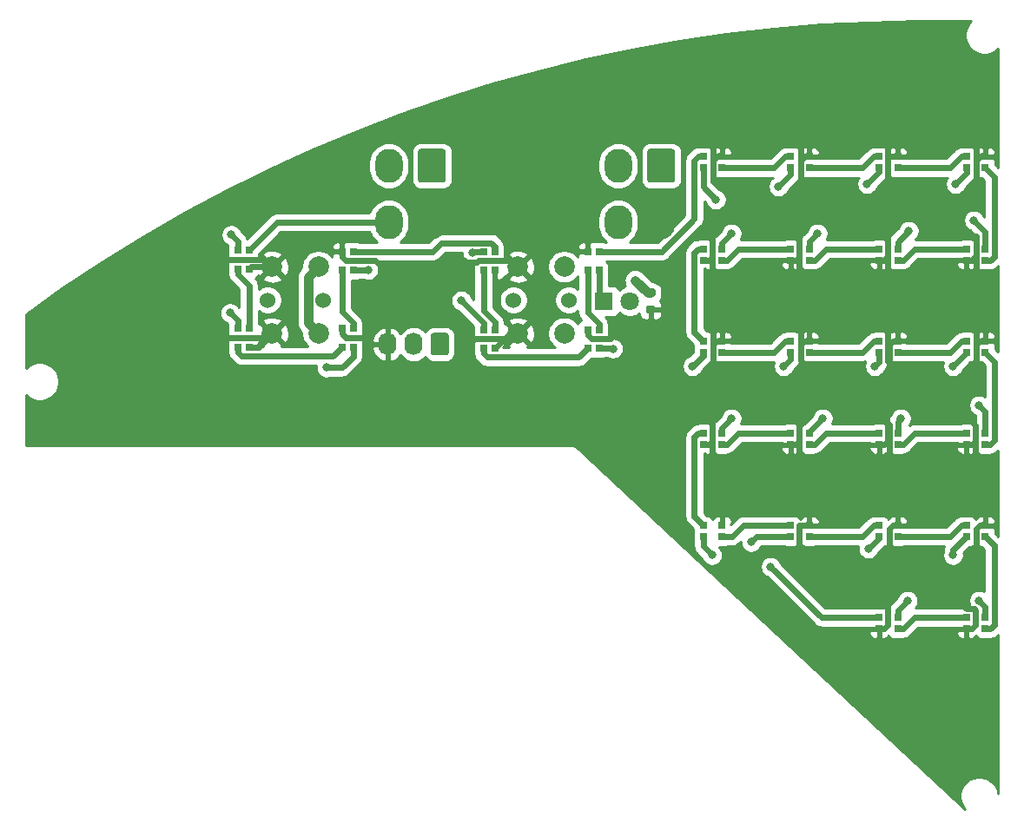
<source format=gbr>
%TF.GenerationSoftware,KiCad,Pcbnew,(5.1.9)-1*%
%TF.CreationDate,2021-09-11T23:24:30-06:00*%
%TF.ProjectId,ewi_v3_left,6577695f-7633-45f6-9c65-66742e6b6963,rev?*%
%TF.SameCoordinates,Original*%
%TF.FileFunction,Copper,L1,Top*%
%TF.FilePolarity,Positive*%
%FSLAX46Y46*%
G04 Gerber Fmt 4.6, Leading zero omitted, Abs format (unit mm)*
G04 Created by KiCad (PCBNEW (5.1.9)-1) date 2021-09-11 23:24:30*
%MOMM*%
%LPD*%
G01*
G04 APERTURE LIST*
%TA.AperFunction,SMDPad,CuDef*%
%ADD10R,0.700000X0.700000*%
%TD*%
%TA.AperFunction,ComponentPad*%
%ADD11C,1.524000*%
%TD*%
%TA.AperFunction,ComponentPad*%
%ADD12C,2.000000*%
%TD*%
%TA.AperFunction,ComponentPad*%
%ADD13O,1.740000X2.190000*%
%TD*%
%TA.AperFunction,ComponentPad*%
%ADD14O,2.700000X3.300000*%
%TD*%
%TA.AperFunction,ComponentPad*%
%ADD15C,1.800000*%
%TD*%
%TA.AperFunction,ComponentPad*%
%ADD16R,1.800000X1.800000*%
%TD*%
%TA.AperFunction,ViaPad*%
%ADD17C,0.800000*%
%TD*%
%TA.AperFunction,Conductor*%
%ADD18C,0.609600*%
%TD*%
%TA.AperFunction,Conductor*%
%ADD19C,0.914400*%
%TD*%
%TA.AperFunction,Conductor*%
%ADD20C,0.254000*%
%TD*%
%TA.AperFunction,Conductor*%
%ADD21C,0.100000*%
%TD*%
G04 APERTURE END LIST*
D10*
%TO.P,D31,4*%
%TO.N,+5V*%
X187274799Y-117718750D03*
%TO.P,D31,3*%
%TO.N,Net-(D30-Pad1)*%
X187274799Y-118818750D03*
%TO.P,D31,2*%
%TO.N,GND*%
X185444799Y-118818750D03*
%TO.P,D31,1*%
%TO.N,/DOUT*%
X185444799Y-117718750D03*
%TD*%
%TO.P,D30,4*%
%TO.N,+5V*%
X195809199Y-117718750D03*
%TO.P,D30,3*%
%TO.N,Net-(D29-Pad1)*%
X195809199Y-118818750D03*
%TO.P,D30,2*%
%TO.N,GND*%
X193979199Y-118818750D03*
%TO.P,D30,1*%
%TO.N,Net-(D30-Pad1)*%
X193979199Y-117718750D03*
%TD*%
%TO.P,D29,4*%
%TO.N,+5V*%
X193979199Y-109827150D03*
%TO.P,D29,3*%
%TO.N,Net-(D28-Pad1)*%
X193979199Y-108727150D03*
%TO.P,D29,2*%
%TO.N,GND*%
X195809199Y-108727150D03*
%TO.P,D29,1*%
%TO.N,Net-(D29-Pad1)*%
X195809199Y-109827150D03*
%TD*%
%TO.P,D28,4*%
%TO.N,+5V*%
X185444799Y-109827150D03*
%TO.P,D28,3*%
%TO.N,Net-(D27-Pad1)*%
X185444799Y-108727150D03*
%TO.P,D28,2*%
%TO.N,GND*%
X187274799Y-108727150D03*
%TO.P,D28,1*%
%TO.N,Net-(D28-Pad1)*%
X187274799Y-109827150D03*
%TD*%
%TO.P,D27,4*%
%TO.N,+5V*%
X176834199Y-109827150D03*
%TO.P,D27,3*%
%TO.N,Net-(D26-Pad1)*%
X176834199Y-108727150D03*
%TO.P,D27,2*%
%TO.N,GND*%
X178664199Y-108727150D03*
%TO.P,D27,1*%
%TO.N,Net-(D27-Pad1)*%
X178664199Y-109827150D03*
%TD*%
%TO.P,D26,4*%
%TO.N,+5V*%
X168299799Y-109827150D03*
%TO.P,D26,3*%
%TO.N,/DOUT3*%
X168299799Y-108727150D03*
%TO.P,D26,2*%
%TO.N,GND*%
X170129799Y-108727150D03*
%TO.P,D26,1*%
%TO.N,Net-(D26-Pad1)*%
X170129799Y-109827150D03*
%TD*%
%TO.P,D25,4*%
%TO.N,+5V*%
X170129799Y-99735550D03*
%TO.P,D25,3*%
%TO.N,Net-(D24-Pad1)*%
X170129799Y-100835550D03*
%TO.P,D25,2*%
%TO.N,GND*%
X168299799Y-100835550D03*
%TO.P,D25,1*%
%TO.N,/DOUT3*%
X168299799Y-99735550D03*
%TD*%
%TO.P,D24,4*%
%TO.N,+5V*%
X178664199Y-99735550D03*
%TO.P,D24,3*%
%TO.N,Net-(D23-Pad1)*%
X178664199Y-100835550D03*
%TO.P,D24,2*%
%TO.N,GND*%
X176834199Y-100835550D03*
%TO.P,D24,1*%
%TO.N,Net-(D24-Pad1)*%
X176834199Y-99735550D03*
%TD*%
%TO.P,D23,4*%
%TO.N,+5V*%
X187274799Y-99735550D03*
%TO.P,D23,3*%
%TO.N,Net-(D22-Pad1)*%
X187274799Y-100835550D03*
%TO.P,D23,2*%
%TO.N,GND*%
X185444799Y-100835550D03*
%TO.P,D23,1*%
%TO.N,Net-(D23-Pad1)*%
X185444799Y-99735550D03*
%TD*%
%TO.P,D22,4*%
%TO.N,+5V*%
X195809199Y-99735550D03*
%TO.P,D22,3*%
%TO.N,Net-(D21-Pad1)*%
X195809199Y-100835550D03*
%TO.P,D22,2*%
%TO.N,GND*%
X193979199Y-100835550D03*
%TO.P,D22,1*%
%TO.N,Net-(D22-Pad1)*%
X193979199Y-99735550D03*
%TD*%
%TO.P,D21,4*%
%TO.N,+5V*%
X193979199Y-91843950D03*
%TO.P,D21,3*%
%TO.N,Net-(D20-Pad1)*%
X193979199Y-90743950D03*
%TO.P,D21,2*%
%TO.N,GND*%
X195809199Y-90743950D03*
%TO.P,D21,1*%
%TO.N,Net-(D21-Pad1)*%
X195809199Y-91843950D03*
%TD*%
%TO.P,D20,4*%
%TO.N,+5V*%
X185444799Y-91843950D03*
%TO.P,D20,3*%
%TO.N,Net-(D19-Pad1)*%
X185444799Y-90743950D03*
%TO.P,D20,2*%
%TO.N,GND*%
X187274799Y-90743950D03*
%TO.P,D20,1*%
%TO.N,Net-(D20-Pad1)*%
X187274799Y-91843950D03*
%TD*%
%TO.P,D19,4*%
%TO.N,+5V*%
X176834199Y-91843950D03*
%TO.P,D19,3*%
%TO.N,Net-(D18-Pad1)*%
X176834199Y-90743950D03*
%TO.P,D19,2*%
%TO.N,GND*%
X178664199Y-90743950D03*
%TO.P,D19,1*%
%TO.N,Net-(D19-Pad1)*%
X178664199Y-91843950D03*
%TD*%
%TO.P,D18,4*%
%TO.N,+5V*%
X168299799Y-91843950D03*
%TO.P,D18,3*%
%TO.N,/DOUT2*%
X168299799Y-90743950D03*
%TO.P,D18,2*%
%TO.N,GND*%
X170129799Y-90743950D03*
%TO.P,D18,1*%
%TO.N,Net-(D18-Pad1)*%
X170129799Y-91843950D03*
%TD*%
%TO.P,D17,4*%
%TO.N,+5V*%
X170129799Y-81752351D03*
%TO.P,D17,3*%
%TO.N,Net-(D16-Pad1)*%
X170129799Y-82852351D03*
%TO.P,D17,2*%
%TO.N,GND*%
X168299799Y-82852351D03*
%TO.P,D17,1*%
%TO.N,/DOUT2*%
X168299799Y-81752351D03*
%TD*%
%TO.P,D16,4*%
%TO.N,+5V*%
X178664199Y-81752351D03*
%TO.P,D16,3*%
%TO.N,Net-(D15-Pad1)*%
X178664199Y-82852351D03*
%TO.P,D16,2*%
%TO.N,GND*%
X176834199Y-82852351D03*
%TO.P,D16,1*%
%TO.N,Net-(D16-Pad1)*%
X176834199Y-81752351D03*
%TD*%
%TO.P,D15,4*%
%TO.N,+5V*%
X187274799Y-81752351D03*
%TO.P,D15,3*%
%TO.N,Net-(D14-Pad1)*%
X187274799Y-82852351D03*
%TO.P,D15,2*%
%TO.N,GND*%
X185444799Y-82852351D03*
%TO.P,D15,1*%
%TO.N,Net-(D15-Pad1)*%
X185444799Y-81752351D03*
%TD*%
%TO.P,D14,4*%
%TO.N,+5V*%
X195809199Y-81752351D03*
%TO.P,D14,3*%
%TO.N,Net-(D13-Pad1)*%
X195809199Y-82852351D03*
%TO.P,D14,2*%
%TO.N,GND*%
X193979199Y-82852351D03*
%TO.P,D14,1*%
%TO.N,Net-(D14-Pad1)*%
X193979199Y-81752351D03*
%TD*%
%TO.P,D13,4*%
%TO.N,+5V*%
X193979199Y-73860751D03*
%TO.P,D13,3*%
%TO.N,Net-(D12-Pad1)*%
X193979199Y-72760751D03*
%TO.P,D13,2*%
%TO.N,GND*%
X195809199Y-72760751D03*
%TO.P,D13,1*%
%TO.N,Net-(D13-Pad1)*%
X195809199Y-73860751D03*
%TD*%
%TO.P,D12,4*%
%TO.N,+5V*%
X185444799Y-73860751D03*
%TO.P,D12,3*%
%TO.N,Net-(D11-Pad1)*%
X185444799Y-72760751D03*
%TO.P,D12,2*%
%TO.N,GND*%
X187274799Y-72760751D03*
%TO.P,D12,1*%
%TO.N,Net-(D12-Pad1)*%
X187274799Y-73860751D03*
%TD*%
%TO.P,D11,4*%
%TO.N,+5V*%
X176834199Y-73860750D03*
%TO.P,D11,3*%
%TO.N,Net-(D10-Pad1)*%
X176834199Y-72760750D03*
%TO.P,D11,2*%
%TO.N,GND*%
X178664199Y-72760750D03*
%TO.P,D11,1*%
%TO.N,Net-(D11-Pad1)*%
X178664199Y-73860750D03*
%TD*%
%TO.P,D10,4*%
%TO.N,+5V*%
X168299799Y-73860750D03*
%TO.P,D10,3*%
%TO.N,/DOUT1*%
X168299799Y-72760750D03*
%TO.P,D10,2*%
%TO.N,GND*%
X170129799Y-72760750D03*
%TO.P,D10,1*%
%TO.N,Net-(D10-Pad1)*%
X170129799Y-73860750D03*
%TD*%
%TO.P,D9,4*%
%TO.N,+5V*%
X158133249Y-83843149D03*
%TO.P,D9,3*%
%TO.N,Net-(D8-Pad1)*%
X157033249Y-83843149D03*
%TO.P,D9,2*%
%TO.N,GND*%
X157033249Y-82013149D03*
%TO.P,D9,1*%
%TO.N,/DOUT1*%
X158133249Y-82013149D03*
%TD*%
%TO.P,D8,4*%
%TO.N,+5V*%
X158133249Y-91463149D03*
%TO.P,D8,3*%
%TO.N,Net-(D7-Pad1)*%
X157033249Y-91463149D03*
%TO.P,D8,2*%
%TO.N,GND*%
X157033249Y-89633149D03*
%TO.P,D8,1*%
%TO.N,Net-(D8-Pad1)*%
X158133249Y-89633149D03*
%TD*%
%TO.P,D7,4*%
%TO.N,+5V*%
X146873249Y-89633149D03*
%TO.P,D7,3*%
%TO.N,Net-(D6-Pad1)*%
X147973249Y-89633149D03*
%TO.P,D7,2*%
%TO.N,GND*%
X147973249Y-91463149D03*
%TO.P,D7,1*%
%TO.N,Net-(D7-Pad1)*%
X146873249Y-91463149D03*
%TD*%
%TO.P,D6,4*%
%TO.N,+5V*%
X146873249Y-82013149D03*
%TO.P,D6,3*%
%TO.N,Net-(D5-Pad1)*%
X147973249Y-82013149D03*
%TO.P,D6,2*%
%TO.N,GND*%
X147973249Y-83843149D03*
%TO.P,D6,1*%
%TO.N,Net-(D6-Pad1)*%
X146873249Y-83843149D03*
%TD*%
%TO.P,D5,4*%
%TO.N,+5V*%
X134173249Y-83843149D03*
%TO.P,D5,3*%
%TO.N,Net-(D4-Pad1)*%
X133073249Y-83843149D03*
%TO.P,D5,2*%
%TO.N,GND*%
X133073249Y-82013149D03*
%TO.P,D5,1*%
%TO.N,Net-(D5-Pad1)*%
X134173249Y-82013149D03*
%TD*%
%TO.P,D4,4*%
%TO.N,+5V*%
X134173249Y-91333093D03*
%TO.P,D4,3*%
%TO.N,Net-(D3-Pad1)*%
X133073249Y-91333093D03*
%TO.P,D4,2*%
%TO.N,GND*%
X133073249Y-89503093D03*
%TO.P,D4,1*%
%TO.N,Net-(D4-Pad1)*%
X134173249Y-89503093D03*
%TD*%
%TO.P,D3,4*%
%TO.N,+5V*%
X122913249Y-89503093D03*
%TO.P,D3,3*%
%TO.N,Net-(D2-Pad1)*%
X124013249Y-89503093D03*
%TO.P,D3,2*%
%TO.N,GND*%
X124013249Y-91333093D03*
%TO.P,D3,1*%
%TO.N,Net-(D3-Pad1)*%
X122913249Y-91333093D03*
%TD*%
%TO.P,D2,4*%
%TO.N,+5V*%
X122913249Y-81883093D03*
%TO.P,D2,3*%
%TO.N,/DIN*%
X124013249Y-81883093D03*
%TO.P,D2,2*%
%TO.N,GND*%
X124013249Y-83713093D03*
%TO.P,D2,1*%
%TO.N,Net-(D2-Pad1)*%
X122913249Y-83713093D03*
%TD*%
D11*
%TO.P,SW2,4*%
%TO.N,N/C*%
X155203249Y-86738149D03*
%TO.P,SW2,3*%
X149803249Y-86738149D03*
D12*
%TO.P,SW2,2*%
%TO.N,GND*%
X150253249Y-83488149D03*
%TO.P,SW2,1*%
%TO.N,/MC_SW*%
X154753249Y-83488149D03*
%TO.P,SW2,2*%
%TO.N,GND*%
X150253249Y-89988149D03*
%TO.P,SW2,1*%
%TO.N,/MC_SW*%
X154753249Y-89988149D03*
%TD*%
D11*
%TO.P,SW1,4*%
%TO.N,N/C*%
X131243249Y-86738149D03*
%TO.P,SW1,3*%
X125843249Y-86738149D03*
D12*
%TO.P,SW1,2*%
%TO.N,GND*%
X126293249Y-83488149D03*
%TO.P,SW1,1*%
%TO.N,/FIRE_SW*%
X130793249Y-83488149D03*
%TO.P,SW1,2*%
%TO.N,GND*%
X126293249Y-89988149D03*
%TO.P,SW1,1*%
%TO.N,/FIRE_SW*%
X130793249Y-89988149D03*
%TD*%
%TO.P,R1,2*%
%TO.N,GND*%
%TA.AperFunction,SMDPad,CuDef*%
G36*
G01*
X162919999Y-87283097D02*
X163469999Y-87283097D01*
G75*
G02*
X163669999Y-87483097I0J-200000D01*
G01*
X163669999Y-87883097D01*
G75*
G02*
X163469999Y-88083097I-200000J0D01*
G01*
X162919999Y-88083097D01*
G75*
G02*
X162719999Y-87883097I0J200000D01*
G01*
X162719999Y-87483097D01*
G75*
G02*
X162919999Y-87283097I200000J0D01*
G01*
G37*
%TD.AperFunction*%
%TO.P,R1,1*%
%TO.N,Net-(D1-Pad2)*%
%TA.AperFunction,SMDPad,CuDef*%
G36*
G01*
X162919999Y-85633097D02*
X163469999Y-85633097D01*
G75*
G02*
X163669999Y-85833097I0J-200000D01*
G01*
X163669999Y-86233097D01*
G75*
G02*
X163469999Y-86433097I-200000J0D01*
G01*
X162919999Y-86433097D01*
G75*
G02*
X162719999Y-86233097I0J200000D01*
G01*
X162719999Y-85833097D01*
G75*
G02*
X162919999Y-85633097I200000J0D01*
G01*
G37*
%TD.AperFunction*%
%TD*%
D13*
%TO.P,J3,3*%
%TO.N,GND*%
X137540999Y-91049097D03*
%TO.P,J3,2*%
%TO.N,/MC_SW*%
X140080999Y-91049097D03*
%TO.P,J3,1*%
%TO.N,/FIRE_SW*%
%TA.AperFunction,ComponentPad*%
G36*
G01*
X143490999Y-90204096D02*
X143490999Y-91894098D01*
G75*
G02*
X143241000Y-92144097I-249999J0D01*
G01*
X142000998Y-92144097D01*
G75*
G02*
X141750999Y-91894098I0J249999D01*
G01*
X141750999Y-90204096D01*
G75*
G02*
X142000998Y-89954097I249999J0D01*
G01*
X143241000Y-89954097D01*
G75*
G02*
X143490999Y-90204096I0J-249999D01*
G01*
G37*
%TD.AperFunction*%
%TD*%
D14*
%TO.P,J2,4*%
%TO.N,/DOUT*%
X160010999Y-79150097D03*
%TO.P,J2,3*%
%TO.N,GND*%
X164210999Y-79150097D03*
%TO.P,J2,2*%
%TO.N,+5V*%
X160010999Y-73650097D03*
%TO.P,J2,1*%
%TA.AperFunction,ComponentPad*%
G36*
G01*
X165560999Y-72250098D02*
X165560999Y-75050096D01*
G75*
G02*
X165310998Y-75300097I-250001J0D01*
G01*
X163111000Y-75300097D01*
G75*
G02*
X162860999Y-75050096I0J250001D01*
G01*
X162860999Y-72250098D01*
G75*
G02*
X163111000Y-72000097I250001J0D01*
G01*
X165310998Y-72000097D01*
G75*
G02*
X165560999Y-72250098I0J-250001D01*
G01*
G37*
%TD.AperFunction*%
%TD*%
%TO.P,J1,4*%
%TO.N,/DIN*%
X137658999Y-79150097D03*
%TO.P,J1,3*%
%TO.N,GND*%
X141858999Y-79150097D03*
%TO.P,J1,2*%
%TO.N,+5V*%
X137658999Y-73650097D03*
%TO.P,J1,1*%
%TA.AperFunction,ComponentPad*%
G36*
G01*
X143208999Y-72250098D02*
X143208999Y-75050096D01*
G75*
G02*
X142958998Y-75300097I-250001J0D01*
G01*
X140759000Y-75300097D01*
G75*
G02*
X140508999Y-75050096I0J250001D01*
G01*
X140508999Y-72250098D01*
G75*
G02*
X140759000Y-72000097I250001J0D01*
G01*
X142958998Y-72000097D01*
G75*
G02*
X143208999Y-72250098I0J-250001D01*
G01*
G37*
%TD.AperFunction*%
%TD*%
D15*
%TO.P,D1,2*%
%TO.N,Net-(D1-Pad2)*%
X161162999Y-86858097D03*
D16*
%TO.P,D1,1*%
%TO.N,+5V*%
X158622999Y-86858097D03*
%TD*%
D17*
%TO.N,GND*%
X154050999Y-72126097D03*
X153998999Y-74210097D03*
X153998999Y-73194097D03*
%TO.N,+5V*%
X135635999Y-83810097D03*
X131571999Y-93335097D03*
X122173999Y-88001097D03*
X122300999Y-80381097D03*
X145795999Y-82159097D03*
X144716499Y-86794597D03*
X159511999Y-91493597D03*
X167258999Y-93208097D03*
X176148999Y-93208097D03*
X185038999Y-93208097D03*
X192658999Y-93208097D03*
X195198999Y-97018097D03*
X187578999Y-98288097D03*
X179958999Y-98288097D03*
X171068999Y-98288097D03*
X169163999Y-111623097D03*
X172973999Y-110353097D03*
X184403999Y-110988097D03*
X192658999Y-111623097D03*
X195198999Y-116068097D03*
X188213999Y-116068097D03*
X194690999Y-78984097D03*
X188340999Y-80000097D03*
X179450999Y-80254097D03*
X171068999Y-80254097D03*
X169544999Y-76952097D03*
X175640999Y-75682097D03*
X184276999Y-75428097D03*
X192912999Y-75428097D03*
%TO.N,Net-(D1-Pad2)*%
X161670999Y-84826097D03*
%TO.N,/DOUT*%
X174878999Y-112766085D03*
%TD*%
D18*
%TO.N,GND*%
X126293249Y-89988149D02*
X125867301Y-90414097D01*
X125867301Y-90414097D02*
X122215611Y-90414097D01*
X124238193Y-83488149D02*
X124013249Y-83713093D01*
X126293249Y-83488149D02*
X124238193Y-83488149D01*
X126293249Y-83488149D02*
X125599197Y-82794097D01*
X125599197Y-82794097D02*
X121538999Y-82794097D01*
X149448249Y-89988149D02*
X147973249Y-91463149D01*
X150253249Y-89988149D02*
X149448249Y-89988149D01*
X149753448Y-90487950D02*
X144853852Y-90487950D01*
X150253249Y-89988149D02*
X149753448Y-90487950D01*
X133073249Y-90011735D02*
X133475611Y-90414097D01*
X133475611Y-90414097D02*
X135762999Y-90414097D01*
X133073249Y-89503093D02*
X133073249Y-90011735D01*
X149686197Y-82921097D02*
X146373107Y-82921097D01*
X150253249Y-83488149D02*
X149686197Y-82921097D01*
X145176801Y-83063899D02*
X145033999Y-82921097D01*
X146373107Y-82921097D02*
X146230305Y-83063899D01*
X146230305Y-83063899D02*
X145176801Y-83063899D01*
X124948305Y-91333093D02*
X126293249Y-89988149D01*
X124013249Y-91333093D02*
X124948305Y-91333093D01*
X157033249Y-90141791D02*
X157432555Y-90541097D01*
X157432555Y-90541097D02*
X159257999Y-90541097D01*
X157033249Y-89633149D02*
X157033249Y-90141791D01*
X185953441Y-118818750D02*
X186308999Y-118463192D01*
X186308999Y-118463192D02*
X186308999Y-116322097D01*
X185444799Y-118818750D02*
X185953441Y-118818750D01*
X194733040Y-116863949D02*
X193962851Y-116863949D01*
X193962851Y-116863949D02*
X193420999Y-116322097D01*
X193979199Y-118818750D02*
X194487841Y-118818750D01*
X194487841Y-118818750D02*
X194834000Y-118472591D01*
X194834000Y-118472591D02*
X194834000Y-116964909D01*
X194834000Y-116964909D02*
X194733040Y-116863949D01*
X186419998Y-109073309D02*
X186419998Y-111099096D01*
X186419998Y-111099096D02*
X186816999Y-111496097D01*
X187274799Y-108727150D02*
X186766157Y-108727150D01*
X186766157Y-108727150D02*
X186419998Y-109073309D01*
X195300557Y-108727150D02*
X194944999Y-109082708D01*
X194944999Y-109082708D02*
X194944999Y-111750097D01*
X195809199Y-108727150D02*
X195300557Y-108727150D01*
X177689000Y-108742749D02*
X177689000Y-111004098D01*
X177689000Y-111004098D02*
X177926999Y-111242097D01*
X178664199Y-108727150D02*
X177704599Y-108727150D01*
X177704599Y-108727150D02*
X177689000Y-108742749D01*
X169154600Y-100489391D02*
X169154600Y-98405698D01*
X169154600Y-98405698D02*
X169154600Y-102215698D01*
X168299799Y-100835550D02*
X168808441Y-100835550D01*
X168808441Y-100835550D02*
X169154600Y-100489391D01*
X177689000Y-100489391D02*
X177689000Y-98050098D01*
X177689000Y-98050098D02*
X177689000Y-102336096D01*
X176834199Y-100835550D02*
X177342841Y-100835550D01*
X177342841Y-100835550D02*
X177689000Y-100489391D01*
X186299600Y-100489391D02*
X186299600Y-98786698D01*
X185800999Y-98288097D02*
X186419998Y-98907097D01*
X186419998Y-98907097D02*
X186419998Y-102749098D01*
X186299600Y-98786698D02*
X185800999Y-98288097D01*
X185444799Y-100835550D02*
X185953441Y-100835550D01*
X185953441Y-100835550D02*
X186299600Y-100489391D01*
X194834000Y-100489391D02*
X194834000Y-98939098D01*
X193979199Y-100835550D02*
X194487841Y-100835550D01*
X194487841Y-100835550D02*
X194834000Y-100489391D01*
X194834000Y-98939098D02*
X193928999Y-98034097D01*
X194834000Y-98939098D02*
X194834000Y-102717096D01*
X195300557Y-90743950D02*
X194944999Y-91099508D01*
X194944999Y-92954097D02*
X194944999Y-89398097D01*
X194944999Y-91099508D02*
X194944999Y-92954097D01*
X195809199Y-90743950D02*
X195300557Y-90743950D01*
X186419998Y-91090109D02*
X186419998Y-92811096D01*
X186308999Y-92700097D02*
X186308999Y-89398097D01*
X186816999Y-93208097D02*
X186308999Y-92700097D01*
X186419998Y-92811096D02*
X186816999Y-93208097D01*
X187274799Y-90743950D02*
X186766157Y-90743950D01*
X186766157Y-90743950D02*
X186419998Y-91090109D01*
X177809398Y-91090109D02*
X177809398Y-92582496D01*
X178664199Y-90743950D02*
X178155557Y-90743950D01*
X178155557Y-90743950D02*
X177809398Y-91090109D01*
X177809398Y-92582496D02*
X178434999Y-93208097D01*
X177809398Y-92582496D02*
X177809398Y-89534496D01*
X169274998Y-91090109D02*
X169274998Y-92938096D01*
X170129799Y-90743950D02*
X169621157Y-90743950D01*
X169621157Y-90743950D02*
X169274998Y-91090109D01*
X169274998Y-92938096D02*
X169544999Y-93208097D01*
X169274998Y-92938096D02*
X169274998Y-89414098D01*
X169154600Y-82506192D02*
X169154600Y-80644496D01*
X168808441Y-82852351D02*
X169154600Y-82506192D01*
X168299799Y-82852351D02*
X168808441Y-82852351D01*
X169154600Y-82506192D02*
X169154600Y-83927698D01*
X177342841Y-82852351D02*
X177689000Y-82506192D01*
X176834199Y-82852351D02*
X177342841Y-82852351D01*
X177689000Y-82506192D02*
X177689000Y-80524098D01*
X177689000Y-82506192D02*
X177689000Y-83794096D01*
X185953441Y-82852351D02*
X186308999Y-82496793D01*
X185444799Y-82852351D02*
X185953441Y-82852351D01*
X186308999Y-82496793D02*
X186308999Y-80508097D01*
X186308999Y-82496793D02*
X186308999Y-84064097D01*
X194487841Y-82852351D02*
X194944999Y-82395193D01*
X194944999Y-80508097D02*
X194944999Y-84318097D01*
X194944999Y-82395193D02*
X194944999Y-80508097D01*
X193979199Y-82852351D02*
X194487841Y-82852351D01*
X169274998Y-73106909D02*
X169274998Y-75158096D01*
X169274998Y-75158096D02*
X169274998Y-71634098D01*
X170129799Y-72760750D02*
X169621157Y-72760750D01*
X169621157Y-72760750D02*
X169274998Y-73106909D01*
X177809398Y-73106909D02*
X177809398Y-74802496D01*
X177809398Y-74802496D02*
X177809398Y-71754496D01*
X178664199Y-72760750D02*
X178155557Y-72760750D01*
X178155557Y-72760750D02*
X177809398Y-73106909D01*
X186315199Y-72760751D02*
X186308999Y-72766951D01*
X186308999Y-75174097D02*
X186308999Y-71618097D01*
X186308999Y-72766951D02*
X186308999Y-75174097D01*
X187274799Y-72760751D02*
X186315199Y-72760751D01*
X195300557Y-72760751D02*
X194944999Y-73116309D01*
X194944999Y-75174097D02*
X194944999Y-71872097D01*
X194944999Y-73116309D02*
X194944999Y-75174097D01*
X195809199Y-72760751D02*
X195300557Y-72760751D01*
X133419408Y-82867950D02*
X136344852Y-82867950D01*
X133073249Y-82521791D02*
X133419408Y-82867950D01*
X133073249Y-82013149D02*
X133073249Y-82521791D01*
X136344852Y-82867950D02*
X136778999Y-83302097D01*
%TO.N,+5V*%
X134173249Y-83843149D02*
X135602947Y-83843149D01*
X135602947Y-83843149D02*
X135635999Y-83810097D01*
X134173249Y-91333093D02*
X134173249Y-92292693D01*
X134173249Y-92292693D02*
X133130845Y-93335097D01*
X133130845Y-93335097D02*
X131571999Y-93335097D01*
X122913249Y-89503093D02*
X122913249Y-88740347D01*
X122913249Y-88740347D02*
X122173999Y-88001097D01*
X122913249Y-81883093D02*
X122913249Y-80993347D01*
X122913249Y-80993347D02*
X122300999Y-80381097D01*
X146873249Y-82013149D02*
X145941947Y-82013149D01*
X145941947Y-82013149D02*
X145795999Y-82159097D01*
X146873249Y-89633149D02*
X146873249Y-88951347D01*
X146873249Y-88951347D02*
X144716499Y-86794597D01*
X158133249Y-91463149D02*
X159481551Y-91463149D01*
X159481551Y-91463149D02*
X159511999Y-91493597D01*
X168299799Y-92167297D02*
X167258999Y-93208097D01*
X168299799Y-91843950D02*
X168299799Y-92167297D01*
X176834199Y-91843950D02*
X176834199Y-92522897D01*
X176834199Y-92522897D02*
X176148999Y-93208097D01*
X185444799Y-91843950D02*
X185444799Y-92802297D01*
X185444799Y-92802297D02*
X185038999Y-93208097D01*
X193979199Y-91887897D02*
X192658999Y-93208097D01*
X193979199Y-91843950D02*
X193979199Y-91887897D01*
X195809199Y-99735550D02*
X195809199Y-97628297D01*
X195809199Y-97628297D02*
X195198999Y-97018097D01*
X187274799Y-99735550D02*
X187274799Y-98592297D01*
X187274799Y-98592297D02*
X187578999Y-98288097D01*
X178664199Y-99735550D02*
X178664199Y-99582897D01*
X178664199Y-99582897D02*
X179958999Y-98288097D01*
X170129799Y-99735550D02*
X170129799Y-99227297D01*
X170129799Y-99227297D02*
X171068999Y-98288097D01*
X168299799Y-109827150D02*
X168299799Y-110758897D01*
X168299799Y-110758897D02*
X169163999Y-111623097D01*
X176834199Y-109827150D02*
X173499946Y-109827150D01*
X173499946Y-109827150D02*
X172973999Y-110353097D01*
X185444799Y-109947297D02*
X184403999Y-110988097D01*
X185444799Y-109827150D02*
X185444799Y-109947297D01*
X193979199Y-109827150D02*
X193979199Y-109768297D01*
X192658999Y-111088497D02*
X192658999Y-111623097D01*
X193979199Y-109768297D02*
X192658999Y-111088497D01*
X195809199Y-117718750D02*
X195809199Y-116678297D01*
X195809199Y-116678297D02*
X195198999Y-116068097D01*
X187274799Y-117718750D02*
X187274799Y-117007297D01*
X187274799Y-117007297D02*
X188213999Y-116068097D01*
X195809199Y-81752351D02*
X195809199Y-80102297D01*
X195809199Y-80102297D02*
X194690999Y-78984097D01*
X187274799Y-81752351D02*
X187274799Y-81066297D01*
X187274799Y-81066297D02*
X188340999Y-80000097D01*
X178664199Y-81752351D02*
X178664199Y-81040897D01*
X178664199Y-81040897D02*
X179450999Y-80254097D01*
X170129799Y-81752351D02*
X170129799Y-81193297D01*
X170129799Y-81193297D02*
X171068999Y-80254097D01*
X168299799Y-73860750D02*
X168299799Y-75706897D01*
X168299799Y-75706897D02*
X169544999Y-76952097D01*
X176834199Y-73860750D02*
X176834199Y-74488897D01*
X176834199Y-74488897D02*
X175640999Y-75682097D01*
X185444799Y-73860751D02*
X185444799Y-74260297D01*
X185444799Y-74260297D02*
X184276999Y-75428097D01*
X193979199Y-73860751D02*
X193979199Y-74361897D01*
X193979199Y-74361897D02*
X192912999Y-75428097D01*
X158133249Y-86368347D02*
X158622999Y-86858097D01*
X158133249Y-83843149D02*
X158133249Y-86368347D01*
D19*
%TO.N,Net-(D1-Pad2)*%
X162877999Y-86033097D02*
X161670999Y-84826097D01*
X163194999Y-86033097D02*
X162877999Y-86033097D01*
D18*
%TO.N,/DIN*%
X126746245Y-79150097D02*
X137658999Y-79150097D01*
X124013249Y-81883093D02*
X126746245Y-79150097D01*
%TO.N,Net-(D2-Pad1)*%
X122913249Y-84221735D02*
X122913249Y-83713093D01*
X124013249Y-85321735D02*
X122913249Y-84221735D01*
X124013249Y-89503093D02*
X124013249Y-85321735D01*
%TO.N,Net-(D3-Pad1)*%
X122913249Y-91841735D02*
X122913249Y-91333093D01*
X123259408Y-92187894D02*
X122913249Y-91841735D01*
X132218448Y-92187894D02*
X123259408Y-92187894D01*
X133073249Y-91333093D02*
X132218448Y-92187894D01*
%TO.N,Net-(D4-Pad1)*%
X134173249Y-88994451D02*
X134173249Y-89503093D01*
X133073249Y-87894451D02*
X134173249Y-88994451D01*
X133073249Y-83843149D02*
X133073249Y-87894451D01*
%TO.N,Net-(D5-Pad1)*%
X141919044Y-82013149D02*
X134173249Y-82013149D01*
X142773845Y-81158348D02*
X141919044Y-82013149D01*
X147627090Y-81158348D02*
X142773845Y-81158348D01*
X147973249Y-81504507D02*
X147627090Y-81158348D01*
X147973249Y-82013149D02*
X147973249Y-81504507D01*
%TO.N,Net-(D6-Pad1)*%
X146873249Y-83843149D02*
X146873249Y-87806385D01*
X146873249Y-87806385D02*
X147973249Y-88906385D01*
X147973249Y-88906385D02*
X147973249Y-89633149D01*
%TO.N,Net-(D7-Pad1)*%
X157003448Y-91492950D02*
X157033249Y-91463149D01*
X147219408Y-92317950D02*
X146873249Y-91971791D01*
X156178448Y-92317950D02*
X147219408Y-92317950D01*
X146873249Y-91971791D02*
X146873249Y-91463149D01*
X157033249Y-91463149D02*
X156178448Y-92317950D01*
%TO.N,Net-(D8-Pad1)*%
X157033249Y-87976989D02*
X157033249Y-83843149D01*
X158133249Y-89076989D02*
X157033249Y-87976989D01*
X158133249Y-89633149D02*
X158133249Y-89076989D01*
%TO.N,/DOUT1*%
X167444998Y-73106909D02*
X167791157Y-72760750D01*
X167444998Y-78839195D02*
X167444998Y-73106909D01*
X164271044Y-82013149D02*
X167444998Y-78839195D01*
X167791157Y-72760750D02*
X168299799Y-72760750D01*
X158133249Y-82013149D02*
X164271044Y-82013149D01*
%TO.N,Net-(D10-Pad1)*%
X176325557Y-72760750D02*
X176834199Y-72760750D01*
X175225557Y-73860750D02*
X176325557Y-72760750D01*
X170129799Y-73860750D02*
X175225557Y-73860750D01*
%TO.N,Net-(D11-Pad1)*%
X184936157Y-72760751D02*
X185444799Y-72760751D01*
X183836158Y-73860750D02*
X184936157Y-72760751D01*
X178664199Y-73860750D02*
X183836158Y-73860750D01*
%TO.N,Net-(D12-Pad1)*%
X193470557Y-72760751D02*
X193979199Y-72760751D01*
X192370557Y-73860751D02*
X193470557Y-72760751D01*
X187274799Y-73860751D02*
X192370557Y-73860751D01*
%TO.N,Net-(D13-Pad1)*%
X196317841Y-82852351D02*
X195809199Y-82852351D01*
X196664000Y-82506192D02*
X196317841Y-82852351D01*
X196664000Y-74715552D02*
X196664000Y-82506192D01*
X195809199Y-73860751D02*
X196664000Y-74715552D01*
%TO.N,Net-(D14-Pad1)*%
X187783441Y-82852351D02*
X187274799Y-82852351D01*
X188883441Y-81752351D02*
X187783441Y-82852351D01*
X193979199Y-81752351D02*
X188883441Y-81752351D01*
%TO.N,Net-(D15-Pad1)*%
X179172841Y-82852351D02*
X178664199Y-82852351D01*
X180272841Y-81752351D02*
X179172841Y-82852351D01*
X185444799Y-81752351D02*
X180272841Y-81752351D01*
%TO.N,Net-(D16-Pad1)*%
X170638441Y-82852351D02*
X170129799Y-82852351D01*
X171738441Y-81752351D02*
X170638441Y-82852351D01*
X176834199Y-81752351D02*
X171738441Y-81752351D01*
%TO.N,/DOUT2*%
X167444998Y-89889149D02*
X168299799Y-90743950D01*
X167444998Y-82098510D02*
X167444998Y-89889149D01*
X167791157Y-81752351D02*
X167444998Y-82098510D01*
X168299799Y-81752351D02*
X167791157Y-81752351D01*
%TO.N,Net-(D18-Pad1)*%
X176325557Y-90743950D02*
X176834199Y-90743950D01*
X175225557Y-91843950D02*
X176325557Y-90743950D01*
X170129799Y-91843950D02*
X175225557Y-91843950D01*
%TO.N,Net-(D19-Pad1)*%
X184936157Y-90743950D02*
X185444799Y-90743950D01*
X183836157Y-91843950D02*
X184936157Y-90743950D01*
X178664199Y-91843950D02*
X183836157Y-91843950D01*
%TO.N,Net-(D20-Pad1)*%
X193470557Y-90743950D02*
X193979199Y-90743950D01*
X192370557Y-91843950D02*
X193470557Y-90743950D01*
X187274799Y-91843950D02*
X192370557Y-91843950D01*
%TO.N,Net-(D21-Pad1)*%
X195809199Y-91843950D02*
X196722999Y-92757750D01*
X196317841Y-100835550D02*
X195809199Y-100835550D01*
X196722999Y-100430392D02*
X196317841Y-100835550D01*
X196722999Y-92757750D02*
X196722999Y-100430392D01*
%TO.N,Net-(D22-Pad1)*%
X187783441Y-100835550D02*
X187274799Y-100835550D01*
X188883441Y-99735550D02*
X187783441Y-100835550D01*
X193979199Y-99735550D02*
X188883441Y-99735550D01*
%TO.N,Net-(D23-Pad1)*%
X179172841Y-100835550D02*
X178664199Y-100835550D01*
X180272841Y-99735550D02*
X179172841Y-100835550D01*
X185444799Y-99735550D02*
X180272841Y-99735550D01*
%TO.N,Net-(D24-Pad1)*%
X170638441Y-100835550D02*
X170129799Y-100835550D01*
X171738441Y-99735550D02*
X170638441Y-100835550D01*
X176834199Y-99735550D02*
X171738441Y-99735550D01*
%TO.N,/DOUT3*%
X167444998Y-107872349D02*
X168299799Y-108727150D01*
X167444998Y-100081709D02*
X167444998Y-107872349D01*
X167791157Y-99735550D02*
X167444998Y-100081709D01*
X168299799Y-99735550D02*
X167791157Y-99735550D01*
%TO.N,Net-(D26-Pad1)*%
X172189399Y-108727150D02*
X176834199Y-108727150D01*
X171089399Y-109827150D02*
X172189399Y-108727150D01*
X170129799Y-109827150D02*
X171089399Y-109827150D01*
%TO.N,Net-(D27-Pad1)*%
X183836157Y-109827150D02*
X184936157Y-108727150D01*
X184936157Y-108727150D02*
X185444799Y-108727150D01*
X178664199Y-109827150D02*
X183836157Y-109827150D01*
%TO.N,Net-(D28-Pad1)*%
X193470557Y-108727150D02*
X193979199Y-108727150D01*
X192370557Y-109827150D02*
X193470557Y-108727150D01*
X187274799Y-109827150D02*
X192370557Y-109827150D01*
%TO.N,Net-(D29-Pad1)*%
X196317841Y-118818750D02*
X195809199Y-118818750D01*
X196664000Y-118472591D02*
X196317841Y-118818750D01*
X196664000Y-110681951D02*
X196664000Y-118472591D01*
X195809199Y-109827150D02*
X196664000Y-110681951D01*
%TO.N,Net-(D30-Pad1)*%
X187783441Y-118818750D02*
X187274799Y-118818750D01*
X188883441Y-117718750D02*
X187783441Y-118818750D01*
X193979199Y-117718750D02*
X188883441Y-117718750D01*
%TO.N,/DOUT*%
X179831664Y-117718750D02*
X174878999Y-112766085D01*
X185444799Y-117718750D02*
X179831664Y-117718750D01*
D19*
%TO.N,/FIRE_SW*%
X129793250Y-84488148D02*
X130793249Y-83488149D01*
X129793250Y-88988150D02*
X129793250Y-84488148D01*
X130793249Y-89988149D02*
X129793250Y-88988150D01*
%TD*%
D20*
%TO.N,GND*%
X194242824Y-59726633D02*
X194036533Y-60035369D01*
X193894438Y-60378417D01*
X193821999Y-60742595D01*
X193821999Y-61113907D01*
X193894438Y-61478085D01*
X194036533Y-61821133D01*
X194242824Y-62129869D01*
X194505381Y-62392426D01*
X194814117Y-62598717D01*
X195157165Y-62740812D01*
X195521343Y-62813251D01*
X195892655Y-62813251D01*
X196256833Y-62740812D01*
X196599881Y-62598717D01*
X196908617Y-62392426D01*
X197079000Y-62222043D01*
X197079000Y-73801474D01*
X196797271Y-73519746D01*
X196797271Y-73510751D01*
X196785011Y-73386269D01*
X196762103Y-73310751D01*
X196785011Y-73235233D01*
X196797271Y-73110751D01*
X196794199Y-73046501D01*
X196635449Y-72887751D01*
X196292951Y-72887751D01*
X196283681Y-72884939D01*
X196159199Y-72872679D01*
X195662199Y-72872679D01*
X195662199Y-72633751D01*
X195682199Y-72633751D01*
X195682199Y-71934501D01*
X195936199Y-71934501D01*
X195936199Y-72633751D01*
X196635449Y-72633751D01*
X196794199Y-72475001D01*
X196797271Y-72410751D01*
X196785011Y-72286269D01*
X196748701Y-72166571D01*
X196689736Y-72056257D01*
X196610384Y-71959566D01*
X196513693Y-71880214D01*
X196403379Y-71821249D01*
X196283681Y-71784939D01*
X196159199Y-71772679D01*
X196094949Y-71775751D01*
X195936199Y-71934501D01*
X195682199Y-71934501D01*
X195523449Y-71775751D01*
X195459199Y-71772679D01*
X195334717Y-71784939D01*
X195215019Y-71821249D01*
X195104705Y-71880214D01*
X195008014Y-71959566D01*
X194928662Y-72056257D01*
X194894199Y-72120732D01*
X194859736Y-72056257D01*
X194780384Y-71959566D01*
X194683693Y-71880214D01*
X194573379Y-71821249D01*
X194453681Y-71784939D01*
X194329199Y-71772679D01*
X193629199Y-71772679D01*
X193504717Y-71784939D01*
X193385019Y-71821249D01*
X193376809Y-71825637D01*
X193286324Y-71834549D01*
X193121665Y-71884498D01*
X193109171Y-71888288D01*
X192945905Y-71975555D01*
X192838663Y-72063567D01*
X192802803Y-72092997D01*
X192773374Y-72128856D01*
X191981280Y-72920951D01*
X188134249Y-72920951D01*
X188101049Y-72887751D01*
X187758551Y-72887751D01*
X187749281Y-72884939D01*
X187624799Y-72872679D01*
X187127799Y-72872679D01*
X187127799Y-72633751D01*
X187147799Y-72633751D01*
X187147799Y-71934501D01*
X187401799Y-71934501D01*
X187401799Y-72633751D01*
X188101049Y-72633751D01*
X188259799Y-72475001D01*
X188262871Y-72410751D01*
X188250611Y-72286269D01*
X188214301Y-72166571D01*
X188155336Y-72056257D01*
X188075984Y-71959566D01*
X187979293Y-71880214D01*
X187868979Y-71821249D01*
X187749281Y-71784939D01*
X187624799Y-71772679D01*
X187560549Y-71775751D01*
X187401799Y-71934501D01*
X187147799Y-71934501D01*
X186989049Y-71775751D01*
X186924799Y-71772679D01*
X186800317Y-71784939D01*
X186680619Y-71821249D01*
X186570305Y-71880214D01*
X186473614Y-71959566D01*
X186394262Y-72056257D01*
X186359799Y-72120732D01*
X186325336Y-72056257D01*
X186245984Y-71959566D01*
X186149293Y-71880214D01*
X186038979Y-71821249D01*
X185919281Y-71784939D01*
X185794799Y-71772679D01*
X185094799Y-71772679D01*
X184970317Y-71784939D01*
X184850619Y-71821249D01*
X184842410Y-71825637D01*
X184751924Y-71834549D01*
X184574771Y-71888288D01*
X184411506Y-71975555D01*
X184304265Y-72063566D01*
X184268403Y-72092997D01*
X184238974Y-72128856D01*
X183446881Y-72920950D01*
X179523649Y-72920950D01*
X179490449Y-72887750D01*
X179147951Y-72887750D01*
X179138681Y-72884938D01*
X179014199Y-72872678D01*
X178517199Y-72872678D01*
X178517199Y-72633750D01*
X178537199Y-72633750D01*
X178537199Y-71934500D01*
X178791199Y-71934500D01*
X178791199Y-72633750D01*
X179490449Y-72633750D01*
X179649199Y-72475000D01*
X179652271Y-72410750D01*
X179640011Y-72286268D01*
X179603701Y-72166570D01*
X179544736Y-72056256D01*
X179465384Y-71959565D01*
X179368693Y-71880213D01*
X179258379Y-71821248D01*
X179138681Y-71784938D01*
X179014199Y-71772678D01*
X178949949Y-71775750D01*
X178791199Y-71934500D01*
X178537199Y-71934500D01*
X178378449Y-71775750D01*
X178314199Y-71772678D01*
X178189717Y-71784938D01*
X178070019Y-71821248D01*
X177959705Y-71880213D01*
X177863014Y-71959565D01*
X177783662Y-72056256D01*
X177749199Y-72120731D01*
X177714736Y-72056256D01*
X177635384Y-71959565D01*
X177538693Y-71880213D01*
X177428379Y-71821248D01*
X177308681Y-71784938D01*
X177184199Y-71772678D01*
X176484199Y-71772678D01*
X176359717Y-71784938D01*
X176240019Y-71821248D01*
X176231809Y-71825636D01*
X176141324Y-71834548D01*
X175990784Y-71880214D01*
X175964171Y-71888287D01*
X175800905Y-71975554D01*
X175696779Y-72061009D01*
X175657803Y-72092996D01*
X175628374Y-72128855D01*
X174836280Y-72920950D01*
X170989249Y-72920950D01*
X170956049Y-72887750D01*
X170613551Y-72887750D01*
X170604281Y-72884938D01*
X170479799Y-72872678D01*
X169982799Y-72872678D01*
X169982799Y-72633750D01*
X170002799Y-72633750D01*
X170002799Y-71934500D01*
X170256799Y-71934500D01*
X170256799Y-72633750D01*
X170956049Y-72633750D01*
X171114799Y-72475000D01*
X171117871Y-72410750D01*
X171105611Y-72286268D01*
X171069301Y-72166570D01*
X171010336Y-72056256D01*
X170930984Y-71959565D01*
X170834293Y-71880213D01*
X170723979Y-71821248D01*
X170604281Y-71784938D01*
X170479799Y-71772678D01*
X170415549Y-71775750D01*
X170256799Y-71934500D01*
X170002799Y-71934500D01*
X169844049Y-71775750D01*
X169779799Y-71772678D01*
X169655317Y-71784938D01*
X169535619Y-71821248D01*
X169425305Y-71880213D01*
X169328614Y-71959565D01*
X169249262Y-72056256D01*
X169214799Y-72120731D01*
X169180336Y-72056256D01*
X169100984Y-71959565D01*
X169004293Y-71880213D01*
X168893979Y-71821248D01*
X168774281Y-71784938D01*
X168649799Y-71772678D01*
X167949799Y-71772678D01*
X167825317Y-71784938D01*
X167705619Y-71821248D01*
X167697409Y-71825636D01*
X167606924Y-71834548D01*
X167429771Y-71888287D01*
X167266506Y-71975554D01*
X167123403Y-72092996D01*
X167093970Y-72128860D01*
X166813108Y-72409723D01*
X166777245Y-72439155D01*
X166747815Y-72475016D01*
X166659802Y-72582258D01*
X166572536Y-72745523D01*
X166518797Y-72922676D01*
X166500652Y-73106909D01*
X166505199Y-73153076D01*
X166505198Y-78449917D01*
X163881768Y-81073349D01*
X161162034Y-81073349D01*
X161421397Y-80860495D01*
X161669452Y-80558240D01*
X161853773Y-80213399D01*
X161967277Y-79839225D01*
X161995999Y-79547607D01*
X161995999Y-78752588D01*
X161967277Y-78460970D01*
X161853773Y-78086795D01*
X161669452Y-77741954D01*
X161421397Y-77439699D01*
X161119142Y-77191644D01*
X160774301Y-77007323D01*
X160400127Y-76893819D01*
X160010999Y-76855493D01*
X159621872Y-76893819D01*
X159247698Y-77007323D01*
X158902857Y-77191644D01*
X158600602Y-77439699D01*
X158352546Y-77741954D01*
X158168225Y-78086795D01*
X158054721Y-78460969D01*
X158025999Y-78752587D01*
X158025999Y-79547606D01*
X158054721Y-79839224D01*
X158168225Y-80213398D01*
X158352546Y-80558240D01*
X158600601Y-80860495D01*
X158859964Y-81073349D01*
X158726447Y-81073349D01*
X158607731Y-81037337D01*
X158483249Y-81025077D01*
X157783249Y-81025077D01*
X157658767Y-81037337D01*
X157583249Y-81060245D01*
X157507731Y-81037337D01*
X157383249Y-81025077D01*
X157318999Y-81028149D01*
X157160249Y-81186899D01*
X157160249Y-81529397D01*
X157157437Y-81538667D01*
X157145177Y-81663149D01*
X157145177Y-82160149D01*
X156906249Y-82160149D01*
X156906249Y-82140149D01*
X156206999Y-82140149D01*
X156048249Y-82298899D01*
X156045177Y-82363149D01*
X156057437Y-82487631D01*
X156062688Y-82504941D01*
X156023236Y-82445897D01*
X155795501Y-82218162D01*
X155527712Y-82039231D01*
X155230161Y-81915981D01*
X154914282Y-81853149D01*
X154592216Y-81853149D01*
X154276337Y-81915981D01*
X153978786Y-82039231D01*
X153710997Y-82218162D01*
X153483262Y-82445897D01*
X153304331Y-82713686D01*
X153181081Y-83011237D01*
X153118249Y-83327116D01*
X153118249Y-83649182D01*
X153181081Y-83965061D01*
X153304331Y-84262612D01*
X153483262Y-84530401D01*
X153710997Y-84758136D01*
X153978786Y-84937067D01*
X154276337Y-85060317D01*
X154592216Y-85123149D01*
X154914282Y-85123149D01*
X155230161Y-85060317D01*
X155527712Y-84937067D01*
X155795501Y-84758136D01*
X156023236Y-84530401D01*
X156091148Y-84428763D01*
X156093450Y-84436349D01*
X156093450Y-85652806D01*
X155864976Y-85500144D01*
X155610739Y-85394835D01*
X155340841Y-85341149D01*
X155065657Y-85341149D01*
X154795759Y-85394835D01*
X154541522Y-85500144D01*
X154312714Y-85653029D01*
X154118129Y-85847614D01*
X153965244Y-86076422D01*
X153859935Y-86330659D01*
X153806249Y-86600557D01*
X153806249Y-86875741D01*
X153859935Y-87145639D01*
X153965244Y-87399876D01*
X154118129Y-87628684D01*
X154312714Y-87823269D01*
X154541522Y-87976154D01*
X154795759Y-88081463D01*
X155065657Y-88135149D01*
X155340841Y-88135149D01*
X155610739Y-88081463D01*
X155864976Y-87976154D01*
X156093449Y-87823493D01*
X156093449Y-87930832D01*
X156088903Y-87976989D01*
X156093449Y-88023146D01*
X156093449Y-88023155D01*
X156107047Y-88161221D01*
X156160786Y-88338374D01*
X156248053Y-88501640D01*
X156365495Y-88644743D01*
X156401364Y-88674180D01*
X156427184Y-88700000D01*
X156328755Y-88752612D01*
X156232064Y-88831964D01*
X156152712Y-88928655D01*
X156093747Y-89038969D01*
X156091148Y-89047535D01*
X156023236Y-88945897D01*
X155795501Y-88718162D01*
X155527712Y-88539231D01*
X155230161Y-88415981D01*
X154914282Y-88353149D01*
X154592216Y-88353149D01*
X154276337Y-88415981D01*
X153978786Y-88539231D01*
X153710997Y-88718162D01*
X153483262Y-88945897D01*
X153304331Y-89213686D01*
X153181081Y-89511237D01*
X153118249Y-89827116D01*
X153118249Y-90149182D01*
X153181081Y-90465061D01*
X153304331Y-90762612D01*
X153483262Y-91030401D01*
X153710997Y-91258136D01*
X153890611Y-91378150D01*
X151116847Y-91378150D01*
X151209057Y-91123562D01*
X150253249Y-90167754D01*
X149297441Y-91123562D01*
X149389651Y-91378150D01*
X148958249Y-91378150D01*
X148958249Y-91336147D01*
X148799501Y-91336147D01*
X148958249Y-91177399D01*
X148961321Y-91113149D01*
X148949061Y-90988667D01*
X148912992Y-90869764D01*
X149117836Y-90943957D01*
X150073644Y-89988149D01*
X150432854Y-89988149D01*
X151388662Y-90943957D01*
X151653063Y-90848193D01*
X151793953Y-90558578D01*
X151875633Y-90247041D01*
X151894967Y-89925554D01*
X151851210Y-89606474D01*
X151746044Y-89302061D01*
X151653063Y-89128105D01*
X151388662Y-89032341D01*
X150432854Y-89988149D01*
X150073644Y-89988149D01*
X149117836Y-89032341D01*
X148931242Y-89099924D01*
X148913049Y-89039951D01*
X148913049Y-88952542D01*
X148917595Y-88906385D01*
X148913049Y-88860228D01*
X148913049Y-88860218D01*
X148912313Y-88852736D01*
X149297441Y-88852736D01*
X150253249Y-89808544D01*
X151209057Y-88852736D01*
X151113293Y-88588335D01*
X150823678Y-88447445D01*
X150512141Y-88365765D01*
X150190654Y-88346431D01*
X149871574Y-88390188D01*
X149567161Y-88495354D01*
X149393205Y-88588335D01*
X149297441Y-88852736D01*
X148912313Y-88852736D01*
X148899451Y-88722152D01*
X148845712Y-88544999D01*
X148835422Y-88525748D01*
X148758445Y-88381733D01*
X148670433Y-88274491D01*
X148670431Y-88274489D01*
X148641003Y-88238631D01*
X148605144Y-88209202D01*
X147813049Y-87417108D01*
X147813049Y-86600557D01*
X148406249Y-86600557D01*
X148406249Y-86875741D01*
X148459935Y-87145639D01*
X148565244Y-87399876D01*
X148718129Y-87628684D01*
X148912714Y-87823269D01*
X149141522Y-87976154D01*
X149395759Y-88081463D01*
X149665657Y-88135149D01*
X149940841Y-88135149D01*
X150210739Y-88081463D01*
X150464976Y-87976154D01*
X150693784Y-87823269D01*
X150888369Y-87628684D01*
X151041254Y-87399876D01*
X151146563Y-87145639D01*
X151200249Y-86875741D01*
X151200249Y-86600557D01*
X151146563Y-86330659D01*
X151041254Y-86076422D01*
X150888369Y-85847614D01*
X150693784Y-85653029D01*
X150464976Y-85500144D01*
X150210739Y-85394835D01*
X149940841Y-85341149D01*
X149665657Y-85341149D01*
X149395759Y-85394835D01*
X149141522Y-85500144D01*
X148912714Y-85653029D01*
X148718129Y-85847614D01*
X148565244Y-86076422D01*
X148459935Y-86330659D01*
X148406249Y-86600557D01*
X147813049Y-86600557D01*
X147813049Y-84702599D01*
X147846249Y-84669399D01*
X147846249Y-84326901D01*
X147849061Y-84317631D01*
X147861321Y-84193149D01*
X147861321Y-83696149D01*
X148100249Y-83696149D01*
X148100249Y-83716149D01*
X148120249Y-83716149D01*
X148120249Y-83970149D01*
X148100249Y-83970149D01*
X148100249Y-84669399D01*
X148258999Y-84828149D01*
X148323249Y-84831221D01*
X148447731Y-84818961D01*
X148567429Y-84782651D01*
X148677743Y-84723686D01*
X148774434Y-84644334D01*
X148791481Y-84623562D01*
X149297441Y-84623562D01*
X149393205Y-84887963D01*
X149682820Y-85028853D01*
X149994357Y-85110533D01*
X150315844Y-85129867D01*
X150634924Y-85086110D01*
X150939337Y-84980944D01*
X151113293Y-84887963D01*
X151209057Y-84623562D01*
X150253249Y-83667754D01*
X149297441Y-84623562D01*
X148791481Y-84623562D01*
X148853786Y-84547643D01*
X148912751Y-84437329D01*
X148931242Y-84376374D01*
X149117836Y-84443957D01*
X150073644Y-83488149D01*
X150432854Y-83488149D01*
X151388662Y-84443957D01*
X151653063Y-84348193D01*
X151793953Y-84058578D01*
X151875633Y-83747041D01*
X151894967Y-83425554D01*
X151851210Y-83106474D01*
X151746044Y-82802061D01*
X151653063Y-82628105D01*
X151388662Y-82532341D01*
X150432854Y-83488149D01*
X150073644Y-83488149D01*
X149117836Y-82532341D01*
X148912992Y-82606534D01*
X148949061Y-82487631D01*
X148961321Y-82363149D01*
X148961321Y-82352736D01*
X149297441Y-82352736D01*
X150253249Y-83308544D01*
X151209057Y-82352736D01*
X151113293Y-82088335D01*
X150823678Y-81947445D01*
X150512141Y-81865765D01*
X150190654Y-81846431D01*
X149871574Y-81890188D01*
X149567161Y-81995354D01*
X149393205Y-82088335D01*
X149297441Y-82352736D01*
X148961321Y-82352736D01*
X148961321Y-81663149D01*
X156045177Y-81663149D01*
X156048249Y-81727399D01*
X156206999Y-81886149D01*
X156906249Y-81886149D01*
X156906249Y-81186899D01*
X156747499Y-81028149D01*
X156683249Y-81025077D01*
X156558767Y-81037337D01*
X156439069Y-81073647D01*
X156328755Y-81132612D01*
X156232064Y-81211964D01*
X156152712Y-81308655D01*
X156093747Y-81418969D01*
X156057437Y-81538667D01*
X156045177Y-81663149D01*
X148961321Y-81663149D01*
X148949061Y-81538667D01*
X148912751Y-81418969D01*
X148908363Y-81410759D01*
X148899451Y-81320274D01*
X148845712Y-81143121D01*
X148758445Y-80979856D01*
X148641003Y-80836753D01*
X148605139Y-80807320D01*
X148324280Y-80526462D01*
X148294844Y-80490594D01*
X148151741Y-80373152D01*
X147988476Y-80285885D01*
X147811323Y-80232146D01*
X147673257Y-80218548D01*
X147673247Y-80218548D01*
X147627090Y-80214002D01*
X147580933Y-80218548D01*
X142820001Y-80218548D01*
X142773844Y-80214002D01*
X142727687Y-80218548D01*
X142727678Y-80218548D01*
X142589612Y-80232146D01*
X142412459Y-80285885D01*
X142359143Y-80314383D01*
X142249193Y-80373152D01*
X142151809Y-80453074D01*
X142106091Y-80490594D01*
X142076662Y-80526453D01*
X141529767Y-81073349D01*
X138810034Y-81073349D01*
X139069397Y-80860495D01*
X139317452Y-80558240D01*
X139501773Y-80213399D01*
X139615277Y-79839225D01*
X139643999Y-79547607D01*
X139643999Y-78752588D01*
X139615277Y-78460970D01*
X139501773Y-78086795D01*
X139317452Y-77741954D01*
X139069397Y-77439699D01*
X138767142Y-77191644D01*
X138422301Y-77007323D01*
X138048127Y-76893819D01*
X137658999Y-76855493D01*
X137269872Y-76893819D01*
X136895698Y-77007323D01*
X136550857Y-77191644D01*
X136248602Y-77439699D01*
X136000546Y-77741954D01*
X135816225Y-78086795D01*
X135778761Y-78210297D01*
X126792401Y-78210297D01*
X126746244Y-78205751D01*
X126700087Y-78210297D01*
X126700078Y-78210297D01*
X126562012Y-78223895D01*
X126384859Y-78277634D01*
X126349803Y-78296372D01*
X126221593Y-78364901D01*
X126161439Y-78414269D01*
X126078491Y-78482343D01*
X126049058Y-78518207D01*
X123820529Y-80746737D01*
X123785712Y-80631961D01*
X123698445Y-80468696D01*
X123581003Y-80325593D01*
X123545139Y-80296160D01*
X123273631Y-80024652D01*
X123218204Y-79890841D01*
X123104936Y-79721323D01*
X122960773Y-79577160D01*
X122791255Y-79463892D01*
X122602897Y-79385871D01*
X122402938Y-79346097D01*
X122199060Y-79346097D01*
X121999101Y-79385871D01*
X121810743Y-79463892D01*
X121641225Y-79577160D01*
X121497062Y-79721323D01*
X121383794Y-79890841D01*
X121305773Y-80079199D01*
X121265999Y-80279158D01*
X121265999Y-80483036D01*
X121305773Y-80682995D01*
X121383794Y-80871353D01*
X121497062Y-81040871D01*
X121641225Y-81185034D01*
X121810743Y-81298302D01*
X121944554Y-81353729D01*
X121951867Y-81361042D01*
X121937437Y-81408611D01*
X121925177Y-81533093D01*
X121925177Y-82233093D01*
X121937437Y-82357575D01*
X121973747Y-82477273D01*
X122032712Y-82587587D01*
X122112064Y-82684278D01*
X122208755Y-82763630D01*
X122273230Y-82798093D01*
X122208755Y-82832556D01*
X122112064Y-82911908D01*
X122032712Y-83008599D01*
X121973747Y-83118913D01*
X121937437Y-83238611D01*
X121925177Y-83363093D01*
X121925177Y-84063093D01*
X121937437Y-84187575D01*
X121973747Y-84307273D01*
X121978135Y-84315483D01*
X121987047Y-84405967D01*
X122040786Y-84583120D01*
X122128053Y-84746386D01*
X122245495Y-84889489D01*
X122281364Y-84918926D01*
X123073450Y-85711013D01*
X123073449Y-87484269D01*
X122977936Y-87341323D01*
X122833773Y-87197160D01*
X122664255Y-87083892D01*
X122475897Y-87005871D01*
X122275938Y-86966097D01*
X122072060Y-86966097D01*
X121872101Y-87005871D01*
X121683743Y-87083892D01*
X121514225Y-87197160D01*
X121370062Y-87341323D01*
X121256794Y-87510841D01*
X121178773Y-87699199D01*
X121138999Y-87899158D01*
X121138999Y-88103036D01*
X121178773Y-88302995D01*
X121256794Y-88491353D01*
X121370062Y-88660871D01*
X121514225Y-88805034D01*
X121683743Y-88918302D01*
X121817554Y-88973729D01*
X121931609Y-89087784D01*
X121925177Y-89153093D01*
X121925177Y-89853093D01*
X121937437Y-89977575D01*
X121973747Y-90097273D01*
X122032712Y-90207587D01*
X122112064Y-90304278D01*
X122208755Y-90383630D01*
X122273230Y-90418093D01*
X122208755Y-90452556D01*
X122112064Y-90531908D01*
X122032712Y-90628599D01*
X121973747Y-90738913D01*
X121937437Y-90858611D01*
X121925177Y-90983093D01*
X121925177Y-91683093D01*
X121937437Y-91807575D01*
X121973747Y-91927273D01*
X121978135Y-91935483D01*
X121987047Y-92025967D01*
X122040786Y-92203120D01*
X122128053Y-92366386D01*
X122245495Y-92509489D01*
X122281363Y-92538925D01*
X122562221Y-92819784D01*
X122591654Y-92855648D01*
X122734757Y-92973090D01*
X122898022Y-93060357D01*
X123075175Y-93114096D01*
X123213241Y-93127694D01*
X123213251Y-93127694D01*
X123259408Y-93132240D01*
X123305565Y-93127694D01*
X130557977Y-93127694D01*
X130536999Y-93233158D01*
X130536999Y-93437036D01*
X130576773Y-93636995D01*
X130654794Y-93825353D01*
X130768062Y-93994871D01*
X130912225Y-94139034D01*
X131081743Y-94252302D01*
X131270101Y-94330323D01*
X131470060Y-94370097D01*
X131673938Y-94370097D01*
X131873897Y-94330323D01*
X132007706Y-94274897D01*
X133084688Y-94274897D01*
X133130845Y-94279443D01*
X133177002Y-94274897D01*
X133177012Y-94274897D01*
X133315078Y-94261299D01*
X133492231Y-94207560D01*
X133655496Y-94120293D01*
X133798599Y-94002851D01*
X133828036Y-93966982D01*
X134805144Y-92989876D01*
X134841003Y-92960447D01*
X134877367Y-92916138D01*
X134958445Y-92817345D01*
X135045712Y-92654079D01*
X135070150Y-92573517D01*
X135099451Y-92476926D01*
X135113049Y-92338860D01*
X135113049Y-92338850D01*
X135117595Y-92292693D01*
X135113049Y-92246536D01*
X135113049Y-91926291D01*
X135149061Y-91807575D01*
X135161321Y-91683093D01*
X135161321Y-91413383D01*
X136035122Y-91413383D01*
X136091230Y-91704489D01*
X136203052Y-91979055D01*
X136366291Y-92226530D01*
X136574673Y-92437403D01*
X136820190Y-92603571D01*
X137093408Y-92718648D01*
X137180968Y-92735399D01*
X137413999Y-92614343D01*
X137413999Y-91176097D01*
X136190623Y-91176097D01*
X136035122Y-91413383D01*
X135161321Y-91413383D01*
X135161321Y-90983093D01*
X135149061Y-90858611D01*
X135112751Y-90738913D01*
X135083833Y-90684811D01*
X136035122Y-90684811D01*
X136190623Y-90922097D01*
X137413999Y-90922097D01*
X137413999Y-89483851D01*
X137667999Y-89483851D01*
X137667999Y-90922097D01*
X137687999Y-90922097D01*
X137687999Y-91176097D01*
X137667999Y-91176097D01*
X137667999Y-92614343D01*
X137901030Y-92735399D01*
X137988590Y-92718648D01*
X138261808Y-92603571D01*
X138507325Y-92437403D01*
X138715707Y-92226530D01*
X138808439Y-92085945D01*
X138823582Y-92114275D01*
X139011654Y-92343442D01*
X139240820Y-92531514D01*
X139502274Y-92671263D01*
X139785967Y-92757321D01*
X140080999Y-92786379D01*
X140376030Y-92757321D01*
X140659723Y-92671263D01*
X140921177Y-92531514D01*
X141150344Y-92343442D01*
X141204065Y-92277983D01*
X141262594Y-92387484D01*
X141373037Y-92522059D01*
X141507612Y-92632502D01*
X141661148Y-92714569D01*
X141827744Y-92765105D01*
X142000998Y-92782169D01*
X143241000Y-92782169D01*
X143414254Y-92765105D01*
X143580850Y-92714569D01*
X143734386Y-92632502D01*
X143868961Y-92522059D01*
X143979404Y-92387484D01*
X144061471Y-92233948D01*
X144112007Y-92067352D01*
X144129071Y-91894098D01*
X144129071Y-90204096D01*
X144112007Y-90030842D01*
X144061471Y-89864246D01*
X143979404Y-89710710D01*
X143868961Y-89576135D01*
X143734386Y-89465692D01*
X143580850Y-89383625D01*
X143414254Y-89333089D01*
X143241000Y-89316025D01*
X142000998Y-89316025D01*
X141827744Y-89333089D01*
X141661148Y-89383625D01*
X141507612Y-89465692D01*
X141373037Y-89576135D01*
X141262594Y-89710710D01*
X141204065Y-89820211D01*
X141150344Y-89754752D01*
X140921178Y-89566680D01*
X140659724Y-89426931D01*
X140376031Y-89340873D01*
X140080999Y-89311815D01*
X139785968Y-89340873D01*
X139502275Y-89426931D01*
X139240821Y-89566680D01*
X139011654Y-89754752D01*
X138823582Y-89983918D01*
X138808439Y-90012249D01*
X138715707Y-89871664D01*
X138507325Y-89660791D01*
X138261808Y-89494623D01*
X137988590Y-89379546D01*
X137901030Y-89362795D01*
X137667999Y-89483851D01*
X137413999Y-89483851D01*
X137180968Y-89362795D01*
X137093408Y-89379546D01*
X136820190Y-89494623D01*
X136574673Y-89660791D01*
X136366291Y-89871664D01*
X136203052Y-90119139D01*
X136091230Y-90393705D01*
X136035122Y-90684811D01*
X135083833Y-90684811D01*
X135053786Y-90628599D01*
X134974434Y-90531908D01*
X134877743Y-90452556D01*
X134813268Y-90418093D01*
X134877743Y-90383630D01*
X134974434Y-90304278D01*
X135053786Y-90207587D01*
X135112751Y-90097273D01*
X135149061Y-89977575D01*
X135161321Y-89853093D01*
X135161321Y-89153093D01*
X135149061Y-89028611D01*
X135112751Y-88908913D01*
X135108363Y-88900703D01*
X135099451Y-88810218D01*
X135045712Y-88633065D01*
X135023538Y-88591581D01*
X134958445Y-88469799D01*
X134870433Y-88362557D01*
X134870431Y-88362555D01*
X134841003Y-88326697D01*
X134805144Y-88297268D01*
X134013049Y-87505174D01*
X134013049Y-84831221D01*
X134523249Y-84831221D01*
X134647731Y-84818961D01*
X134766447Y-84782949D01*
X135280086Y-84782949D01*
X135334101Y-84805323D01*
X135534060Y-84845097D01*
X135737938Y-84845097D01*
X135937897Y-84805323D01*
X136126255Y-84727302D01*
X136295773Y-84614034D01*
X136439936Y-84469871D01*
X136553204Y-84300353D01*
X136631225Y-84111995D01*
X136670999Y-83912036D01*
X136670999Y-83708158D01*
X136631225Y-83508199D01*
X136553204Y-83319841D01*
X136439936Y-83150323D01*
X136295773Y-83006160D01*
X136216137Y-82952949D01*
X141872887Y-82952949D01*
X141919044Y-82957495D01*
X141965201Y-82952949D01*
X141965211Y-82952949D01*
X142103277Y-82939351D01*
X142280430Y-82885612D01*
X142443695Y-82798345D01*
X142586798Y-82680903D01*
X142616235Y-82645035D01*
X143163122Y-82098148D01*
X144760999Y-82098148D01*
X144760999Y-82261036D01*
X144800773Y-82460995D01*
X144878794Y-82649353D01*
X144992062Y-82818871D01*
X145136225Y-82963034D01*
X145305743Y-83076302D01*
X145494101Y-83154323D01*
X145694060Y-83194097D01*
X145897938Y-83194097D01*
X145970827Y-83179599D01*
X145933747Y-83248969D01*
X145897437Y-83368667D01*
X145885177Y-83493149D01*
X145885177Y-84193149D01*
X145897437Y-84317631D01*
X145933449Y-84436347D01*
X145933450Y-86682471D01*
X145689131Y-86438153D01*
X145633704Y-86304341D01*
X145520436Y-86134823D01*
X145376273Y-85990660D01*
X145206755Y-85877392D01*
X145018397Y-85799371D01*
X144818438Y-85759597D01*
X144614560Y-85759597D01*
X144414601Y-85799371D01*
X144226243Y-85877392D01*
X144056725Y-85990660D01*
X143912562Y-86134823D01*
X143799294Y-86304341D01*
X143721273Y-86492699D01*
X143681499Y-86692658D01*
X143681499Y-86896536D01*
X143721273Y-87096495D01*
X143799294Y-87284853D01*
X143912562Y-87454371D01*
X144056725Y-87598534D01*
X144226243Y-87711802D01*
X144360055Y-87767229D01*
X145885177Y-89292353D01*
X145885177Y-89983149D01*
X145897437Y-90107631D01*
X145933747Y-90227329D01*
X145992712Y-90337643D01*
X146072064Y-90434334D01*
X146168755Y-90513686D01*
X146233230Y-90548149D01*
X146168755Y-90582612D01*
X146072064Y-90661964D01*
X145992712Y-90758655D01*
X145933747Y-90868969D01*
X145897437Y-90988667D01*
X145885177Y-91113149D01*
X145885177Y-91813149D01*
X145897437Y-91937631D01*
X145933747Y-92057329D01*
X145938135Y-92065539D01*
X145947047Y-92156023D01*
X146000786Y-92333176D01*
X146088053Y-92496442D01*
X146205495Y-92639545D01*
X146241363Y-92668981D01*
X146522221Y-92949840D01*
X146551654Y-92985704D01*
X146694757Y-93103146D01*
X146858022Y-93190413D01*
X147035175Y-93244152D01*
X147173241Y-93257750D01*
X147173251Y-93257750D01*
X147219408Y-93262296D01*
X147265565Y-93257750D01*
X156132291Y-93257750D01*
X156178448Y-93262296D01*
X156224605Y-93257750D01*
X156224615Y-93257750D01*
X156362681Y-93244152D01*
X156539834Y-93190413D01*
X156703099Y-93103146D01*
X156846202Y-92985704D01*
X156875639Y-92949836D01*
X157374254Y-92451221D01*
X157383249Y-92451221D01*
X157507731Y-92438961D01*
X157583249Y-92416053D01*
X157658767Y-92438961D01*
X157783249Y-92451221D01*
X158483249Y-92451221D01*
X158607731Y-92438961D01*
X158726447Y-92402949D01*
X159009990Y-92402949D01*
X159021743Y-92410802D01*
X159210101Y-92488823D01*
X159410060Y-92528597D01*
X159613938Y-92528597D01*
X159813897Y-92488823D01*
X160002255Y-92410802D01*
X160171773Y-92297534D01*
X160315936Y-92153371D01*
X160429204Y-91983853D01*
X160507225Y-91795495D01*
X160546999Y-91595536D01*
X160546999Y-91391658D01*
X160507225Y-91191699D01*
X160429204Y-91003341D01*
X160315936Y-90833823D01*
X160171773Y-90689660D01*
X160002255Y-90576392D01*
X159813897Y-90498371D01*
X159613938Y-90458597D01*
X159410060Y-90458597D01*
X159210101Y-90498371D01*
X159149799Y-90523349D01*
X158819665Y-90523349D01*
X158837743Y-90513686D01*
X158934434Y-90434334D01*
X159013786Y-90337643D01*
X159072751Y-90227329D01*
X159109061Y-90107631D01*
X159121321Y-89983149D01*
X159121321Y-89283149D01*
X159109061Y-89158667D01*
X159074379Y-89044336D01*
X159073049Y-89030832D01*
X159073049Y-89030822D01*
X159059451Y-88892756D01*
X159005712Y-88715603D01*
X158961595Y-88633066D01*
X158918445Y-88552337D01*
X158830433Y-88445095D01*
X158830431Y-88445093D01*
X158801003Y-88409235D01*
X158785082Y-88396169D01*
X159522999Y-88396169D01*
X159647481Y-88383909D01*
X159767179Y-88347599D01*
X159877493Y-88288634D01*
X159974184Y-88209282D01*
X160053536Y-88112591D01*
X160112501Y-88002277D01*
X160118055Y-87983970D01*
X160184494Y-88050409D01*
X160435904Y-88218396D01*
X160715256Y-88334108D01*
X161011815Y-88393097D01*
X161314183Y-88393097D01*
X161610742Y-88334108D01*
X161890094Y-88218396D01*
X162082585Y-88089777D01*
X162094187Y-88207579D01*
X162130497Y-88327277D01*
X162189462Y-88437591D01*
X162268814Y-88534282D01*
X162365505Y-88613634D01*
X162475819Y-88672599D01*
X162595517Y-88708909D01*
X162719999Y-88721169D01*
X162909249Y-88718097D01*
X163067999Y-88559347D01*
X163067999Y-87810097D01*
X163321999Y-87810097D01*
X163321999Y-88559347D01*
X163480749Y-88718097D01*
X163669999Y-88721169D01*
X163794481Y-88708909D01*
X163914179Y-88672599D01*
X164024493Y-88613634D01*
X164121184Y-88534282D01*
X164200536Y-88437591D01*
X164259501Y-88327277D01*
X164295811Y-88207579D01*
X164308071Y-88083097D01*
X164304999Y-87968847D01*
X164146249Y-87810097D01*
X163321999Y-87810097D01*
X163067999Y-87810097D01*
X163047999Y-87810097D01*
X163047999Y-87556097D01*
X163067999Y-87556097D01*
X163067999Y-87536097D01*
X163321999Y-87536097D01*
X163321999Y-87556097D01*
X164146249Y-87556097D01*
X164304999Y-87397347D01*
X164308071Y-87283097D01*
X164295811Y-87158615D01*
X164259501Y-87038917D01*
X164200536Y-86928603D01*
X164121184Y-86831912D01*
X164083136Y-86800687D01*
X164166830Y-86698705D01*
X164244277Y-86553813D01*
X164291968Y-86396597D01*
X164308071Y-86233097D01*
X164308071Y-85833097D01*
X164291968Y-85669597D01*
X164244277Y-85512381D01*
X164166830Y-85367489D01*
X164062605Y-85240491D01*
X163935607Y-85136266D01*
X163790715Y-85058819D01*
X163633499Y-85011128D01*
X163566910Y-85004570D01*
X163409108Y-84956701D01*
X163339335Y-84949829D01*
X162405365Y-84015860D01*
X162280727Y-83913573D01*
X162090987Y-83812154D01*
X161885108Y-83749701D01*
X161670999Y-83728614D01*
X161456890Y-83749701D01*
X161251011Y-83812154D01*
X161061271Y-83913573D01*
X160894961Y-84050059D01*
X160758475Y-84216369D01*
X160657056Y-84406109D01*
X160594603Y-84611988D01*
X160573516Y-84826097D01*
X160594603Y-85040206D01*
X160657056Y-85246085D01*
X160728358Y-85379480D01*
X160715256Y-85382086D01*
X160435904Y-85497798D01*
X160184494Y-85665785D01*
X160118055Y-85732224D01*
X160112501Y-85713917D01*
X160053536Y-85603603D01*
X159974184Y-85506912D01*
X159877493Y-85427560D01*
X159767179Y-85368595D01*
X159647481Y-85332285D01*
X159522999Y-85320025D01*
X159073049Y-85320025D01*
X159073049Y-84436347D01*
X159109061Y-84317631D01*
X159121321Y-84193149D01*
X159121321Y-83493149D01*
X159109061Y-83368667D01*
X159072751Y-83248969D01*
X159013786Y-83138655D01*
X158934434Y-83041964D01*
X158837743Y-82962612D01*
X158819665Y-82952949D01*
X164224887Y-82952949D01*
X164271044Y-82957495D01*
X164317201Y-82952949D01*
X164317211Y-82952949D01*
X164455277Y-82939351D01*
X164632430Y-82885612D01*
X164795695Y-82798345D01*
X164938798Y-82680903D01*
X164968235Y-82645034D01*
X168076894Y-79536377D01*
X168112752Y-79506949D01*
X168142745Y-79470403D01*
X168230194Y-79363847D01*
X168317461Y-79200581D01*
X168339589Y-79127634D01*
X168371200Y-79023428D01*
X168384798Y-78885362D01*
X168384798Y-78885352D01*
X168389344Y-78839195D01*
X168384798Y-78793038D01*
X168384798Y-77120973D01*
X168572368Y-77308543D01*
X168627794Y-77442353D01*
X168741062Y-77611871D01*
X168885225Y-77756034D01*
X169054743Y-77869302D01*
X169243101Y-77947323D01*
X169443060Y-77987097D01*
X169646938Y-77987097D01*
X169846897Y-77947323D01*
X170035255Y-77869302D01*
X170204773Y-77756034D01*
X170348936Y-77611871D01*
X170462204Y-77442353D01*
X170540225Y-77253995D01*
X170579999Y-77054036D01*
X170579999Y-76850158D01*
X170540225Y-76650199D01*
X170462204Y-76461841D01*
X170348936Y-76292323D01*
X170204773Y-76148160D01*
X170035255Y-76034892D01*
X169901445Y-75979466D01*
X169239599Y-75317621D01*
X169239599Y-74547166D01*
X169249262Y-74565244D01*
X169328614Y-74661935D01*
X169425305Y-74741287D01*
X169535619Y-74800252D01*
X169655317Y-74836562D01*
X169779799Y-74848822D01*
X170479799Y-74848822D01*
X170604281Y-74836562D01*
X170722997Y-74800550D01*
X175097377Y-74800550D01*
X174981225Y-74878160D01*
X174837062Y-75022323D01*
X174723794Y-75191841D01*
X174645773Y-75380199D01*
X174605999Y-75580158D01*
X174605999Y-75784036D01*
X174645773Y-75983995D01*
X174723794Y-76172353D01*
X174837062Y-76341871D01*
X174981225Y-76486034D01*
X175150743Y-76599302D01*
X175339101Y-76677323D01*
X175539060Y-76717097D01*
X175742938Y-76717097D01*
X175942897Y-76677323D01*
X176131255Y-76599302D01*
X176300773Y-76486034D01*
X176444936Y-76341871D01*
X176558204Y-76172353D01*
X176613631Y-76038542D01*
X177466094Y-75186079D01*
X177501953Y-75156651D01*
X177531383Y-75120791D01*
X177619395Y-75013549D01*
X177706662Y-74850283D01*
X177709420Y-74841192D01*
X177760401Y-74673130D01*
X177772993Y-74545283D01*
X177783662Y-74565244D01*
X177863014Y-74661935D01*
X177959705Y-74741287D01*
X178070019Y-74800252D01*
X178189717Y-74836562D01*
X178314199Y-74848822D01*
X179014199Y-74848822D01*
X179138681Y-74836562D01*
X179257397Y-74800550D01*
X183451529Y-74800550D01*
X183359794Y-74937841D01*
X183281773Y-75126199D01*
X183241999Y-75326158D01*
X183241999Y-75530036D01*
X183281773Y-75729995D01*
X183359794Y-75918353D01*
X183473062Y-76087871D01*
X183617225Y-76232034D01*
X183786743Y-76345302D01*
X183975101Y-76423323D01*
X184175060Y-76463097D01*
X184378938Y-76463097D01*
X184578897Y-76423323D01*
X184767255Y-76345302D01*
X184936773Y-76232034D01*
X185080936Y-76087871D01*
X185194204Y-75918353D01*
X185249631Y-75784542D01*
X186076694Y-74957479D01*
X186112553Y-74928051D01*
X186141983Y-74892191D01*
X186229995Y-74784949D01*
X186317262Y-74621683D01*
X186334382Y-74565245D01*
X186346253Y-74526112D01*
X186359799Y-74500770D01*
X186394262Y-74565245D01*
X186473614Y-74661936D01*
X186570305Y-74741288D01*
X186680619Y-74800253D01*
X186800317Y-74836563D01*
X186924799Y-74848823D01*
X187624799Y-74848823D01*
X187749281Y-74836563D01*
X187867997Y-74800551D01*
X192087528Y-74800551D01*
X191995794Y-74937841D01*
X191917773Y-75126199D01*
X191877999Y-75326158D01*
X191877999Y-75530036D01*
X191917773Y-75729995D01*
X191995794Y-75918353D01*
X192109062Y-76087871D01*
X192253225Y-76232034D01*
X192422743Y-76345302D01*
X192611101Y-76423323D01*
X192811060Y-76463097D01*
X193014938Y-76463097D01*
X193214897Y-76423323D01*
X193403255Y-76345302D01*
X193572773Y-76232034D01*
X193716936Y-76087871D01*
X193830204Y-75918353D01*
X193885631Y-75784542D01*
X194611094Y-75059080D01*
X194646953Y-75029651D01*
X194714842Y-74946929D01*
X194764395Y-74886548D01*
X194851662Y-74723283D01*
X194905401Y-74546130D01*
X194907430Y-74525524D01*
X194928662Y-74565245D01*
X195008014Y-74661936D01*
X195104705Y-74741288D01*
X195215019Y-74800253D01*
X195334717Y-74836563D01*
X195459199Y-74848823D01*
X195468194Y-74848823D01*
X195724200Y-75104829D01*
X195724201Y-78688222D01*
X195663631Y-78627652D01*
X195608204Y-78493841D01*
X195494936Y-78324323D01*
X195350773Y-78180160D01*
X195181255Y-78066892D01*
X194992897Y-77988871D01*
X194792938Y-77949097D01*
X194589060Y-77949097D01*
X194389101Y-77988871D01*
X194200743Y-78066892D01*
X194031225Y-78180160D01*
X193887062Y-78324323D01*
X193773794Y-78493841D01*
X193695773Y-78682199D01*
X193655999Y-78882158D01*
X193655999Y-79086036D01*
X193695773Y-79285995D01*
X193773794Y-79474353D01*
X193887062Y-79643871D01*
X194031225Y-79788034D01*
X194200743Y-79901302D01*
X194334554Y-79956729D01*
X194869400Y-80491575D01*
X194869399Y-81065936D01*
X194859736Y-81047857D01*
X194780384Y-80951166D01*
X194683693Y-80871814D01*
X194573379Y-80812849D01*
X194453681Y-80776539D01*
X194329199Y-80764279D01*
X193629199Y-80764279D01*
X193504717Y-80776539D01*
X193386001Y-80812551D01*
X188988026Y-80812551D01*
X189000773Y-80804034D01*
X189144936Y-80659871D01*
X189258204Y-80490353D01*
X189336225Y-80301995D01*
X189375999Y-80102036D01*
X189375999Y-79898158D01*
X189336225Y-79698199D01*
X189258204Y-79509841D01*
X189144936Y-79340323D01*
X189000773Y-79196160D01*
X188831255Y-79082892D01*
X188642897Y-79004871D01*
X188442938Y-78965097D01*
X188239060Y-78965097D01*
X188039101Y-79004871D01*
X187850743Y-79082892D01*
X187681225Y-79196160D01*
X187537062Y-79340323D01*
X187423794Y-79509841D01*
X187368368Y-79643651D01*
X186642909Y-80369111D01*
X186607046Y-80398543D01*
X186558515Y-80457678D01*
X186489603Y-80541646D01*
X186415798Y-80679727D01*
X186402337Y-80704911D01*
X186348597Y-80882064D01*
X186334999Y-81020130D01*
X186334999Y-81020140D01*
X186331190Y-81058810D01*
X186325336Y-81047857D01*
X186245984Y-80951166D01*
X186149293Y-80871814D01*
X186038979Y-80812849D01*
X185919281Y-80776539D01*
X185794799Y-80764279D01*
X185094799Y-80764279D01*
X184970317Y-80776539D01*
X184851601Y-80812551D01*
X180322636Y-80812551D01*
X180368204Y-80744353D01*
X180446225Y-80555995D01*
X180485999Y-80356036D01*
X180485999Y-80152158D01*
X180446225Y-79952199D01*
X180368204Y-79763841D01*
X180254936Y-79594323D01*
X180110773Y-79450160D01*
X179941255Y-79336892D01*
X179752897Y-79258871D01*
X179552938Y-79219097D01*
X179349060Y-79219097D01*
X179149101Y-79258871D01*
X178960743Y-79336892D01*
X178791225Y-79450160D01*
X178647062Y-79594323D01*
X178533794Y-79763841D01*
X178478368Y-79897651D01*
X178032309Y-80343711D01*
X177996446Y-80373143D01*
X177953528Y-80425439D01*
X177879003Y-80516246D01*
X177795532Y-80672411D01*
X177791737Y-80679511D01*
X177737997Y-80856664D01*
X177724399Y-80994730D01*
X177724399Y-80994740D01*
X177719853Y-81040897D01*
X177721849Y-81061165D01*
X177714736Y-81047857D01*
X177635384Y-80951166D01*
X177538693Y-80871814D01*
X177428379Y-80812849D01*
X177308681Y-80776539D01*
X177184199Y-80764279D01*
X176484199Y-80764279D01*
X176359717Y-80776539D01*
X176241001Y-80812551D01*
X171940636Y-80812551D01*
X171986204Y-80744353D01*
X172064225Y-80555995D01*
X172103999Y-80356036D01*
X172103999Y-80152158D01*
X172064225Y-79952199D01*
X171986204Y-79763841D01*
X171872936Y-79594323D01*
X171728773Y-79450160D01*
X171559255Y-79336892D01*
X171370897Y-79258871D01*
X171170938Y-79219097D01*
X170967060Y-79219097D01*
X170767101Y-79258871D01*
X170578743Y-79336892D01*
X170409225Y-79450160D01*
X170265062Y-79594323D01*
X170151794Y-79763841D01*
X170096368Y-79897651D01*
X169497909Y-80496111D01*
X169462046Y-80525543D01*
X169420054Y-80576710D01*
X169344603Y-80668646D01*
X169305137Y-80742483D01*
X169257336Y-80831911D01*
X169203597Y-81009064D01*
X169196752Y-81078568D01*
X169180336Y-81047857D01*
X169100984Y-80951166D01*
X169004293Y-80871814D01*
X168893979Y-80812849D01*
X168774281Y-80776539D01*
X168649799Y-80764279D01*
X167949799Y-80764279D01*
X167825317Y-80776539D01*
X167705619Y-80812849D01*
X167697409Y-80817237D01*
X167606924Y-80826149D01*
X167429771Y-80879888D01*
X167266506Y-80967155D01*
X167123403Y-81084597D01*
X167093970Y-81120461D01*
X166813112Y-81401320D01*
X166777244Y-81430756D01*
X166659802Y-81573859D01*
X166572535Y-81737125D01*
X166518796Y-81914278D01*
X166505198Y-82052344D01*
X166505198Y-82052353D01*
X166500652Y-82098510D01*
X166505198Y-82144667D01*
X166505199Y-89842982D01*
X166500652Y-89889149D01*
X166518797Y-90073382D01*
X166572536Y-90250535D01*
X166659802Y-90413800D01*
X166698236Y-90460631D01*
X166777245Y-90556903D01*
X166813108Y-90586335D01*
X167311727Y-91084955D01*
X167311727Y-91093950D01*
X167323987Y-91218432D01*
X167346895Y-91293950D01*
X167323987Y-91369468D01*
X167311727Y-91493950D01*
X167311727Y-91826292D01*
X166902554Y-92235465D01*
X166768743Y-92290892D01*
X166599225Y-92404160D01*
X166455062Y-92548323D01*
X166341794Y-92717841D01*
X166263773Y-92906199D01*
X166223999Y-93106158D01*
X166223999Y-93310036D01*
X166263773Y-93509995D01*
X166341794Y-93698353D01*
X166455062Y-93867871D01*
X166599225Y-94012034D01*
X166768743Y-94125302D01*
X166957101Y-94203323D01*
X167157060Y-94243097D01*
X167360938Y-94243097D01*
X167560897Y-94203323D01*
X167749255Y-94125302D01*
X167918773Y-94012034D01*
X168062936Y-93867871D01*
X168176204Y-93698353D01*
X168231631Y-93564542D01*
X168931694Y-92864480D01*
X168967553Y-92835051D01*
X169084995Y-92691948D01*
X169126889Y-92613569D01*
X169180336Y-92548444D01*
X169214799Y-92483969D01*
X169249262Y-92548444D01*
X169328614Y-92645135D01*
X169425305Y-92724487D01*
X169535619Y-92783452D01*
X169655317Y-92819762D01*
X169779799Y-92832022D01*
X170479799Y-92832022D01*
X170604281Y-92819762D01*
X170722997Y-92783750D01*
X175179400Y-92783750D01*
X175203510Y-92786125D01*
X175153773Y-92906199D01*
X175113999Y-93106158D01*
X175113999Y-93310036D01*
X175153773Y-93509995D01*
X175231794Y-93698353D01*
X175345062Y-93867871D01*
X175489225Y-94012034D01*
X175658743Y-94125302D01*
X175847101Y-94203323D01*
X176047060Y-94243097D01*
X176250938Y-94243097D01*
X176450897Y-94203323D01*
X176639255Y-94125302D01*
X176808773Y-94012034D01*
X176952936Y-93867871D01*
X177066204Y-93698353D01*
X177121631Y-93564542D01*
X177466094Y-93220080D01*
X177501953Y-93190651D01*
X177531382Y-93154792D01*
X177619395Y-93047549D01*
X177689635Y-92916138D01*
X177706662Y-92884283D01*
X177760401Y-92707130D01*
X177773999Y-92569064D01*
X177773999Y-92569055D01*
X177777217Y-92536386D01*
X177783662Y-92548444D01*
X177863014Y-92645135D01*
X177959705Y-92724487D01*
X178070019Y-92783452D01*
X178189717Y-92819762D01*
X178314199Y-92832022D01*
X179014199Y-92832022D01*
X179138681Y-92819762D01*
X179257397Y-92783750D01*
X183790000Y-92783750D01*
X183836157Y-92788296D01*
X183882314Y-92783750D01*
X183882324Y-92783750D01*
X184020390Y-92770152D01*
X184111585Y-92742488D01*
X184043773Y-92906199D01*
X184003999Y-93106158D01*
X184003999Y-93310036D01*
X184043773Y-93509995D01*
X184121794Y-93698353D01*
X184235062Y-93867871D01*
X184379225Y-94012034D01*
X184548743Y-94125302D01*
X184737101Y-94203323D01*
X184937060Y-94243097D01*
X185140938Y-94243097D01*
X185340897Y-94203323D01*
X185529255Y-94125302D01*
X185698773Y-94012034D01*
X185842936Y-93867871D01*
X185956204Y-93698353D01*
X186011631Y-93564542D01*
X186076689Y-93499484D01*
X186112553Y-93470051D01*
X186229995Y-93326948D01*
X186317262Y-93163683D01*
X186371001Y-92986530D01*
X186384599Y-92848464D01*
X186384599Y-92848454D01*
X186389145Y-92802297D01*
X186384599Y-92756140D01*
X186384599Y-92530366D01*
X186394262Y-92548444D01*
X186473614Y-92645135D01*
X186570305Y-92724487D01*
X186680619Y-92783452D01*
X186800317Y-92819762D01*
X186924799Y-92832022D01*
X187624799Y-92832022D01*
X187749281Y-92819762D01*
X187867997Y-92783750D01*
X191714493Y-92783750D01*
X191663773Y-92906199D01*
X191623999Y-93106158D01*
X191623999Y-93310036D01*
X191663773Y-93509995D01*
X191741794Y-93698353D01*
X191855062Y-93867871D01*
X191999225Y-94012034D01*
X192168743Y-94125302D01*
X192357101Y-94203323D01*
X192557060Y-94243097D01*
X192760938Y-94243097D01*
X192960897Y-94203323D01*
X193149255Y-94125302D01*
X193318773Y-94012034D01*
X193462936Y-93867871D01*
X193576204Y-93698353D01*
X193631631Y-93564542D01*
X194367970Y-92828204D01*
X194453681Y-92819762D01*
X194573379Y-92783452D01*
X194683693Y-92724487D01*
X194780384Y-92645135D01*
X194859736Y-92548444D01*
X194894199Y-92483969D01*
X194928662Y-92548444D01*
X195008014Y-92645135D01*
X195104705Y-92724487D01*
X195215019Y-92783452D01*
X195334717Y-92819762D01*
X195459199Y-92832022D01*
X195468194Y-92832022D01*
X195783199Y-93147027D01*
X195783199Y-96163664D01*
X195689255Y-96100892D01*
X195500897Y-96022871D01*
X195300938Y-95983097D01*
X195097060Y-95983097D01*
X194897101Y-96022871D01*
X194708743Y-96100892D01*
X194539225Y-96214160D01*
X194395062Y-96358323D01*
X194281794Y-96527841D01*
X194203773Y-96716199D01*
X194163999Y-96916158D01*
X194163999Y-97120036D01*
X194203773Y-97319995D01*
X194281794Y-97508353D01*
X194395062Y-97677871D01*
X194539225Y-97822034D01*
X194708743Y-97935302D01*
X194842554Y-97990729D01*
X194869400Y-98017574D01*
X194869399Y-99049135D01*
X194859736Y-99031056D01*
X194780384Y-98934365D01*
X194683693Y-98855013D01*
X194573379Y-98796048D01*
X194453681Y-98759738D01*
X194329199Y-98747478D01*
X193629199Y-98747478D01*
X193504717Y-98759738D01*
X193386001Y-98795750D01*
X188929598Y-98795750D01*
X188883441Y-98791204D01*
X188837284Y-98795750D01*
X188837274Y-98795750D01*
X188699208Y-98809348D01*
X188522055Y-98863087D01*
X188393770Y-98931656D01*
X188496204Y-98778353D01*
X188574225Y-98589995D01*
X188613999Y-98390036D01*
X188613999Y-98186158D01*
X188574225Y-97986199D01*
X188496204Y-97797841D01*
X188382936Y-97628323D01*
X188238773Y-97484160D01*
X188069255Y-97370892D01*
X187880897Y-97292871D01*
X187680938Y-97253097D01*
X187477060Y-97253097D01*
X187277101Y-97292871D01*
X187088743Y-97370892D01*
X186919225Y-97484160D01*
X186775062Y-97628323D01*
X186661794Y-97797841D01*
X186610479Y-97921726D01*
X186607046Y-97924543D01*
X186577616Y-97960404D01*
X186489603Y-98067646D01*
X186402337Y-98230911D01*
X186348598Y-98408064D01*
X186330453Y-98592297D01*
X186335000Y-98638464D01*
X186335000Y-99049135D01*
X186325336Y-99031056D01*
X186245984Y-98934365D01*
X186149293Y-98855013D01*
X186038979Y-98796048D01*
X185919281Y-98759738D01*
X185794799Y-98747478D01*
X185094799Y-98747478D01*
X184970317Y-98759738D01*
X184851601Y-98795750D01*
X180864580Y-98795750D01*
X180876204Y-98778353D01*
X180954225Y-98589995D01*
X180993999Y-98390036D01*
X180993999Y-98186158D01*
X180954225Y-97986199D01*
X180876204Y-97797841D01*
X180762936Y-97628323D01*
X180618773Y-97484160D01*
X180449255Y-97370892D01*
X180260897Y-97292871D01*
X180060938Y-97253097D01*
X179857060Y-97253097D01*
X179657101Y-97292871D01*
X179468743Y-97370892D01*
X179299225Y-97484160D01*
X179155062Y-97628323D01*
X179041794Y-97797841D01*
X178986368Y-97931651D01*
X178144594Y-98773426D01*
X178070019Y-98796048D01*
X177959705Y-98855013D01*
X177863014Y-98934365D01*
X177783662Y-99031056D01*
X177749199Y-99095531D01*
X177714736Y-99031056D01*
X177635384Y-98934365D01*
X177538693Y-98855013D01*
X177428379Y-98796048D01*
X177308681Y-98759738D01*
X177184199Y-98747478D01*
X176484199Y-98747478D01*
X176359717Y-98759738D01*
X176241001Y-98795750D01*
X171974580Y-98795750D01*
X171986204Y-98778353D01*
X172064225Y-98589995D01*
X172103999Y-98390036D01*
X172103999Y-98186158D01*
X172064225Y-97986199D01*
X171986204Y-97797841D01*
X171872936Y-97628323D01*
X171728773Y-97484160D01*
X171559255Y-97370892D01*
X171370897Y-97292871D01*
X171170938Y-97253097D01*
X170967060Y-97253097D01*
X170767101Y-97292871D01*
X170578743Y-97370892D01*
X170409225Y-97484160D01*
X170265062Y-97628323D01*
X170151794Y-97797841D01*
X170096368Y-97931651D01*
X169497909Y-98530111D01*
X169462046Y-98559543D01*
X169432616Y-98595404D01*
X169344603Y-98702646D01*
X169314087Y-98759738D01*
X169257336Y-98865911D01*
X169203597Y-99043064D01*
X169200976Y-99069671D01*
X169180336Y-99031056D01*
X169100984Y-98934365D01*
X169004293Y-98855013D01*
X168893979Y-98796048D01*
X168774281Y-98759738D01*
X168649799Y-98747478D01*
X167949799Y-98747478D01*
X167825317Y-98759738D01*
X167705619Y-98796048D01*
X167697409Y-98800436D01*
X167606924Y-98809348D01*
X167429771Y-98863087D01*
X167266506Y-98950354D01*
X167123403Y-99067796D01*
X167093970Y-99103660D01*
X166813112Y-99384519D01*
X166777244Y-99413955D01*
X166659802Y-99557058D01*
X166572535Y-99720324D01*
X166518796Y-99897477D01*
X166505198Y-100035543D01*
X166505198Y-100035552D01*
X166500652Y-100081709D01*
X166505198Y-100127866D01*
X166505199Y-107826182D01*
X166500652Y-107872349D01*
X166518797Y-108056582D01*
X166572536Y-108233735D01*
X166659802Y-108397000D01*
X166696241Y-108441400D01*
X166777245Y-108540103D01*
X166813108Y-108569535D01*
X167311727Y-109068155D01*
X167311727Y-109077150D01*
X167323987Y-109201632D01*
X167346895Y-109277150D01*
X167323987Y-109352668D01*
X167311727Y-109477150D01*
X167311727Y-110177150D01*
X167323987Y-110301632D01*
X167360000Y-110420350D01*
X167360000Y-110712731D01*
X167355453Y-110758897D01*
X167373598Y-110943130D01*
X167427337Y-111120283D01*
X167514603Y-111283548D01*
X167526007Y-111297443D01*
X167632046Y-111426651D01*
X167667909Y-111456083D01*
X168191368Y-111979543D01*
X168246794Y-112113353D01*
X168360062Y-112282871D01*
X168504225Y-112427034D01*
X168673743Y-112540302D01*
X168862101Y-112618323D01*
X169062060Y-112658097D01*
X169265938Y-112658097D01*
X169465897Y-112618323D01*
X169654255Y-112540302D01*
X169823773Y-112427034D01*
X169967936Y-112282871D01*
X170081204Y-112113353D01*
X170159225Y-111924995D01*
X170198999Y-111725036D01*
X170198999Y-111521158D01*
X170159225Y-111321199D01*
X170081204Y-111132841D01*
X169967936Y-110963323D01*
X169823773Y-110819160D01*
X169817879Y-110815222D01*
X170479799Y-110815222D01*
X170604281Y-110802962D01*
X170722997Y-110766950D01*
X171043242Y-110766950D01*
X171089399Y-110771496D01*
X171135556Y-110766950D01*
X171135566Y-110766950D01*
X171273632Y-110753352D01*
X171450785Y-110699613D01*
X171614050Y-110612346D01*
X171757153Y-110494904D01*
X171786590Y-110459035D01*
X171938999Y-110306626D01*
X171938999Y-110455036D01*
X171978773Y-110654995D01*
X172056794Y-110843353D01*
X172170062Y-111012871D01*
X172314225Y-111157034D01*
X172483743Y-111270302D01*
X172672101Y-111348323D01*
X172872060Y-111388097D01*
X173075938Y-111388097D01*
X173275897Y-111348323D01*
X173464255Y-111270302D01*
X173633773Y-111157034D01*
X173777936Y-111012871D01*
X173891204Y-110843353D01*
X173922851Y-110766950D01*
X176241001Y-110766950D01*
X176359717Y-110802962D01*
X176484199Y-110815222D01*
X177184199Y-110815222D01*
X177308681Y-110802962D01*
X177428379Y-110766652D01*
X177538693Y-110707687D01*
X177635384Y-110628335D01*
X177714736Y-110531644D01*
X177749199Y-110467169D01*
X177783662Y-110531644D01*
X177863014Y-110628335D01*
X177959705Y-110707687D01*
X178070019Y-110766652D01*
X178189717Y-110802962D01*
X178314199Y-110815222D01*
X179014199Y-110815222D01*
X179138681Y-110802962D01*
X179257397Y-110766950D01*
X183392711Y-110766950D01*
X183368999Y-110886158D01*
X183368999Y-111090036D01*
X183408773Y-111289995D01*
X183486794Y-111478353D01*
X183600062Y-111647871D01*
X183744225Y-111792034D01*
X183913743Y-111905302D01*
X184102101Y-111983323D01*
X184302060Y-112023097D01*
X184505938Y-112023097D01*
X184705897Y-111983323D01*
X184894255Y-111905302D01*
X185063773Y-111792034D01*
X185207936Y-111647871D01*
X185321204Y-111478353D01*
X185376631Y-111344542D01*
X185918095Y-110803079D01*
X185919281Y-110802962D01*
X186038979Y-110766652D01*
X186149293Y-110707687D01*
X186245984Y-110628335D01*
X186325336Y-110531644D01*
X186359799Y-110467169D01*
X186394262Y-110531644D01*
X186473614Y-110628335D01*
X186570305Y-110707687D01*
X186680619Y-110766652D01*
X186800317Y-110802962D01*
X186924799Y-110815222D01*
X187624799Y-110815222D01*
X187749281Y-110802962D01*
X187867997Y-110766950D01*
X191774451Y-110766950D01*
X191732797Y-110904265D01*
X191719199Y-111042331D01*
X191719199Y-111042340D01*
X191714653Y-111088497D01*
X191719199Y-111134654D01*
X191719199Y-111187390D01*
X191663773Y-111321199D01*
X191623999Y-111521158D01*
X191623999Y-111725036D01*
X191663773Y-111924995D01*
X191741794Y-112113353D01*
X191855062Y-112282871D01*
X191999225Y-112427034D01*
X192168743Y-112540302D01*
X192357101Y-112618323D01*
X192557060Y-112658097D01*
X192760938Y-112658097D01*
X192960897Y-112618323D01*
X193149255Y-112540302D01*
X193318773Y-112427034D01*
X193462936Y-112282871D01*
X193576204Y-112113353D01*
X193654225Y-111924995D01*
X193693999Y-111725036D01*
X193693999Y-111521158D01*
X193671007Y-111405566D01*
X194261351Y-110815222D01*
X194329199Y-110815222D01*
X194453681Y-110802962D01*
X194573379Y-110766652D01*
X194683693Y-110707687D01*
X194780384Y-110628335D01*
X194859736Y-110531644D01*
X194894199Y-110467169D01*
X194928662Y-110531644D01*
X195008014Y-110628335D01*
X195104705Y-110707687D01*
X195215019Y-110766652D01*
X195334717Y-110802962D01*
X195459199Y-110815222D01*
X195468194Y-110815222D01*
X195724200Y-111071228D01*
X195724201Y-115174242D01*
X195689255Y-115150892D01*
X195500897Y-115072871D01*
X195300938Y-115033097D01*
X195097060Y-115033097D01*
X194897101Y-115072871D01*
X194708743Y-115150892D01*
X194539225Y-115264160D01*
X194395062Y-115408323D01*
X194281794Y-115577841D01*
X194203773Y-115766199D01*
X194163999Y-115966158D01*
X194163999Y-116170036D01*
X194203773Y-116369995D01*
X194281794Y-116558353D01*
X194395062Y-116727871D01*
X194405371Y-116738180D01*
X194329199Y-116730678D01*
X193629199Y-116730678D01*
X193504717Y-116742938D01*
X193386001Y-116778950D01*
X188966857Y-116778950D01*
X189017936Y-116727871D01*
X189131204Y-116558353D01*
X189209225Y-116369995D01*
X189248999Y-116170036D01*
X189248999Y-115966158D01*
X189209225Y-115766199D01*
X189131204Y-115577841D01*
X189017936Y-115408323D01*
X188873773Y-115264160D01*
X188704255Y-115150892D01*
X188515897Y-115072871D01*
X188315938Y-115033097D01*
X188112060Y-115033097D01*
X187912101Y-115072871D01*
X187723743Y-115150892D01*
X187554225Y-115264160D01*
X187410062Y-115408323D01*
X187296794Y-115577841D01*
X187241368Y-115711651D01*
X186642909Y-116310111D01*
X186607046Y-116339543D01*
X186577616Y-116375404D01*
X186489603Y-116482646D01*
X186409703Y-116632130D01*
X186402337Y-116645911D01*
X186348597Y-116823064D01*
X186334999Y-116961130D01*
X186334999Y-116961140D01*
X186330453Y-117007297D01*
X186332449Y-117027563D01*
X186325336Y-117014256D01*
X186245984Y-116917565D01*
X186149293Y-116838213D01*
X186038979Y-116779248D01*
X185919281Y-116742938D01*
X185794799Y-116730678D01*
X185094799Y-116730678D01*
X184970317Y-116742938D01*
X184851601Y-116778950D01*
X180220941Y-116778950D01*
X175851631Y-112409641D01*
X175796204Y-112275829D01*
X175682936Y-112106311D01*
X175538773Y-111962148D01*
X175369255Y-111848880D01*
X175180897Y-111770859D01*
X174980938Y-111731085D01*
X174777060Y-111731085D01*
X174577101Y-111770859D01*
X174388743Y-111848880D01*
X174219225Y-111962148D01*
X174075062Y-112106311D01*
X173961794Y-112275829D01*
X173883773Y-112464187D01*
X173843999Y-112664146D01*
X173843999Y-112868024D01*
X173883773Y-113067983D01*
X173961794Y-113256341D01*
X174075062Y-113425859D01*
X174219225Y-113570022D01*
X174388743Y-113683290D01*
X174522555Y-113738717D01*
X179134477Y-118350640D01*
X179163910Y-118386504D01*
X179208678Y-118423244D01*
X179307012Y-118503946D01*
X179334724Y-118518758D01*
X179470278Y-118591213D01*
X179647431Y-118644952D01*
X179785497Y-118658550D01*
X179785506Y-118658550D01*
X179831663Y-118663096D01*
X179877820Y-118658550D01*
X184585349Y-118658550D01*
X184618549Y-118691750D01*
X184961047Y-118691750D01*
X184970317Y-118694562D01*
X185094799Y-118706822D01*
X185591799Y-118706822D01*
X185591799Y-118945750D01*
X185571799Y-118945750D01*
X185571799Y-119645000D01*
X185730549Y-119803750D01*
X185794799Y-119806822D01*
X185919281Y-119794562D01*
X186038979Y-119758252D01*
X186149293Y-119699287D01*
X186245984Y-119619935D01*
X186325336Y-119523244D01*
X186359799Y-119458769D01*
X186394262Y-119523244D01*
X186473614Y-119619935D01*
X186570305Y-119699287D01*
X186680619Y-119758252D01*
X186800317Y-119794562D01*
X186924799Y-119806822D01*
X187624799Y-119806822D01*
X187749281Y-119794562D01*
X187868979Y-119758252D01*
X187877189Y-119753864D01*
X187967674Y-119744952D01*
X188144827Y-119691213D01*
X188308092Y-119603946D01*
X188451195Y-119486504D01*
X188480632Y-119450635D01*
X188762517Y-119168750D01*
X192991127Y-119168750D01*
X193003387Y-119293232D01*
X193039697Y-119412930D01*
X193098662Y-119523244D01*
X193178014Y-119619935D01*
X193274705Y-119699287D01*
X193385019Y-119758252D01*
X193504717Y-119794562D01*
X193629199Y-119806822D01*
X193693449Y-119803750D01*
X193852199Y-119645000D01*
X193852199Y-118945750D01*
X193152949Y-118945750D01*
X192994199Y-119104500D01*
X192991127Y-119168750D01*
X188762517Y-119168750D01*
X189272718Y-118658550D01*
X193119749Y-118658550D01*
X193152949Y-118691750D01*
X193495447Y-118691750D01*
X193504717Y-118694562D01*
X193629199Y-118706822D01*
X194126199Y-118706822D01*
X194126199Y-118945750D01*
X194106199Y-118945750D01*
X194106199Y-119645000D01*
X194264949Y-119803750D01*
X194329199Y-119806822D01*
X194453681Y-119794562D01*
X194573379Y-119758252D01*
X194683693Y-119699287D01*
X194780384Y-119619935D01*
X194859736Y-119523244D01*
X194894199Y-119458769D01*
X194928662Y-119523244D01*
X195008014Y-119619935D01*
X195104705Y-119699287D01*
X195215019Y-119758252D01*
X195334717Y-119794562D01*
X195459199Y-119806822D01*
X196159199Y-119806822D01*
X196283681Y-119794562D01*
X196403379Y-119758252D01*
X196411589Y-119753864D01*
X196502074Y-119744952D01*
X196679227Y-119691213D01*
X196842492Y-119603946D01*
X196985595Y-119486504D01*
X197015031Y-119450636D01*
X197078999Y-119386668D01*
X197078999Y-134907304D01*
X197011560Y-134568263D01*
X196869465Y-134225215D01*
X196663174Y-133916479D01*
X196400617Y-133653922D01*
X196091881Y-133447631D01*
X195748833Y-133305536D01*
X195384655Y-133233097D01*
X195013343Y-133233097D01*
X194649165Y-133305536D01*
X194306117Y-133447631D01*
X193997381Y-133653922D01*
X193734824Y-133916479D01*
X193528533Y-134225215D01*
X193386438Y-134568263D01*
X193313999Y-134932441D01*
X193313999Y-135303753D01*
X193386438Y-135667931D01*
X193528533Y-136010979D01*
X193734824Y-136319715D01*
X193786856Y-136371747D01*
X175351245Y-119168750D01*
X184456727Y-119168750D01*
X184468987Y-119293232D01*
X184505297Y-119412930D01*
X184564262Y-119523244D01*
X184643614Y-119619935D01*
X184740305Y-119699287D01*
X184850619Y-119758252D01*
X184970317Y-119794562D01*
X185094799Y-119806822D01*
X185159049Y-119803750D01*
X185317799Y-119645000D01*
X185317799Y-118945750D01*
X184618549Y-118945750D01*
X184459799Y-119104500D01*
X184456727Y-119168750D01*
X175351245Y-119168750D01*
X156038633Y-101147390D01*
X156025225Y-101131052D01*
X155991202Y-101103130D01*
X155982854Y-101095340D01*
X155966172Y-101082588D01*
X155924727Y-101048575D01*
X155914581Y-101043152D01*
X155905446Y-101036169D01*
X155857346Y-101012559D01*
X155810070Y-100987290D01*
X155799060Y-100983950D01*
X155788739Y-100978884D01*
X155736965Y-100965113D01*
X155685660Y-100949550D01*
X155674210Y-100948422D01*
X155663099Y-100945467D01*
X155609629Y-100942062D01*
X155588696Y-100940000D01*
X155577257Y-100940000D01*
X155533354Y-100937204D01*
X155512416Y-100940000D01*
X102260000Y-100940000D01*
X102260000Y-95993404D01*
X102430382Y-96163786D01*
X102739118Y-96370077D01*
X103082166Y-96512172D01*
X103446344Y-96584611D01*
X103817656Y-96584611D01*
X104181834Y-96512172D01*
X104524882Y-96370077D01*
X104833618Y-96163786D01*
X105096175Y-95901229D01*
X105302466Y-95592493D01*
X105444561Y-95249445D01*
X105517000Y-94885267D01*
X105517000Y-94513955D01*
X105444561Y-94149777D01*
X105302466Y-93806729D01*
X105096175Y-93497993D01*
X104833618Y-93235436D01*
X104524882Y-93029145D01*
X104181834Y-92887050D01*
X103817656Y-92814611D01*
X103446344Y-92814611D01*
X103082166Y-92887050D01*
X102739118Y-93029145D01*
X102430382Y-93235436D01*
X102260000Y-93405818D01*
X102260000Y-88140145D01*
X105796496Y-85630346D01*
X109685492Y-83050144D01*
X113653641Y-80593355D01*
X117696984Y-78262432D01*
X121811586Y-76059644D01*
X125993301Y-73987207D01*
X127600609Y-73252587D01*
X135673999Y-73252587D01*
X135673999Y-74047606D01*
X135702721Y-74339224D01*
X135816225Y-74713398D01*
X136000546Y-75058240D01*
X136248601Y-75360495D01*
X136550856Y-75608550D01*
X136895697Y-75792871D01*
X137269871Y-75906375D01*
X137658999Y-75944701D01*
X138048126Y-75906375D01*
X138422300Y-75792871D01*
X138767142Y-75608550D01*
X139069397Y-75360495D01*
X139317452Y-75058240D01*
X139501773Y-74713399D01*
X139615277Y-74339225D01*
X139643999Y-74047607D01*
X139643999Y-73252588D01*
X139615277Y-72960970D01*
X139501773Y-72586795D01*
X139321806Y-72250098D01*
X139870927Y-72250098D01*
X139870927Y-75050096D01*
X139887991Y-75223350D01*
X139938528Y-75389947D01*
X140020594Y-75543483D01*
X140131038Y-75678058D01*
X140265613Y-75788502D01*
X140419149Y-75870568D01*
X140585746Y-75921105D01*
X140759000Y-75938169D01*
X142958998Y-75938169D01*
X143132252Y-75921105D01*
X143298849Y-75870568D01*
X143452385Y-75788502D01*
X143586960Y-75678058D01*
X143697404Y-75543483D01*
X143779470Y-75389947D01*
X143830007Y-75223350D01*
X143847071Y-75050096D01*
X143847071Y-73252587D01*
X158025999Y-73252587D01*
X158025999Y-74047606D01*
X158054721Y-74339224D01*
X158168225Y-74713398D01*
X158352546Y-75058240D01*
X158600601Y-75360495D01*
X158902856Y-75608550D01*
X159247697Y-75792871D01*
X159621871Y-75906375D01*
X160010999Y-75944701D01*
X160400126Y-75906375D01*
X160774300Y-75792871D01*
X161119142Y-75608550D01*
X161421397Y-75360495D01*
X161669452Y-75058240D01*
X161853773Y-74713399D01*
X161967277Y-74339225D01*
X161995999Y-74047607D01*
X161995999Y-73252588D01*
X161967277Y-72960970D01*
X161853773Y-72586795D01*
X161673806Y-72250098D01*
X162222927Y-72250098D01*
X162222927Y-75050096D01*
X162239991Y-75223350D01*
X162290528Y-75389947D01*
X162372594Y-75543483D01*
X162483038Y-75678058D01*
X162617613Y-75788502D01*
X162771149Y-75870568D01*
X162937746Y-75921105D01*
X163111000Y-75938169D01*
X165310998Y-75938169D01*
X165484252Y-75921105D01*
X165650849Y-75870568D01*
X165804385Y-75788502D01*
X165938960Y-75678058D01*
X166049404Y-75543483D01*
X166131470Y-75389947D01*
X166182007Y-75223350D01*
X166199071Y-75050096D01*
X166199071Y-72250098D01*
X166182007Y-72076844D01*
X166131470Y-71910247D01*
X166049404Y-71756711D01*
X165938960Y-71622136D01*
X165804385Y-71511692D01*
X165650849Y-71429626D01*
X165484252Y-71379089D01*
X165310998Y-71362025D01*
X163111000Y-71362025D01*
X162937746Y-71379089D01*
X162771149Y-71429626D01*
X162617613Y-71511692D01*
X162483038Y-71622136D01*
X162372594Y-71756711D01*
X162290528Y-71910247D01*
X162239991Y-72076844D01*
X162222927Y-72250098D01*
X161673806Y-72250098D01*
X161669452Y-72241954D01*
X161421397Y-71939699D01*
X161119142Y-71691644D01*
X160774301Y-71507323D01*
X160400127Y-71393819D01*
X160010999Y-71355493D01*
X159621872Y-71393819D01*
X159247698Y-71507323D01*
X158902857Y-71691644D01*
X158600602Y-71939699D01*
X158352546Y-72241954D01*
X158168225Y-72586795D01*
X158054721Y-72960969D01*
X158025999Y-73252587D01*
X143847071Y-73252587D01*
X143847071Y-72250098D01*
X143830007Y-72076844D01*
X143779470Y-71910247D01*
X143697404Y-71756711D01*
X143586960Y-71622136D01*
X143452385Y-71511692D01*
X143298849Y-71429626D01*
X143132252Y-71379089D01*
X142958998Y-71362025D01*
X140759000Y-71362025D01*
X140585746Y-71379089D01*
X140419149Y-71429626D01*
X140265613Y-71511692D01*
X140131038Y-71622136D01*
X140020594Y-71756711D01*
X139938528Y-71910247D01*
X139887991Y-72076844D01*
X139870927Y-72250098D01*
X139321806Y-72250098D01*
X139317452Y-72241954D01*
X139069397Y-71939699D01*
X138767142Y-71691644D01*
X138422301Y-71507323D01*
X138048127Y-71393819D01*
X137658999Y-71355493D01*
X137269872Y-71393819D01*
X136895698Y-71507323D01*
X136550857Y-71691644D01*
X136248602Y-71939699D01*
X136000546Y-72241954D01*
X135816225Y-72586795D01*
X135702721Y-72960969D01*
X135673999Y-73252587D01*
X127600609Y-73252587D01*
X130238051Y-72047145D01*
X134541686Y-70241353D01*
X138899907Y-68571638D01*
X143308382Y-67039655D01*
X147762870Y-65646882D01*
X152258863Y-64394727D01*
X156791989Y-63284407D01*
X161357739Y-62317029D01*
X165951624Y-61493540D01*
X170569103Y-60814755D01*
X175205626Y-60281345D01*
X179856623Y-59893832D01*
X184517512Y-59652602D01*
X189188091Y-59557804D01*
X189865641Y-59556250D01*
X194413207Y-59556250D01*
X194242824Y-59726633D01*
%TA.AperFunction,Conductor*%
D21*
G36*
X194242824Y-59726633D02*
G01*
X194036533Y-60035369D01*
X193894438Y-60378417D01*
X193821999Y-60742595D01*
X193821999Y-61113907D01*
X193894438Y-61478085D01*
X194036533Y-61821133D01*
X194242824Y-62129869D01*
X194505381Y-62392426D01*
X194814117Y-62598717D01*
X195157165Y-62740812D01*
X195521343Y-62813251D01*
X195892655Y-62813251D01*
X196256833Y-62740812D01*
X196599881Y-62598717D01*
X196908617Y-62392426D01*
X197079000Y-62222043D01*
X197079000Y-73801474D01*
X196797271Y-73519746D01*
X196797271Y-73510751D01*
X196785011Y-73386269D01*
X196762103Y-73310751D01*
X196785011Y-73235233D01*
X196797271Y-73110751D01*
X196794199Y-73046501D01*
X196635449Y-72887751D01*
X196292951Y-72887751D01*
X196283681Y-72884939D01*
X196159199Y-72872679D01*
X195662199Y-72872679D01*
X195662199Y-72633751D01*
X195682199Y-72633751D01*
X195682199Y-71934501D01*
X195936199Y-71934501D01*
X195936199Y-72633751D01*
X196635449Y-72633751D01*
X196794199Y-72475001D01*
X196797271Y-72410751D01*
X196785011Y-72286269D01*
X196748701Y-72166571D01*
X196689736Y-72056257D01*
X196610384Y-71959566D01*
X196513693Y-71880214D01*
X196403379Y-71821249D01*
X196283681Y-71784939D01*
X196159199Y-71772679D01*
X196094949Y-71775751D01*
X195936199Y-71934501D01*
X195682199Y-71934501D01*
X195523449Y-71775751D01*
X195459199Y-71772679D01*
X195334717Y-71784939D01*
X195215019Y-71821249D01*
X195104705Y-71880214D01*
X195008014Y-71959566D01*
X194928662Y-72056257D01*
X194894199Y-72120732D01*
X194859736Y-72056257D01*
X194780384Y-71959566D01*
X194683693Y-71880214D01*
X194573379Y-71821249D01*
X194453681Y-71784939D01*
X194329199Y-71772679D01*
X193629199Y-71772679D01*
X193504717Y-71784939D01*
X193385019Y-71821249D01*
X193376809Y-71825637D01*
X193286324Y-71834549D01*
X193121665Y-71884498D01*
X193109171Y-71888288D01*
X192945905Y-71975555D01*
X192838663Y-72063567D01*
X192802803Y-72092997D01*
X192773374Y-72128856D01*
X191981280Y-72920951D01*
X188134249Y-72920951D01*
X188101049Y-72887751D01*
X187758551Y-72887751D01*
X187749281Y-72884939D01*
X187624799Y-72872679D01*
X187127799Y-72872679D01*
X187127799Y-72633751D01*
X187147799Y-72633751D01*
X187147799Y-71934501D01*
X187401799Y-71934501D01*
X187401799Y-72633751D01*
X188101049Y-72633751D01*
X188259799Y-72475001D01*
X188262871Y-72410751D01*
X188250611Y-72286269D01*
X188214301Y-72166571D01*
X188155336Y-72056257D01*
X188075984Y-71959566D01*
X187979293Y-71880214D01*
X187868979Y-71821249D01*
X187749281Y-71784939D01*
X187624799Y-71772679D01*
X187560549Y-71775751D01*
X187401799Y-71934501D01*
X187147799Y-71934501D01*
X186989049Y-71775751D01*
X186924799Y-71772679D01*
X186800317Y-71784939D01*
X186680619Y-71821249D01*
X186570305Y-71880214D01*
X186473614Y-71959566D01*
X186394262Y-72056257D01*
X186359799Y-72120732D01*
X186325336Y-72056257D01*
X186245984Y-71959566D01*
X186149293Y-71880214D01*
X186038979Y-71821249D01*
X185919281Y-71784939D01*
X185794799Y-71772679D01*
X185094799Y-71772679D01*
X184970317Y-71784939D01*
X184850619Y-71821249D01*
X184842410Y-71825637D01*
X184751924Y-71834549D01*
X184574771Y-71888288D01*
X184411506Y-71975555D01*
X184304265Y-72063566D01*
X184268403Y-72092997D01*
X184238974Y-72128856D01*
X183446881Y-72920950D01*
X179523649Y-72920950D01*
X179490449Y-72887750D01*
X179147951Y-72887750D01*
X179138681Y-72884938D01*
X179014199Y-72872678D01*
X178517199Y-72872678D01*
X178517199Y-72633750D01*
X178537199Y-72633750D01*
X178537199Y-71934500D01*
X178791199Y-71934500D01*
X178791199Y-72633750D01*
X179490449Y-72633750D01*
X179649199Y-72475000D01*
X179652271Y-72410750D01*
X179640011Y-72286268D01*
X179603701Y-72166570D01*
X179544736Y-72056256D01*
X179465384Y-71959565D01*
X179368693Y-71880213D01*
X179258379Y-71821248D01*
X179138681Y-71784938D01*
X179014199Y-71772678D01*
X178949949Y-71775750D01*
X178791199Y-71934500D01*
X178537199Y-71934500D01*
X178378449Y-71775750D01*
X178314199Y-71772678D01*
X178189717Y-71784938D01*
X178070019Y-71821248D01*
X177959705Y-71880213D01*
X177863014Y-71959565D01*
X177783662Y-72056256D01*
X177749199Y-72120731D01*
X177714736Y-72056256D01*
X177635384Y-71959565D01*
X177538693Y-71880213D01*
X177428379Y-71821248D01*
X177308681Y-71784938D01*
X177184199Y-71772678D01*
X176484199Y-71772678D01*
X176359717Y-71784938D01*
X176240019Y-71821248D01*
X176231809Y-71825636D01*
X176141324Y-71834548D01*
X175990784Y-71880214D01*
X175964171Y-71888287D01*
X175800905Y-71975554D01*
X175696779Y-72061009D01*
X175657803Y-72092996D01*
X175628374Y-72128855D01*
X174836280Y-72920950D01*
X170989249Y-72920950D01*
X170956049Y-72887750D01*
X170613551Y-72887750D01*
X170604281Y-72884938D01*
X170479799Y-72872678D01*
X169982799Y-72872678D01*
X169982799Y-72633750D01*
X170002799Y-72633750D01*
X170002799Y-71934500D01*
X170256799Y-71934500D01*
X170256799Y-72633750D01*
X170956049Y-72633750D01*
X171114799Y-72475000D01*
X171117871Y-72410750D01*
X171105611Y-72286268D01*
X171069301Y-72166570D01*
X171010336Y-72056256D01*
X170930984Y-71959565D01*
X170834293Y-71880213D01*
X170723979Y-71821248D01*
X170604281Y-71784938D01*
X170479799Y-71772678D01*
X170415549Y-71775750D01*
X170256799Y-71934500D01*
X170002799Y-71934500D01*
X169844049Y-71775750D01*
X169779799Y-71772678D01*
X169655317Y-71784938D01*
X169535619Y-71821248D01*
X169425305Y-71880213D01*
X169328614Y-71959565D01*
X169249262Y-72056256D01*
X169214799Y-72120731D01*
X169180336Y-72056256D01*
X169100984Y-71959565D01*
X169004293Y-71880213D01*
X168893979Y-71821248D01*
X168774281Y-71784938D01*
X168649799Y-71772678D01*
X167949799Y-71772678D01*
X167825317Y-71784938D01*
X167705619Y-71821248D01*
X167697409Y-71825636D01*
X167606924Y-71834548D01*
X167429771Y-71888287D01*
X167266506Y-71975554D01*
X167123403Y-72092996D01*
X167093970Y-72128860D01*
X166813108Y-72409723D01*
X166777245Y-72439155D01*
X166747815Y-72475016D01*
X166659802Y-72582258D01*
X166572536Y-72745523D01*
X166518797Y-72922676D01*
X166500652Y-73106909D01*
X166505199Y-73153076D01*
X166505198Y-78449917D01*
X163881768Y-81073349D01*
X161162034Y-81073349D01*
X161421397Y-80860495D01*
X161669452Y-80558240D01*
X161853773Y-80213399D01*
X161967277Y-79839225D01*
X161995999Y-79547607D01*
X161995999Y-78752588D01*
X161967277Y-78460970D01*
X161853773Y-78086795D01*
X161669452Y-77741954D01*
X161421397Y-77439699D01*
X161119142Y-77191644D01*
X160774301Y-77007323D01*
X160400127Y-76893819D01*
X160010999Y-76855493D01*
X159621872Y-76893819D01*
X159247698Y-77007323D01*
X158902857Y-77191644D01*
X158600602Y-77439699D01*
X158352546Y-77741954D01*
X158168225Y-78086795D01*
X158054721Y-78460969D01*
X158025999Y-78752587D01*
X158025999Y-79547606D01*
X158054721Y-79839224D01*
X158168225Y-80213398D01*
X158352546Y-80558240D01*
X158600601Y-80860495D01*
X158859964Y-81073349D01*
X158726447Y-81073349D01*
X158607731Y-81037337D01*
X158483249Y-81025077D01*
X157783249Y-81025077D01*
X157658767Y-81037337D01*
X157583249Y-81060245D01*
X157507731Y-81037337D01*
X157383249Y-81025077D01*
X157318999Y-81028149D01*
X157160249Y-81186899D01*
X157160249Y-81529397D01*
X157157437Y-81538667D01*
X157145177Y-81663149D01*
X157145177Y-82160149D01*
X156906249Y-82160149D01*
X156906249Y-82140149D01*
X156206999Y-82140149D01*
X156048249Y-82298899D01*
X156045177Y-82363149D01*
X156057437Y-82487631D01*
X156062688Y-82504941D01*
X156023236Y-82445897D01*
X155795501Y-82218162D01*
X155527712Y-82039231D01*
X155230161Y-81915981D01*
X154914282Y-81853149D01*
X154592216Y-81853149D01*
X154276337Y-81915981D01*
X153978786Y-82039231D01*
X153710997Y-82218162D01*
X153483262Y-82445897D01*
X153304331Y-82713686D01*
X153181081Y-83011237D01*
X153118249Y-83327116D01*
X153118249Y-83649182D01*
X153181081Y-83965061D01*
X153304331Y-84262612D01*
X153483262Y-84530401D01*
X153710997Y-84758136D01*
X153978786Y-84937067D01*
X154276337Y-85060317D01*
X154592216Y-85123149D01*
X154914282Y-85123149D01*
X155230161Y-85060317D01*
X155527712Y-84937067D01*
X155795501Y-84758136D01*
X156023236Y-84530401D01*
X156091148Y-84428763D01*
X156093450Y-84436349D01*
X156093450Y-85652806D01*
X155864976Y-85500144D01*
X155610739Y-85394835D01*
X155340841Y-85341149D01*
X155065657Y-85341149D01*
X154795759Y-85394835D01*
X154541522Y-85500144D01*
X154312714Y-85653029D01*
X154118129Y-85847614D01*
X153965244Y-86076422D01*
X153859935Y-86330659D01*
X153806249Y-86600557D01*
X153806249Y-86875741D01*
X153859935Y-87145639D01*
X153965244Y-87399876D01*
X154118129Y-87628684D01*
X154312714Y-87823269D01*
X154541522Y-87976154D01*
X154795759Y-88081463D01*
X155065657Y-88135149D01*
X155340841Y-88135149D01*
X155610739Y-88081463D01*
X155864976Y-87976154D01*
X156093449Y-87823493D01*
X156093449Y-87930832D01*
X156088903Y-87976989D01*
X156093449Y-88023146D01*
X156093449Y-88023155D01*
X156107047Y-88161221D01*
X156160786Y-88338374D01*
X156248053Y-88501640D01*
X156365495Y-88644743D01*
X156401364Y-88674180D01*
X156427184Y-88700000D01*
X156328755Y-88752612D01*
X156232064Y-88831964D01*
X156152712Y-88928655D01*
X156093747Y-89038969D01*
X156091148Y-89047535D01*
X156023236Y-88945897D01*
X155795501Y-88718162D01*
X155527712Y-88539231D01*
X155230161Y-88415981D01*
X154914282Y-88353149D01*
X154592216Y-88353149D01*
X154276337Y-88415981D01*
X153978786Y-88539231D01*
X153710997Y-88718162D01*
X153483262Y-88945897D01*
X153304331Y-89213686D01*
X153181081Y-89511237D01*
X153118249Y-89827116D01*
X153118249Y-90149182D01*
X153181081Y-90465061D01*
X153304331Y-90762612D01*
X153483262Y-91030401D01*
X153710997Y-91258136D01*
X153890611Y-91378150D01*
X151116847Y-91378150D01*
X151209057Y-91123562D01*
X150253249Y-90167754D01*
X149297441Y-91123562D01*
X149389651Y-91378150D01*
X148958249Y-91378150D01*
X148958249Y-91336147D01*
X148799501Y-91336147D01*
X148958249Y-91177399D01*
X148961321Y-91113149D01*
X148949061Y-90988667D01*
X148912992Y-90869764D01*
X149117836Y-90943957D01*
X150073644Y-89988149D01*
X150432854Y-89988149D01*
X151388662Y-90943957D01*
X151653063Y-90848193D01*
X151793953Y-90558578D01*
X151875633Y-90247041D01*
X151894967Y-89925554D01*
X151851210Y-89606474D01*
X151746044Y-89302061D01*
X151653063Y-89128105D01*
X151388662Y-89032341D01*
X150432854Y-89988149D01*
X150073644Y-89988149D01*
X149117836Y-89032341D01*
X148931242Y-89099924D01*
X148913049Y-89039951D01*
X148913049Y-88952542D01*
X148917595Y-88906385D01*
X148913049Y-88860228D01*
X148913049Y-88860218D01*
X148912313Y-88852736D01*
X149297441Y-88852736D01*
X150253249Y-89808544D01*
X151209057Y-88852736D01*
X151113293Y-88588335D01*
X150823678Y-88447445D01*
X150512141Y-88365765D01*
X150190654Y-88346431D01*
X149871574Y-88390188D01*
X149567161Y-88495354D01*
X149393205Y-88588335D01*
X149297441Y-88852736D01*
X148912313Y-88852736D01*
X148899451Y-88722152D01*
X148845712Y-88544999D01*
X148835422Y-88525748D01*
X148758445Y-88381733D01*
X148670433Y-88274491D01*
X148670431Y-88274489D01*
X148641003Y-88238631D01*
X148605144Y-88209202D01*
X147813049Y-87417108D01*
X147813049Y-86600557D01*
X148406249Y-86600557D01*
X148406249Y-86875741D01*
X148459935Y-87145639D01*
X148565244Y-87399876D01*
X148718129Y-87628684D01*
X148912714Y-87823269D01*
X149141522Y-87976154D01*
X149395759Y-88081463D01*
X149665657Y-88135149D01*
X149940841Y-88135149D01*
X150210739Y-88081463D01*
X150464976Y-87976154D01*
X150693784Y-87823269D01*
X150888369Y-87628684D01*
X151041254Y-87399876D01*
X151146563Y-87145639D01*
X151200249Y-86875741D01*
X151200249Y-86600557D01*
X151146563Y-86330659D01*
X151041254Y-86076422D01*
X150888369Y-85847614D01*
X150693784Y-85653029D01*
X150464976Y-85500144D01*
X150210739Y-85394835D01*
X149940841Y-85341149D01*
X149665657Y-85341149D01*
X149395759Y-85394835D01*
X149141522Y-85500144D01*
X148912714Y-85653029D01*
X148718129Y-85847614D01*
X148565244Y-86076422D01*
X148459935Y-86330659D01*
X148406249Y-86600557D01*
X147813049Y-86600557D01*
X147813049Y-84702599D01*
X147846249Y-84669399D01*
X147846249Y-84326901D01*
X147849061Y-84317631D01*
X147861321Y-84193149D01*
X147861321Y-83696149D01*
X148100249Y-83696149D01*
X148100249Y-83716149D01*
X148120249Y-83716149D01*
X148120249Y-83970149D01*
X148100249Y-83970149D01*
X148100249Y-84669399D01*
X148258999Y-84828149D01*
X148323249Y-84831221D01*
X148447731Y-84818961D01*
X148567429Y-84782651D01*
X148677743Y-84723686D01*
X148774434Y-84644334D01*
X148791481Y-84623562D01*
X149297441Y-84623562D01*
X149393205Y-84887963D01*
X149682820Y-85028853D01*
X149994357Y-85110533D01*
X150315844Y-85129867D01*
X150634924Y-85086110D01*
X150939337Y-84980944D01*
X151113293Y-84887963D01*
X151209057Y-84623562D01*
X150253249Y-83667754D01*
X149297441Y-84623562D01*
X148791481Y-84623562D01*
X148853786Y-84547643D01*
X148912751Y-84437329D01*
X148931242Y-84376374D01*
X149117836Y-84443957D01*
X150073644Y-83488149D01*
X150432854Y-83488149D01*
X151388662Y-84443957D01*
X151653063Y-84348193D01*
X151793953Y-84058578D01*
X151875633Y-83747041D01*
X151894967Y-83425554D01*
X151851210Y-83106474D01*
X151746044Y-82802061D01*
X151653063Y-82628105D01*
X151388662Y-82532341D01*
X150432854Y-83488149D01*
X150073644Y-83488149D01*
X149117836Y-82532341D01*
X148912992Y-82606534D01*
X148949061Y-82487631D01*
X148961321Y-82363149D01*
X148961321Y-82352736D01*
X149297441Y-82352736D01*
X150253249Y-83308544D01*
X151209057Y-82352736D01*
X151113293Y-82088335D01*
X150823678Y-81947445D01*
X150512141Y-81865765D01*
X150190654Y-81846431D01*
X149871574Y-81890188D01*
X149567161Y-81995354D01*
X149393205Y-82088335D01*
X149297441Y-82352736D01*
X148961321Y-82352736D01*
X148961321Y-81663149D01*
X156045177Y-81663149D01*
X156048249Y-81727399D01*
X156206999Y-81886149D01*
X156906249Y-81886149D01*
X156906249Y-81186899D01*
X156747499Y-81028149D01*
X156683249Y-81025077D01*
X156558767Y-81037337D01*
X156439069Y-81073647D01*
X156328755Y-81132612D01*
X156232064Y-81211964D01*
X156152712Y-81308655D01*
X156093747Y-81418969D01*
X156057437Y-81538667D01*
X156045177Y-81663149D01*
X148961321Y-81663149D01*
X148949061Y-81538667D01*
X148912751Y-81418969D01*
X148908363Y-81410759D01*
X148899451Y-81320274D01*
X148845712Y-81143121D01*
X148758445Y-80979856D01*
X148641003Y-80836753D01*
X148605139Y-80807320D01*
X148324280Y-80526462D01*
X148294844Y-80490594D01*
X148151741Y-80373152D01*
X147988476Y-80285885D01*
X147811323Y-80232146D01*
X147673257Y-80218548D01*
X147673247Y-80218548D01*
X147627090Y-80214002D01*
X147580933Y-80218548D01*
X142820001Y-80218548D01*
X142773844Y-80214002D01*
X142727687Y-80218548D01*
X142727678Y-80218548D01*
X142589612Y-80232146D01*
X142412459Y-80285885D01*
X142359143Y-80314383D01*
X142249193Y-80373152D01*
X142151809Y-80453074D01*
X142106091Y-80490594D01*
X142076662Y-80526453D01*
X141529767Y-81073349D01*
X138810034Y-81073349D01*
X139069397Y-80860495D01*
X139317452Y-80558240D01*
X139501773Y-80213399D01*
X139615277Y-79839225D01*
X139643999Y-79547607D01*
X139643999Y-78752588D01*
X139615277Y-78460970D01*
X139501773Y-78086795D01*
X139317452Y-77741954D01*
X139069397Y-77439699D01*
X138767142Y-77191644D01*
X138422301Y-77007323D01*
X138048127Y-76893819D01*
X137658999Y-76855493D01*
X137269872Y-76893819D01*
X136895698Y-77007323D01*
X136550857Y-77191644D01*
X136248602Y-77439699D01*
X136000546Y-77741954D01*
X135816225Y-78086795D01*
X135778761Y-78210297D01*
X126792401Y-78210297D01*
X126746244Y-78205751D01*
X126700087Y-78210297D01*
X126700078Y-78210297D01*
X126562012Y-78223895D01*
X126384859Y-78277634D01*
X126349803Y-78296372D01*
X126221593Y-78364901D01*
X126161439Y-78414269D01*
X126078491Y-78482343D01*
X126049058Y-78518207D01*
X123820529Y-80746737D01*
X123785712Y-80631961D01*
X123698445Y-80468696D01*
X123581003Y-80325593D01*
X123545139Y-80296160D01*
X123273631Y-80024652D01*
X123218204Y-79890841D01*
X123104936Y-79721323D01*
X122960773Y-79577160D01*
X122791255Y-79463892D01*
X122602897Y-79385871D01*
X122402938Y-79346097D01*
X122199060Y-79346097D01*
X121999101Y-79385871D01*
X121810743Y-79463892D01*
X121641225Y-79577160D01*
X121497062Y-79721323D01*
X121383794Y-79890841D01*
X121305773Y-80079199D01*
X121265999Y-80279158D01*
X121265999Y-80483036D01*
X121305773Y-80682995D01*
X121383794Y-80871353D01*
X121497062Y-81040871D01*
X121641225Y-81185034D01*
X121810743Y-81298302D01*
X121944554Y-81353729D01*
X121951867Y-81361042D01*
X121937437Y-81408611D01*
X121925177Y-81533093D01*
X121925177Y-82233093D01*
X121937437Y-82357575D01*
X121973747Y-82477273D01*
X122032712Y-82587587D01*
X122112064Y-82684278D01*
X122208755Y-82763630D01*
X122273230Y-82798093D01*
X122208755Y-82832556D01*
X122112064Y-82911908D01*
X122032712Y-83008599D01*
X121973747Y-83118913D01*
X121937437Y-83238611D01*
X121925177Y-83363093D01*
X121925177Y-84063093D01*
X121937437Y-84187575D01*
X121973747Y-84307273D01*
X121978135Y-84315483D01*
X121987047Y-84405967D01*
X122040786Y-84583120D01*
X122128053Y-84746386D01*
X122245495Y-84889489D01*
X122281364Y-84918926D01*
X123073450Y-85711013D01*
X123073449Y-87484269D01*
X122977936Y-87341323D01*
X122833773Y-87197160D01*
X122664255Y-87083892D01*
X122475897Y-87005871D01*
X122275938Y-86966097D01*
X122072060Y-86966097D01*
X121872101Y-87005871D01*
X121683743Y-87083892D01*
X121514225Y-87197160D01*
X121370062Y-87341323D01*
X121256794Y-87510841D01*
X121178773Y-87699199D01*
X121138999Y-87899158D01*
X121138999Y-88103036D01*
X121178773Y-88302995D01*
X121256794Y-88491353D01*
X121370062Y-88660871D01*
X121514225Y-88805034D01*
X121683743Y-88918302D01*
X121817554Y-88973729D01*
X121931609Y-89087784D01*
X121925177Y-89153093D01*
X121925177Y-89853093D01*
X121937437Y-89977575D01*
X121973747Y-90097273D01*
X122032712Y-90207587D01*
X122112064Y-90304278D01*
X122208755Y-90383630D01*
X122273230Y-90418093D01*
X122208755Y-90452556D01*
X122112064Y-90531908D01*
X122032712Y-90628599D01*
X121973747Y-90738913D01*
X121937437Y-90858611D01*
X121925177Y-90983093D01*
X121925177Y-91683093D01*
X121937437Y-91807575D01*
X121973747Y-91927273D01*
X121978135Y-91935483D01*
X121987047Y-92025967D01*
X122040786Y-92203120D01*
X122128053Y-92366386D01*
X122245495Y-92509489D01*
X122281363Y-92538925D01*
X122562221Y-92819784D01*
X122591654Y-92855648D01*
X122734757Y-92973090D01*
X122898022Y-93060357D01*
X123075175Y-93114096D01*
X123213241Y-93127694D01*
X123213251Y-93127694D01*
X123259408Y-93132240D01*
X123305565Y-93127694D01*
X130557977Y-93127694D01*
X130536999Y-93233158D01*
X130536999Y-93437036D01*
X130576773Y-93636995D01*
X130654794Y-93825353D01*
X130768062Y-93994871D01*
X130912225Y-94139034D01*
X131081743Y-94252302D01*
X131270101Y-94330323D01*
X131470060Y-94370097D01*
X131673938Y-94370097D01*
X131873897Y-94330323D01*
X132007706Y-94274897D01*
X133084688Y-94274897D01*
X133130845Y-94279443D01*
X133177002Y-94274897D01*
X133177012Y-94274897D01*
X133315078Y-94261299D01*
X133492231Y-94207560D01*
X133655496Y-94120293D01*
X133798599Y-94002851D01*
X133828036Y-93966982D01*
X134805144Y-92989876D01*
X134841003Y-92960447D01*
X134877367Y-92916138D01*
X134958445Y-92817345D01*
X135045712Y-92654079D01*
X135070150Y-92573517D01*
X135099451Y-92476926D01*
X135113049Y-92338860D01*
X135113049Y-92338850D01*
X135117595Y-92292693D01*
X135113049Y-92246536D01*
X135113049Y-91926291D01*
X135149061Y-91807575D01*
X135161321Y-91683093D01*
X135161321Y-91413383D01*
X136035122Y-91413383D01*
X136091230Y-91704489D01*
X136203052Y-91979055D01*
X136366291Y-92226530D01*
X136574673Y-92437403D01*
X136820190Y-92603571D01*
X137093408Y-92718648D01*
X137180968Y-92735399D01*
X137413999Y-92614343D01*
X137413999Y-91176097D01*
X136190623Y-91176097D01*
X136035122Y-91413383D01*
X135161321Y-91413383D01*
X135161321Y-90983093D01*
X135149061Y-90858611D01*
X135112751Y-90738913D01*
X135083833Y-90684811D01*
X136035122Y-90684811D01*
X136190623Y-90922097D01*
X137413999Y-90922097D01*
X137413999Y-89483851D01*
X137667999Y-89483851D01*
X137667999Y-90922097D01*
X137687999Y-90922097D01*
X137687999Y-91176097D01*
X137667999Y-91176097D01*
X137667999Y-92614343D01*
X137901030Y-92735399D01*
X137988590Y-92718648D01*
X138261808Y-92603571D01*
X138507325Y-92437403D01*
X138715707Y-92226530D01*
X138808439Y-92085945D01*
X138823582Y-92114275D01*
X139011654Y-92343442D01*
X139240820Y-92531514D01*
X139502274Y-92671263D01*
X139785967Y-92757321D01*
X140080999Y-92786379D01*
X140376030Y-92757321D01*
X140659723Y-92671263D01*
X140921177Y-92531514D01*
X141150344Y-92343442D01*
X141204065Y-92277983D01*
X141262594Y-92387484D01*
X141373037Y-92522059D01*
X141507612Y-92632502D01*
X141661148Y-92714569D01*
X141827744Y-92765105D01*
X142000998Y-92782169D01*
X143241000Y-92782169D01*
X143414254Y-92765105D01*
X143580850Y-92714569D01*
X143734386Y-92632502D01*
X143868961Y-92522059D01*
X143979404Y-92387484D01*
X144061471Y-92233948D01*
X144112007Y-92067352D01*
X144129071Y-91894098D01*
X144129071Y-90204096D01*
X144112007Y-90030842D01*
X144061471Y-89864246D01*
X143979404Y-89710710D01*
X143868961Y-89576135D01*
X143734386Y-89465692D01*
X143580850Y-89383625D01*
X143414254Y-89333089D01*
X143241000Y-89316025D01*
X142000998Y-89316025D01*
X141827744Y-89333089D01*
X141661148Y-89383625D01*
X141507612Y-89465692D01*
X141373037Y-89576135D01*
X141262594Y-89710710D01*
X141204065Y-89820211D01*
X141150344Y-89754752D01*
X140921178Y-89566680D01*
X140659724Y-89426931D01*
X140376031Y-89340873D01*
X140080999Y-89311815D01*
X139785968Y-89340873D01*
X139502275Y-89426931D01*
X139240821Y-89566680D01*
X139011654Y-89754752D01*
X138823582Y-89983918D01*
X138808439Y-90012249D01*
X138715707Y-89871664D01*
X138507325Y-89660791D01*
X138261808Y-89494623D01*
X137988590Y-89379546D01*
X137901030Y-89362795D01*
X137667999Y-89483851D01*
X137413999Y-89483851D01*
X137180968Y-89362795D01*
X137093408Y-89379546D01*
X136820190Y-89494623D01*
X136574673Y-89660791D01*
X136366291Y-89871664D01*
X136203052Y-90119139D01*
X136091230Y-90393705D01*
X136035122Y-90684811D01*
X135083833Y-90684811D01*
X135053786Y-90628599D01*
X134974434Y-90531908D01*
X134877743Y-90452556D01*
X134813268Y-90418093D01*
X134877743Y-90383630D01*
X134974434Y-90304278D01*
X135053786Y-90207587D01*
X135112751Y-90097273D01*
X135149061Y-89977575D01*
X135161321Y-89853093D01*
X135161321Y-89153093D01*
X135149061Y-89028611D01*
X135112751Y-88908913D01*
X135108363Y-88900703D01*
X135099451Y-88810218D01*
X135045712Y-88633065D01*
X135023538Y-88591581D01*
X134958445Y-88469799D01*
X134870433Y-88362557D01*
X134870431Y-88362555D01*
X134841003Y-88326697D01*
X134805144Y-88297268D01*
X134013049Y-87505174D01*
X134013049Y-84831221D01*
X134523249Y-84831221D01*
X134647731Y-84818961D01*
X134766447Y-84782949D01*
X135280086Y-84782949D01*
X135334101Y-84805323D01*
X135534060Y-84845097D01*
X135737938Y-84845097D01*
X135937897Y-84805323D01*
X136126255Y-84727302D01*
X136295773Y-84614034D01*
X136439936Y-84469871D01*
X136553204Y-84300353D01*
X136631225Y-84111995D01*
X136670999Y-83912036D01*
X136670999Y-83708158D01*
X136631225Y-83508199D01*
X136553204Y-83319841D01*
X136439936Y-83150323D01*
X136295773Y-83006160D01*
X136216137Y-82952949D01*
X141872887Y-82952949D01*
X141919044Y-82957495D01*
X141965201Y-82952949D01*
X141965211Y-82952949D01*
X142103277Y-82939351D01*
X142280430Y-82885612D01*
X142443695Y-82798345D01*
X142586798Y-82680903D01*
X142616235Y-82645035D01*
X143163122Y-82098148D01*
X144760999Y-82098148D01*
X144760999Y-82261036D01*
X144800773Y-82460995D01*
X144878794Y-82649353D01*
X144992062Y-82818871D01*
X145136225Y-82963034D01*
X145305743Y-83076302D01*
X145494101Y-83154323D01*
X145694060Y-83194097D01*
X145897938Y-83194097D01*
X145970827Y-83179599D01*
X145933747Y-83248969D01*
X145897437Y-83368667D01*
X145885177Y-83493149D01*
X145885177Y-84193149D01*
X145897437Y-84317631D01*
X145933449Y-84436347D01*
X145933450Y-86682471D01*
X145689131Y-86438153D01*
X145633704Y-86304341D01*
X145520436Y-86134823D01*
X145376273Y-85990660D01*
X145206755Y-85877392D01*
X145018397Y-85799371D01*
X144818438Y-85759597D01*
X144614560Y-85759597D01*
X144414601Y-85799371D01*
X144226243Y-85877392D01*
X144056725Y-85990660D01*
X143912562Y-86134823D01*
X143799294Y-86304341D01*
X143721273Y-86492699D01*
X143681499Y-86692658D01*
X143681499Y-86896536D01*
X143721273Y-87096495D01*
X143799294Y-87284853D01*
X143912562Y-87454371D01*
X144056725Y-87598534D01*
X144226243Y-87711802D01*
X144360055Y-87767229D01*
X145885177Y-89292353D01*
X145885177Y-89983149D01*
X145897437Y-90107631D01*
X145933747Y-90227329D01*
X145992712Y-90337643D01*
X146072064Y-90434334D01*
X146168755Y-90513686D01*
X146233230Y-90548149D01*
X146168755Y-90582612D01*
X146072064Y-90661964D01*
X145992712Y-90758655D01*
X145933747Y-90868969D01*
X145897437Y-90988667D01*
X145885177Y-91113149D01*
X145885177Y-91813149D01*
X145897437Y-91937631D01*
X145933747Y-92057329D01*
X145938135Y-92065539D01*
X145947047Y-92156023D01*
X146000786Y-92333176D01*
X146088053Y-92496442D01*
X146205495Y-92639545D01*
X146241363Y-92668981D01*
X146522221Y-92949840D01*
X146551654Y-92985704D01*
X146694757Y-93103146D01*
X146858022Y-93190413D01*
X147035175Y-93244152D01*
X147173241Y-93257750D01*
X147173251Y-93257750D01*
X147219408Y-93262296D01*
X147265565Y-93257750D01*
X156132291Y-93257750D01*
X156178448Y-93262296D01*
X156224605Y-93257750D01*
X156224615Y-93257750D01*
X156362681Y-93244152D01*
X156539834Y-93190413D01*
X156703099Y-93103146D01*
X156846202Y-92985704D01*
X156875639Y-92949836D01*
X157374254Y-92451221D01*
X157383249Y-92451221D01*
X157507731Y-92438961D01*
X157583249Y-92416053D01*
X157658767Y-92438961D01*
X157783249Y-92451221D01*
X158483249Y-92451221D01*
X158607731Y-92438961D01*
X158726447Y-92402949D01*
X159009990Y-92402949D01*
X159021743Y-92410802D01*
X159210101Y-92488823D01*
X159410060Y-92528597D01*
X159613938Y-92528597D01*
X159813897Y-92488823D01*
X160002255Y-92410802D01*
X160171773Y-92297534D01*
X160315936Y-92153371D01*
X160429204Y-91983853D01*
X160507225Y-91795495D01*
X160546999Y-91595536D01*
X160546999Y-91391658D01*
X160507225Y-91191699D01*
X160429204Y-91003341D01*
X160315936Y-90833823D01*
X160171773Y-90689660D01*
X160002255Y-90576392D01*
X159813897Y-90498371D01*
X159613938Y-90458597D01*
X159410060Y-90458597D01*
X159210101Y-90498371D01*
X159149799Y-90523349D01*
X158819665Y-90523349D01*
X158837743Y-90513686D01*
X158934434Y-90434334D01*
X159013786Y-90337643D01*
X159072751Y-90227329D01*
X159109061Y-90107631D01*
X159121321Y-89983149D01*
X159121321Y-89283149D01*
X159109061Y-89158667D01*
X159074379Y-89044336D01*
X159073049Y-89030832D01*
X159073049Y-89030822D01*
X159059451Y-88892756D01*
X159005712Y-88715603D01*
X158961595Y-88633066D01*
X158918445Y-88552337D01*
X158830433Y-88445095D01*
X158830431Y-88445093D01*
X158801003Y-88409235D01*
X158785082Y-88396169D01*
X159522999Y-88396169D01*
X159647481Y-88383909D01*
X159767179Y-88347599D01*
X159877493Y-88288634D01*
X159974184Y-88209282D01*
X160053536Y-88112591D01*
X160112501Y-88002277D01*
X160118055Y-87983970D01*
X160184494Y-88050409D01*
X160435904Y-88218396D01*
X160715256Y-88334108D01*
X161011815Y-88393097D01*
X161314183Y-88393097D01*
X161610742Y-88334108D01*
X161890094Y-88218396D01*
X162082585Y-88089777D01*
X162094187Y-88207579D01*
X162130497Y-88327277D01*
X162189462Y-88437591D01*
X162268814Y-88534282D01*
X162365505Y-88613634D01*
X162475819Y-88672599D01*
X162595517Y-88708909D01*
X162719999Y-88721169D01*
X162909249Y-88718097D01*
X163067999Y-88559347D01*
X163067999Y-87810097D01*
X163321999Y-87810097D01*
X163321999Y-88559347D01*
X163480749Y-88718097D01*
X163669999Y-88721169D01*
X163794481Y-88708909D01*
X163914179Y-88672599D01*
X164024493Y-88613634D01*
X164121184Y-88534282D01*
X164200536Y-88437591D01*
X164259501Y-88327277D01*
X164295811Y-88207579D01*
X164308071Y-88083097D01*
X164304999Y-87968847D01*
X164146249Y-87810097D01*
X163321999Y-87810097D01*
X163067999Y-87810097D01*
X163047999Y-87810097D01*
X163047999Y-87556097D01*
X163067999Y-87556097D01*
X163067999Y-87536097D01*
X163321999Y-87536097D01*
X163321999Y-87556097D01*
X164146249Y-87556097D01*
X164304999Y-87397347D01*
X164308071Y-87283097D01*
X164295811Y-87158615D01*
X164259501Y-87038917D01*
X164200536Y-86928603D01*
X164121184Y-86831912D01*
X164083136Y-86800687D01*
X164166830Y-86698705D01*
X164244277Y-86553813D01*
X164291968Y-86396597D01*
X164308071Y-86233097D01*
X164308071Y-85833097D01*
X164291968Y-85669597D01*
X164244277Y-85512381D01*
X164166830Y-85367489D01*
X164062605Y-85240491D01*
X163935607Y-85136266D01*
X163790715Y-85058819D01*
X163633499Y-85011128D01*
X163566910Y-85004570D01*
X163409108Y-84956701D01*
X163339335Y-84949829D01*
X162405365Y-84015860D01*
X162280727Y-83913573D01*
X162090987Y-83812154D01*
X161885108Y-83749701D01*
X161670999Y-83728614D01*
X161456890Y-83749701D01*
X161251011Y-83812154D01*
X161061271Y-83913573D01*
X160894961Y-84050059D01*
X160758475Y-84216369D01*
X160657056Y-84406109D01*
X160594603Y-84611988D01*
X160573516Y-84826097D01*
X160594603Y-85040206D01*
X160657056Y-85246085D01*
X160728358Y-85379480D01*
X160715256Y-85382086D01*
X160435904Y-85497798D01*
X160184494Y-85665785D01*
X160118055Y-85732224D01*
X160112501Y-85713917D01*
X160053536Y-85603603D01*
X159974184Y-85506912D01*
X159877493Y-85427560D01*
X159767179Y-85368595D01*
X159647481Y-85332285D01*
X159522999Y-85320025D01*
X159073049Y-85320025D01*
X159073049Y-84436347D01*
X159109061Y-84317631D01*
X159121321Y-84193149D01*
X159121321Y-83493149D01*
X159109061Y-83368667D01*
X159072751Y-83248969D01*
X159013786Y-83138655D01*
X158934434Y-83041964D01*
X158837743Y-82962612D01*
X158819665Y-82952949D01*
X164224887Y-82952949D01*
X164271044Y-82957495D01*
X164317201Y-82952949D01*
X164317211Y-82952949D01*
X164455277Y-82939351D01*
X164632430Y-82885612D01*
X164795695Y-82798345D01*
X164938798Y-82680903D01*
X164968235Y-82645034D01*
X168076894Y-79536377D01*
X168112752Y-79506949D01*
X168142745Y-79470403D01*
X168230194Y-79363847D01*
X168317461Y-79200581D01*
X168339589Y-79127634D01*
X168371200Y-79023428D01*
X168384798Y-78885362D01*
X168384798Y-78885352D01*
X168389344Y-78839195D01*
X168384798Y-78793038D01*
X168384798Y-77120973D01*
X168572368Y-77308543D01*
X168627794Y-77442353D01*
X168741062Y-77611871D01*
X168885225Y-77756034D01*
X169054743Y-77869302D01*
X169243101Y-77947323D01*
X169443060Y-77987097D01*
X169646938Y-77987097D01*
X169846897Y-77947323D01*
X170035255Y-77869302D01*
X170204773Y-77756034D01*
X170348936Y-77611871D01*
X170462204Y-77442353D01*
X170540225Y-77253995D01*
X170579999Y-77054036D01*
X170579999Y-76850158D01*
X170540225Y-76650199D01*
X170462204Y-76461841D01*
X170348936Y-76292323D01*
X170204773Y-76148160D01*
X170035255Y-76034892D01*
X169901445Y-75979466D01*
X169239599Y-75317621D01*
X169239599Y-74547166D01*
X169249262Y-74565244D01*
X169328614Y-74661935D01*
X169425305Y-74741287D01*
X169535619Y-74800252D01*
X169655317Y-74836562D01*
X169779799Y-74848822D01*
X170479799Y-74848822D01*
X170604281Y-74836562D01*
X170722997Y-74800550D01*
X175097377Y-74800550D01*
X174981225Y-74878160D01*
X174837062Y-75022323D01*
X174723794Y-75191841D01*
X174645773Y-75380199D01*
X174605999Y-75580158D01*
X174605999Y-75784036D01*
X174645773Y-75983995D01*
X174723794Y-76172353D01*
X174837062Y-76341871D01*
X174981225Y-76486034D01*
X175150743Y-76599302D01*
X175339101Y-76677323D01*
X175539060Y-76717097D01*
X175742938Y-76717097D01*
X175942897Y-76677323D01*
X176131255Y-76599302D01*
X176300773Y-76486034D01*
X176444936Y-76341871D01*
X176558204Y-76172353D01*
X176613631Y-76038542D01*
X177466094Y-75186079D01*
X177501953Y-75156651D01*
X177531383Y-75120791D01*
X177619395Y-75013549D01*
X177706662Y-74850283D01*
X177709420Y-74841192D01*
X177760401Y-74673130D01*
X177772993Y-74545283D01*
X177783662Y-74565244D01*
X177863014Y-74661935D01*
X177959705Y-74741287D01*
X178070019Y-74800252D01*
X178189717Y-74836562D01*
X178314199Y-74848822D01*
X179014199Y-74848822D01*
X179138681Y-74836562D01*
X179257397Y-74800550D01*
X183451529Y-74800550D01*
X183359794Y-74937841D01*
X183281773Y-75126199D01*
X183241999Y-75326158D01*
X183241999Y-75530036D01*
X183281773Y-75729995D01*
X183359794Y-75918353D01*
X183473062Y-76087871D01*
X183617225Y-76232034D01*
X183786743Y-76345302D01*
X183975101Y-76423323D01*
X184175060Y-76463097D01*
X184378938Y-76463097D01*
X184578897Y-76423323D01*
X184767255Y-76345302D01*
X184936773Y-76232034D01*
X185080936Y-76087871D01*
X185194204Y-75918353D01*
X185249631Y-75784542D01*
X186076694Y-74957479D01*
X186112553Y-74928051D01*
X186141983Y-74892191D01*
X186229995Y-74784949D01*
X186317262Y-74621683D01*
X186334382Y-74565245D01*
X186346253Y-74526112D01*
X186359799Y-74500770D01*
X186394262Y-74565245D01*
X186473614Y-74661936D01*
X186570305Y-74741288D01*
X186680619Y-74800253D01*
X186800317Y-74836563D01*
X186924799Y-74848823D01*
X187624799Y-74848823D01*
X187749281Y-74836563D01*
X187867997Y-74800551D01*
X192087528Y-74800551D01*
X191995794Y-74937841D01*
X191917773Y-75126199D01*
X191877999Y-75326158D01*
X191877999Y-75530036D01*
X191917773Y-75729995D01*
X191995794Y-75918353D01*
X192109062Y-76087871D01*
X192253225Y-76232034D01*
X192422743Y-76345302D01*
X192611101Y-76423323D01*
X192811060Y-76463097D01*
X193014938Y-76463097D01*
X193214897Y-76423323D01*
X193403255Y-76345302D01*
X193572773Y-76232034D01*
X193716936Y-76087871D01*
X193830204Y-75918353D01*
X193885631Y-75784542D01*
X194611094Y-75059080D01*
X194646953Y-75029651D01*
X194714842Y-74946929D01*
X194764395Y-74886548D01*
X194851662Y-74723283D01*
X194905401Y-74546130D01*
X194907430Y-74525524D01*
X194928662Y-74565245D01*
X195008014Y-74661936D01*
X195104705Y-74741288D01*
X195215019Y-74800253D01*
X195334717Y-74836563D01*
X195459199Y-74848823D01*
X195468194Y-74848823D01*
X195724200Y-75104829D01*
X195724201Y-78688222D01*
X195663631Y-78627652D01*
X195608204Y-78493841D01*
X195494936Y-78324323D01*
X195350773Y-78180160D01*
X195181255Y-78066892D01*
X194992897Y-77988871D01*
X194792938Y-77949097D01*
X194589060Y-77949097D01*
X194389101Y-77988871D01*
X194200743Y-78066892D01*
X194031225Y-78180160D01*
X193887062Y-78324323D01*
X193773794Y-78493841D01*
X193695773Y-78682199D01*
X193655999Y-78882158D01*
X193655999Y-79086036D01*
X193695773Y-79285995D01*
X193773794Y-79474353D01*
X193887062Y-79643871D01*
X194031225Y-79788034D01*
X194200743Y-79901302D01*
X194334554Y-79956729D01*
X194869400Y-80491575D01*
X194869399Y-81065936D01*
X194859736Y-81047857D01*
X194780384Y-80951166D01*
X194683693Y-80871814D01*
X194573379Y-80812849D01*
X194453681Y-80776539D01*
X194329199Y-80764279D01*
X193629199Y-80764279D01*
X193504717Y-80776539D01*
X193386001Y-80812551D01*
X188988026Y-80812551D01*
X189000773Y-80804034D01*
X189144936Y-80659871D01*
X189258204Y-80490353D01*
X189336225Y-80301995D01*
X189375999Y-80102036D01*
X189375999Y-79898158D01*
X189336225Y-79698199D01*
X189258204Y-79509841D01*
X189144936Y-79340323D01*
X189000773Y-79196160D01*
X188831255Y-79082892D01*
X188642897Y-79004871D01*
X188442938Y-78965097D01*
X188239060Y-78965097D01*
X188039101Y-79004871D01*
X187850743Y-79082892D01*
X187681225Y-79196160D01*
X187537062Y-79340323D01*
X187423794Y-79509841D01*
X187368368Y-79643651D01*
X186642909Y-80369111D01*
X186607046Y-80398543D01*
X186558515Y-80457678D01*
X186489603Y-80541646D01*
X186415798Y-80679727D01*
X186402337Y-80704911D01*
X186348597Y-80882064D01*
X186334999Y-81020130D01*
X186334999Y-81020140D01*
X186331190Y-81058810D01*
X186325336Y-81047857D01*
X186245984Y-80951166D01*
X186149293Y-80871814D01*
X186038979Y-80812849D01*
X185919281Y-80776539D01*
X185794799Y-80764279D01*
X185094799Y-80764279D01*
X184970317Y-80776539D01*
X184851601Y-80812551D01*
X180322636Y-80812551D01*
X180368204Y-80744353D01*
X180446225Y-80555995D01*
X180485999Y-80356036D01*
X180485999Y-80152158D01*
X180446225Y-79952199D01*
X180368204Y-79763841D01*
X180254936Y-79594323D01*
X180110773Y-79450160D01*
X179941255Y-79336892D01*
X179752897Y-79258871D01*
X179552938Y-79219097D01*
X179349060Y-79219097D01*
X179149101Y-79258871D01*
X178960743Y-79336892D01*
X178791225Y-79450160D01*
X178647062Y-79594323D01*
X178533794Y-79763841D01*
X178478368Y-79897651D01*
X178032309Y-80343711D01*
X177996446Y-80373143D01*
X177953528Y-80425439D01*
X177879003Y-80516246D01*
X177795532Y-80672411D01*
X177791737Y-80679511D01*
X177737997Y-80856664D01*
X177724399Y-80994730D01*
X177724399Y-80994740D01*
X177719853Y-81040897D01*
X177721849Y-81061165D01*
X177714736Y-81047857D01*
X177635384Y-80951166D01*
X177538693Y-80871814D01*
X177428379Y-80812849D01*
X177308681Y-80776539D01*
X177184199Y-80764279D01*
X176484199Y-80764279D01*
X176359717Y-80776539D01*
X176241001Y-80812551D01*
X171940636Y-80812551D01*
X171986204Y-80744353D01*
X172064225Y-80555995D01*
X172103999Y-80356036D01*
X172103999Y-80152158D01*
X172064225Y-79952199D01*
X171986204Y-79763841D01*
X171872936Y-79594323D01*
X171728773Y-79450160D01*
X171559255Y-79336892D01*
X171370897Y-79258871D01*
X171170938Y-79219097D01*
X170967060Y-79219097D01*
X170767101Y-79258871D01*
X170578743Y-79336892D01*
X170409225Y-79450160D01*
X170265062Y-79594323D01*
X170151794Y-79763841D01*
X170096368Y-79897651D01*
X169497909Y-80496111D01*
X169462046Y-80525543D01*
X169420054Y-80576710D01*
X169344603Y-80668646D01*
X169305137Y-80742483D01*
X169257336Y-80831911D01*
X169203597Y-81009064D01*
X169196752Y-81078568D01*
X169180336Y-81047857D01*
X169100984Y-80951166D01*
X169004293Y-80871814D01*
X168893979Y-80812849D01*
X168774281Y-80776539D01*
X168649799Y-80764279D01*
X167949799Y-80764279D01*
X167825317Y-80776539D01*
X167705619Y-80812849D01*
X167697409Y-80817237D01*
X167606924Y-80826149D01*
X167429771Y-80879888D01*
X167266506Y-80967155D01*
X167123403Y-81084597D01*
X167093970Y-81120461D01*
X166813112Y-81401320D01*
X166777244Y-81430756D01*
X166659802Y-81573859D01*
X166572535Y-81737125D01*
X166518796Y-81914278D01*
X166505198Y-82052344D01*
X166505198Y-82052353D01*
X166500652Y-82098510D01*
X166505198Y-82144667D01*
X166505199Y-89842982D01*
X166500652Y-89889149D01*
X166518797Y-90073382D01*
X166572536Y-90250535D01*
X166659802Y-90413800D01*
X166698236Y-90460631D01*
X166777245Y-90556903D01*
X166813108Y-90586335D01*
X167311727Y-91084955D01*
X167311727Y-91093950D01*
X167323987Y-91218432D01*
X167346895Y-91293950D01*
X167323987Y-91369468D01*
X167311727Y-91493950D01*
X167311727Y-91826292D01*
X166902554Y-92235465D01*
X166768743Y-92290892D01*
X166599225Y-92404160D01*
X166455062Y-92548323D01*
X166341794Y-92717841D01*
X166263773Y-92906199D01*
X166223999Y-93106158D01*
X166223999Y-93310036D01*
X166263773Y-93509995D01*
X166341794Y-93698353D01*
X166455062Y-93867871D01*
X166599225Y-94012034D01*
X166768743Y-94125302D01*
X166957101Y-94203323D01*
X167157060Y-94243097D01*
X167360938Y-94243097D01*
X167560897Y-94203323D01*
X167749255Y-94125302D01*
X167918773Y-94012034D01*
X168062936Y-93867871D01*
X168176204Y-93698353D01*
X168231631Y-93564542D01*
X168931694Y-92864480D01*
X168967553Y-92835051D01*
X169084995Y-92691948D01*
X169126889Y-92613569D01*
X169180336Y-92548444D01*
X169214799Y-92483969D01*
X169249262Y-92548444D01*
X169328614Y-92645135D01*
X169425305Y-92724487D01*
X169535619Y-92783452D01*
X169655317Y-92819762D01*
X169779799Y-92832022D01*
X170479799Y-92832022D01*
X170604281Y-92819762D01*
X170722997Y-92783750D01*
X175179400Y-92783750D01*
X175203510Y-92786125D01*
X175153773Y-92906199D01*
X175113999Y-93106158D01*
X175113999Y-93310036D01*
X175153773Y-93509995D01*
X175231794Y-93698353D01*
X175345062Y-93867871D01*
X175489225Y-94012034D01*
X175658743Y-94125302D01*
X175847101Y-94203323D01*
X176047060Y-94243097D01*
X176250938Y-94243097D01*
X176450897Y-94203323D01*
X176639255Y-94125302D01*
X176808773Y-94012034D01*
X176952936Y-93867871D01*
X177066204Y-93698353D01*
X177121631Y-93564542D01*
X177466094Y-93220080D01*
X177501953Y-93190651D01*
X177531382Y-93154792D01*
X177619395Y-93047549D01*
X177689635Y-92916138D01*
X177706662Y-92884283D01*
X177760401Y-92707130D01*
X177773999Y-92569064D01*
X177773999Y-92569055D01*
X177777217Y-92536386D01*
X177783662Y-92548444D01*
X177863014Y-92645135D01*
X177959705Y-92724487D01*
X178070019Y-92783452D01*
X178189717Y-92819762D01*
X178314199Y-92832022D01*
X179014199Y-92832022D01*
X179138681Y-92819762D01*
X179257397Y-92783750D01*
X183790000Y-92783750D01*
X183836157Y-92788296D01*
X183882314Y-92783750D01*
X183882324Y-92783750D01*
X184020390Y-92770152D01*
X184111585Y-92742488D01*
X184043773Y-92906199D01*
X184003999Y-93106158D01*
X184003999Y-93310036D01*
X184043773Y-93509995D01*
X184121794Y-93698353D01*
X184235062Y-93867871D01*
X184379225Y-94012034D01*
X184548743Y-94125302D01*
X184737101Y-94203323D01*
X184937060Y-94243097D01*
X185140938Y-94243097D01*
X185340897Y-94203323D01*
X185529255Y-94125302D01*
X185698773Y-94012034D01*
X185842936Y-93867871D01*
X185956204Y-93698353D01*
X186011631Y-93564542D01*
X186076689Y-93499484D01*
X186112553Y-93470051D01*
X186229995Y-93326948D01*
X186317262Y-93163683D01*
X186371001Y-92986530D01*
X186384599Y-92848464D01*
X186384599Y-92848454D01*
X186389145Y-92802297D01*
X186384599Y-92756140D01*
X186384599Y-92530366D01*
X186394262Y-92548444D01*
X186473614Y-92645135D01*
X186570305Y-92724487D01*
X186680619Y-92783452D01*
X186800317Y-92819762D01*
X186924799Y-92832022D01*
X187624799Y-92832022D01*
X187749281Y-92819762D01*
X187867997Y-92783750D01*
X191714493Y-92783750D01*
X191663773Y-92906199D01*
X191623999Y-93106158D01*
X191623999Y-93310036D01*
X191663773Y-93509995D01*
X191741794Y-93698353D01*
X191855062Y-93867871D01*
X191999225Y-94012034D01*
X192168743Y-94125302D01*
X192357101Y-94203323D01*
X192557060Y-94243097D01*
X192760938Y-94243097D01*
X192960897Y-94203323D01*
X193149255Y-94125302D01*
X193318773Y-94012034D01*
X193462936Y-93867871D01*
X193576204Y-93698353D01*
X193631631Y-93564542D01*
X194367970Y-92828204D01*
X194453681Y-92819762D01*
X194573379Y-92783452D01*
X194683693Y-92724487D01*
X194780384Y-92645135D01*
X194859736Y-92548444D01*
X194894199Y-92483969D01*
X194928662Y-92548444D01*
X195008014Y-92645135D01*
X195104705Y-92724487D01*
X195215019Y-92783452D01*
X195334717Y-92819762D01*
X195459199Y-92832022D01*
X195468194Y-92832022D01*
X195783199Y-93147027D01*
X195783199Y-96163664D01*
X195689255Y-96100892D01*
X195500897Y-96022871D01*
X195300938Y-95983097D01*
X195097060Y-95983097D01*
X194897101Y-96022871D01*
X194708743Y-96100892D01*
X194539225Y-96214160D01*
X194395062Y-96358323D01*
X194281794Y-96527841D01*
X194203773Y-96716199D01*
X194163999Y-96916158D01*
X194163999Y-97120036D01*
X194203773Y-97319995D01*
X194281794Y-97508353D01*
X194395062Y-97677871D01*
X194539225Y-97822034D01*
X194708743Y-97935302D01*
X194842554Y-97990729D01*
X194869400Y-98017574D01*
X194869399Y-99049135D01*
X194859736Y-99031056D01*
X194780384Y-98934365D01*
X194683693Y-98855013D01*
X194573379Y-98796048D01*
X194453681Y-98759738D01*
X194329199Y-98747478D01*
X193629199Y-98747478D01*
X193504717Y-98759738D01*
X193386001Y-98795750D01*
X188929598Y-98795750D01*
X188883441Y-98791204D01*
X188837284Y-98795750D01*
X188837274Y-98795750D01*
X188699208Y-98809348D01*
X188522055Y-98863087D01*
X188393770Y-98931656D01*
X188496204Y-98778353D01*
X188574225Y-98589995D01*
X188613999Y-98390036D01*
X188613999Y-98186158D01*
X188574225Y-97986199D01*
X188496204Y-97797841D01*
X188382936Y-97628323D01*
X188238773Y-97484160D01*
X188069255Y-97370892D01*
X187880897Y-97292871D01*
X187680938Y-97253097D01*
X187477060Y-97253097D01*
X187277101Y-97292871D01*
X187088743Y-97370892D01*
X186919225Y-97484160D01*
X186775062Y-97628323D01*
X186661794Y-97797841D01*
X186610479Y-97921726D01*
X186607046Y-97924543D01*
X186577616Y-97960404D01*
X186489603Y-98067646D01*
X186402337Y-98230911D01*
X186348598Y-98408064D01*
X186330453Y-98592297D01*
X186335000Y-98638464D01*
X186335000Y-99049135D01*
X186325336Y-99031056D01*
X186245984Y-98934365D01*
X186149293Y-98855013D01*
X186038979Y-98796048D01*
X185919281Y-98759738D01*
X185794799Y-98747478D01*
X185094799Y-98747478D01*
X184970317Y-98759738D01*
X184851601Y-98795750D01*
X180864580Y-98795750D01*
X180876204Y-98778353D01*
X180954225Y-98589995D01*
X180993999Y-98390036D01*
X180993999Y-98186158D01*
X180954225Y-97986199D01*
X180876204Y-97797841D01*
X180762936Y-97628323D01*
X180618773Y-97484160D01*
X180449255Y-97370892D01*
X180260897Y-97292871D01*
X180060938Y-97253097D01*
X179857060Y-97253097D01*
X179657101Y-97292871D01*
X179468743Y-97370892D01*
X179299225Y-97484160D01*
X179155062Y-97628323D01*
X179041794Y-97797841D01*
X178986368Y-97931651D01*
X178144594Y-98773426D01*
X178070019Y-98796048D01*
X177959705Y-98855013D01*
X177863014Y-98934365D01*
X177783662Y-99031056D01*
X177749199Y-99095531D01*
X177714736Y-99031056D01*
X177635384Y-98934365D01*
X177538693Y-98855013D01*
X177428379Y-98796048D01*
X177308681Y-98759738D01*
X177184199Y-98747478D01*
X176484199Y-98747478D01*
X176359717Y-98759738D01*
X176241001Y-98795750D01*
X171974580Y-98795750D01*
X171986204Y-98778353D01*
X172064225Y-98589995D01*
X172103999Y-98390036D01*
X172103999Y-98186158D01*
X172064225Y-97986199D01*
X171986204Y-97797841D01*
X171872936Y-97628323D01*
X171728773Y-97484160D01*
X171559255Y-97370892D01*
X171370897Y-97292871D01*
X171170938Y-97253097D01*
X170967060Y-97253097D01*
X170767101Y-97292871D01*
X170578743Y-97370892D01*
X170409225Y-97484160D01*
X170265062Y-97628323D01*
X170151794Y-97797841D01*
X170096368Y-97931651D01*
X169497909Y-98530111D01*
X169462046Y-98559543D01*
X169432616Y-98595404D01*
X169344603Y-98702646D01*
X169314087Y-98759738D01*
X169257336Y-98865911D01*
X169203597Y-99043064D01*
X169200976Y-99069671D01*
X169180336Y-99031056D01*
X169100984Y-98934365D01*
X169004293Y-98855013D01*
X168893979Y-98796048D01*
X168774281Y-98759738D01*
X168649799Y-98747478D01*
X167949799Y-98747478D01*
X167825317Y-98759738D01*
X167705619Y-98796048D01*
X167697409Y-98800436D01*
X167606924Y-98809348D01*
X167429771Y-98863087D01*
X167266506Y-98950354D01*
X167123403Y-99067796D01*
X167093970Y-99103660D01*
X166813112Y-99384519D01*
X166777244Y-99413955D01*
X166659802Y-99557058D01*
X166572535Y-99720324D01*
X166518796Y-99897477D01*
X166505198Y-100035543D01*
X166505198Y-100035552D01*
X166500652Y-100081709D01*
X166505198Y-100127866D01*
X166505199Y-107826182D01*
X166500652Y-107872349D01*
X166518797Y-108056582D01*
X166572536Y-108233735D01*
X166659802Y-108397000D01*
X166696241Y-108441400D01*
X166777245Y-108540103D01*
X166813108Y-108569535D01*
X167311727Y-109068155D01*
X167311727Y-109077150D01*
X167323987Y-109201632D01*
X167346895Y-109277150D01*
X167323987Y-109352668D01*
X167311727Y-109477150D01*
X167311727Y-110177150D01*
X167323987Y-110301632D01*
X167360000Y-110420350D01*
X167360000Y-110712731D01*
X167355453Y-110758897D01*
X167373598Y-110943130D01*
X167427337Y-111120283D01*
X167514603Y-111283548D01*
X167526007Y-111297443D01*
X167632046Y-111426651D01*
X167667909Y-111456083D01*
X168191368Y-111979543D01*
X168246794Y-112113353D01*
X168360062Y-112282871D01*
X168504225Y-112427034D01*
X168673743Y-112540302D01*
X168862101Y-112618323D01*
X169062060Y-112658097D01*
X169265938Y-112658097D01*
X169465897Y-112618323D01*
X169654255Y-112540302D01*
X169823773Y-112427034D01*
X169967936Y-112282871D01*
X170081204Y-112113353D01*
X170159225Y-111924995D01*
X170198999Y-111725036D01*
X170198999Y-111521158D01*
X170159225Y-111321199D01*
X170081204Y-111132841D01*
X169967936Y-110963323D01*
X169823773Y-110819160D01*
X169817879Y-110815222D01*
X170479799Y-110815222D01*
X170604281Y-110802962D01*
X170722997Y-110766950D01*
X171043242Y-110766950D01*
X171089399Y-110771496D01*
X171135556Y-110766950D01*
X171135566Y-110766950D01*
X171273632Y-110753352D01*
X171450785Y-110699613D01*
X171614050Y-110612346D01*
X171757153Y-110494904D01*
X171786590Y-110459035D01*
X171938999Y-110306626D01*
X171938999Y-110455036D01*
X171978773Y-110654995D01*
X172056794Y-110843353D01*
X172170062Y-111012871D01*
X172314225Y-111157034D01*
X172483743Y-111270302D01*
X172672101Y-111348323D01*
X172872060Y-111388097D01*
X173075938Y-111388097D01*
X173275897Y-111348323D01*
X173464255Y-111270302D01*
X173633773Y-111157034D01*
X173777936Y-111012871D01*
X173891204Y-110843353D01*
X173922851Y-110766950D01*
X176241001Y-110766950D01*
X176359717Y-110802962D01*
X176484199Y-110815222D01*
X177184199Y-110815222D01*
X177308681Y-110802962D01*
X177428379Y-110766652D01*
X177538693Y-110707687D01*
X177635384Y-110628335D01*
X177714736Y-110531644D01*
X177749199Y-110467169D01*
X177783662Y-110531644D01*
X177863014Y-110628335D01*
X177959705Y-110707687D01*
X178070019Y-110766652D01*
X178189717Y-110802962D01*
X178314199Y-110815222D01*
X179014199Y-110815222D01*
X179138681Y-110802962D01*
X179257397Y-110766950D01*
X183392711Y-110766950D01*
X183368999Y-110886158D01*
X183368999Y-111090036D01*
X183408773Y-111289995D01*
X183486794Y-111478353D01*
X183600062Y-111647871D01*
X183744225Y-111792034D01*
X183913743Y-111905302D01*
X184102101Y-111983323D01*
X184302060Y-112023097D01*
X184505938Y-112023097D01*
X184705897Y-111983323D01*
X184894255Y-111905302D01*
X185063773Y-111792034D01*
X185207936Y-111647871D01*
X185321204Y-111478353D01*
X185376631Y-111344542D01*
X185918095Y-110803079D01*
X185919281Y-110802962D01*
X186038979Y-110766652D01*
X186149293Y-110707687D01*
X186245984Y-110628335D01*
X186325336Y-110531644D01*
X186359799Y-110467169D01*
X186394262Y-110531644D01*
X186473614Y-110628335D01*
X186570305Y-110707687D01*
X186680619Y-110766652D01*
X186800317Y-110802962D01*
X186924799Y-110815222D01*
X187624799Y-110815222D01*
X187749281Y-110802962D01*
X187867997Y-110766950D01*
X191774451Y-110766950D01*
X191732797Y-110904265D01*
X191719199Y-111042331D01*
X191719199Y-111042340D01*
X191714653Y-111088497D01*
X191719199Y-111134654D01*
X191719199Y-111187390D01*
X191663773Y-111321199D01*
X191623999Y-111521158D01*
X191623999Y-111725036D01*
X191663773Y-111924995D01*
X191741794Y-112113353D01*
X191855062Y-112282871D01*
X191999225Y-112427034D01*
X192168743Y-112540302D01*
X192357101Y-112618323D01*
X192557060Y-112658097D01*
X192760938Y-112658097D01*
X192960897Y-112618323D01*
X193149255Y-112540302D01*
X193318773Y-112427034D01*
X193462936Y-112282871D01*
X193576204Y-112113353D01*
X193654225Y-111924995D01*
X193693999Y-111725036D01*
X193693999Y-111521158D01*
X193671007Y-111405566D01*
X194261351Y-110815222D01*
X194329199Y-110815222D01*
X194453681Y-110802962D01*
X194573379Y-110766652D01*
X194683693Y-110707687D01*
X194780384Y-110628335D01*
X194859736Y-110531644D01*
X194894199Y-110467169D01*
X194928662Y-110531644D01*
X195008014Y-110628335D01*
X195104705Y-110707687D01*
X195215019Y-110766652D01*
X195334717Y-110802962D01*
X195459199Y-110815222D01*
X195468194Y-110815222D01*
X195724200Y-111071228D01*
X195724201Y-115174242D01*
X195689255Y-115150892D01*
X195500897Y-115072871D01*
X195300938Y-115033097D01*
X195097060Y-115033097D01*
X194897101Y-115072871D01*
X194708743Y-115150892D01*
X194539225Y-115264160D01*
X194395062Y-115408323D01*
X194281794Y-115577841D01*
X194203773Y-115766199D01*
X194163999Y-115966158D01*
X194163999Y-116170036D01*
X194203773Y-116369995D01*
X194281794Y-116558353D01*
X194395062Y-116727871D01*
X194405371Y-116738180D01*
X194329199Y-116730678D01*
X193629199Y-116730678D01*
X193504717Y-116742938D01*
X193386001Y-116778950D01*
X188966857Y-116778950D01*
X189017936Y-116727871D01*
X189131204Y-116558353D01*
X189209225Y-116369995D01*
X189248999Y-116170036D01*
X189248999Y-115966158D01*
X189209225Y-115766199D01*
X189131204Y-115577841D01*
X189017936Y-115408323D01*
X188873773Y-115264160D01*
X188704255Y-115150892D01*
X188515897Y-115072871D01*
X188315938Y-115033097D01*
X188112060Y-115033097D01*
X187912101Y-115072871D01*
X187723743Y-115150892D01*
X187554225Y-115264160D01*
X187410062Y-115408323D01*
X187296794Y-115577841D01*
X187241368Y-115711651D01*
X186642909Y-116310111D01*
X186607046Y-116339543D01*
X186577616Y-116375404D01*
X186489603Y-116482646D01*
X186409703Y-116632130D01*
X186402337Y-116645911D01*
X186348597Y-116823064D01*
X186334999Y-116961130D01*
X186334999Y-116961140D01*
X186330453Y-117007297D01*
X186332449Y-117027563D01*
X186325336Y-117014256D01*
X186245984Y-116917565D01*
X186149293Y-116838213D01*
X186038979Y-116779248D01*
X185919281Y-116742938D01*
X185794799Y-116730678D01*
X185094799Y-116730678D01*
X184970317Y-116742938D01*
X184851601Y-116778950D01*
X180220941Y-116778950D01*
X175851631Y-112409641D01*
X175796204Y-112275829D01*
X175682936Y-112106311D01*
X175538773Y-111962148D01*
X175369255Y-111848880D01*
X175180897Y-111770859D01*
X174980938Y-111731085D01*
X174777060Y-111731085D01*
X174577101Y-111770859D01*
X174388743Y-111848880D01*
X174219225Y-111962148D01*
X174075062Y-112106311D01*
X173961794Y-112275829D01*
X173883773Y-112464187D01*
X173843999Y-112664146D01*
X173843999Y-112868024D01*
X173883773Y-113067983D01*
X173961794Y-113256341D01*
X174075062Y-113425859D01*
X174219225Y-113570022D01*
X174388743Y-113683290D01*
X174522555Y-113738717D01*
X179134477Y-118350640D01*
X179163910Y-118386504D01*
X179208678Y-118423244D01*
X179307012Y-118503946D01*
X179334724Y-118518758D01*
X179470278Y-118591213D01*
X179647431Y-118644952D01*
X179785497Y-118658550D01*
X179785506Y-118658550D01*
X179831663Y-118663096D01*
X179877820Y-118658550D01*
X184585349Y-118658550D01*
X184618549Y-118691750D01*
X184961047Y-118691750D01*
X184970317Y-118694562D01*
X185094799Y-118706822D01*
X185591799Y-118706822D01*
X185591799Y-118945750D01*
X185571799Y-118945750D01*
X185571799Y-119645000D01*
X185730549Y-119803750D01*
X185794799Y-119806822D01*
X185919281Y-119794562D01*
X186038979Y-119758252D01*
X186149293Y-119699287D01*
X186245984Y-119619935D01*
X186325336Y-119523244D01*
X186359799Y-119458769D01*
X186394262Y-119523244D01*
X186473614Y-119619935D01*
X186570305Y-119699287D01*
X186680619Y-119758252D01*
X186800317Y-119794562D01*
X186924799Y-119806822D01*
X187624799Y-119806822D01*
X187749281Y-119794562D01*
X187868979Y-119758252D01*
X187877189Y-119753864D01*
X187967674Y-119744952D01*
X188144827Y-119691213D01*
X188308092Y-119603946D01*
X188451195Y-119486504D01*
X188480632Y-119450635D01*
X188762517Y-119168750D01*
X192991127Y-119168750D01*
X193003387Y-119293232D01*
X193039697Y-119412930D01*
X193098662Y-119523244D01*
X193178014Y-119619935D01*
X193274705Y-119699287D01*
X193385019Y-119758252D01*
X193504717Y-119794562D01*
X193629199Y-119806822D01*
X193693449Y-119803750D01*
X193852199Y-119645000D01*
X193852199Y-118945750D01*
X193152949Y-118945750D01*
X192994199Y-119104500D01*
X192991127Y-119168750D01*
X188762517Y-119168750D01*
X189272718Y-118658550D01*
X193119749Y-118658550D01*
X193152949Y-118691750D01*
X193495447Y-118691750D01*
X193504717Y-118694562D01*
X193629199Y-118706822D01*
X194126199Y-118706822D01*
X194126199Y-118945750D01*
X194106199Y-118945750D01*
X194106199Y-119645000D01*
X194264949Y-119803750D01*
X194329199Y-119806822D01*
X194453681Y-119794562D01*
X194573379Y-119758252D01*
X194683693Y-119699287D01*
X194780384Y-119619935D01*
X194859736Y-119523244D01*
X194894199Y-119458769D01*
X194928662Y-119523244D01*
X195008014Y-119619935D01*
X195104705Y-119699287D01*
X195215019Y-119758252D01*
X195334717Y-119794562D01*
X195459199Y-119806822D01*
X196159199Y-119806822D01*
X196283681Y-119794562D01*
X196403379Y-119758252D01*
X196411589Y-119753864D01*
X196502074Y-119744952D01*
X196679227Y-119691213D01*
X196842492Y-119603946D01*
X196985595Y-119486504D01*
X197015031Y-119450636D01*
X197078999Y-119386668D01*
X197078999Y-134907304D01*
X197011560Y-134568263D01*
X196869465Y-134225215D01*
X196663174Y-133916479D01*
X196400617Y-133653922D01*
X196091881Y-133447631D01*
X195748833Y-133305536D01*
X195384655Y-133233097D01*
X195013343Y-133233097D01*
X194649165Y-133305536D01*
X194306117Y-133447631D01*
X193997381Y-133653922D01*
X193734824Y-133916479D01*
X193528533Y-134225215D01*
X193386438Y-134568263D01*
X193313999Y-134932441D01*
X193313999Y-135303753D01*
X193386438Y-135667931D01*
X193528533Y-136010979D01*
X193734824Y-136319715D01*
X193786856Y-136371747D01*
X175351245Y-119168750D01*
X184456727Y-119168750D01*
X184468987Y-119293232D01*
X184505297Y-119412930D01*
X184564262Y-119523244D01*
X184643614Y-119619935D01*
X184740305Y-119699287D01*
X184850619Y-119758252D01*
X184970317Y-119794562D01*
X185094799Y-119806822D01*
X185159049Y-119803750D01*
X185317799Y-119645000D01*
X185317799Y-118945750D01*
X184618549Y-118945750D01*
X184459799Y-119104500D01*
X184456727Y-119168750D01*
X175351245Y-119168750D01*
X156038633Y-101147390D01*
X156025225Y-101131052D01*
X155991202Y-101103130D01*
X155982854Y-101095340D01*
X155966172Y-101082588D01*
X155924727Y-101048575D01*
X155914581Y-101043152D01*
X155905446Y-101036169D01*
X155857346Y-101012559D01*
X155810070Y-100987290D01*
X155799060Y-100983950D01*
X155788739Y-100978884D01*
X155736965Y-100965113D01*
X155685660Y-100949550D01*
X155674210Y-100948422D01*
X155663099Y-100945467D01*
X155609629Y-100942062D01*
X155588696Y-100940000D01*
X155577257Y-100940000D01*
X155533354Y-100937204D01*
X155512416Y-100940000D01*
X102260000Y-100940000D01*
X102260000Y-95993404D01*
X102430382Y-96163786D01*
X102739118Y-96370077D01*
X103082166Y-96512172D01*
X103446344Y-96584611D01*
X103817656Y-96584611D01*
X104181834Y-96512172D01*
X104524882Y-96370077D01*
X104833618Y-96163786D01*
X105096175Y-95901229D01*
X105302466Y-95592493D01*
X105444561Y-95249445D01*
X105517000Y-94885267D01*
X105517000Y-94513955D01*
X105444561Y-94149777D01*
X105302466Y-93806729D01*
X105096175Y-93497993D01*
X104833618Y-93235436D01*
X104524882Y-93029145D01*
X104181834Y-92887050D01*
X103817656Y-92814611D01*
X103446344Y-92814611D01*
X103082166Y-92887050D01*
X102739118Y-93029145D01*
X102430382Y-93235436D01*
X102260000Y-93405818D01*
X102260000Y-88140145D01*
X105796496Y-85630346D01*
X109685492Y-83050144D01*
X113653641Y-80593355D01*
X117696984Y-78262432D01*
X121811586Y-76059644D01*
X125993301Y-73987207D01*
X127600609Y-73252587D01*
X135673999Y-73252587D01*
X135673999Y-74047606D01*
X135702721Y-74339224D01*
X135816225Y-74713398D01*
X136000546Y-75058240D01*
X136248601Y-75360495D01*
X136550856Y-75608550D01*
X136895697Y-75792871D01*
X137269871Y-75906375D01*
X137658999Y-75944701D01*
X138048126Y-75906375D01*
X138422300Y-75792871D01*
X138767142Y-75608550D01*
X139069397Y-75360495D01*
X139317452Y-75058240D01*
X139501773Y-74713399D01*
X139615277Y-74339225D01*
X139643999Y-74047607D01*
X139643999Y-73252588D01*
X139615277Y-72960970D01*
X139501773Y-72586795D01*
X139321806Y-72250098D01*
X139870927Y-72250098D01*
X139870927Y-75050096D01*
X139887991Y-75223350D01*
X139938528Y-75389947D01*
X140020594Y-75543483D01*
X140131038Y-75678058D01*
X140265613Y-75788502D01*
X140419149Y-75870568D01*
X140585746Y-75921105D01*
X140759000Y-75938169D01*
X142958998Y-75938169D01*
X143132252Y-75921105D01*
X143298849Y-75870568D01*
X143452385Y-75788502D01*
X143586960Y-75678058D01*
X143697404Y-75543483D01*
X143779470Y-75389947D01*
X143830007Y-75223350D01*
X143847071Y-75050096D01*
X143847071Y-73252587D01*
X158025999Y-73252587D01*
X158025999Y-74047606D01*
X158054721Y-74339224D01*
X158168225Y-74713398D01*
X158352546Y-75058240D01*
X158600601Y-75360495D01*
X158902856Y-75608550D01*
X159247697Y-75792871D01*
X159621871Y-75906375D01*
X160010999Y-75944701D01*
X160400126Y-75906375D01*
X160774300Y-75792871D01*
X161119142Y-75608550D01*
X161421397Y-75360495D01*
X161669452Y-75058240D01*
X161853773Y-74713399D01*
X161967277Y-74339225D01*
X161995999Y-74047607D01*
X161995999Y-73252588D01*
X161967277Y-72960970D01*
X161853773Y-72586795D01*
X161673806Y-72250098D01*
X162222927Y-72250098D01*
X162222927Y-75050096D01*
X162239991Y-75223350D01*
X162290528Y-75389947D01*
X162372594Y-75543483D01*
X162483038Y-75678058D01*
X162617613Y-75788502D01*
X162771149Y-75870568D01*
X162937746Y-75921105D01*
X163111000Y-75938169D01*
X165310998Y-75938169D01*
X165484252Y-75921105D01*
X165650849Y-75870568D01*
X165804385Y-75788502D01*
X165938960Y-75678058D01*
X166049404Y-75543483D01*
X166131470Y-75389947D01*
X166182007Y-75223350D01*
X166199071Y-75050096D01*
X166199071Y-72250098D01*
X166182007Y-72076844D01*
X166131470Y-71910247D01*
X166049404Y-71756711D01*
X165938960Y-71622136D01*
X165804385Y-71511692D01*
X165650849Y-71429626D01*
X165484252Y-71379089D01*
X165310998Y-71362025D01*
X163111000Y-71362025D01*
X162937746Y-71379089D01*
X162771149Y-71429626D01*
X162617613Y-71511692D01*
X162483038Y-71622136D01*
X162372594Y-71756711D01*
X162290528Y-71910247D01*
X162239991Y-72076844D01*
X162222927Y-72250098D01*
X161673806Y-72250098D01*
X161669452Y-72241954D01*
X161421397Y-71939699D01*
X161119142Y-71691644D01*
X160774301Y-71507323D01*
X160400127Y-71393819D01*
X160010999Y-71355493D01*
X159621872Y-71393819D01*
X159247698Y-71507323D01*
X158902857Y-71691644D01*
X158600602Y-71939699D01*
X158352546Y-72241954D01*
X158168225Y-72586795D01*
X158054721Y-72960969D01*
X158025999Y-73252587D01*
X143847071Y-73252587D01*
X143847071Y-72250098D01*
X143830007Y-72076844D01*
X143779470Y-71910247D01*
X143697404Y-71756711D01*
X143586960Y-71622136D01*
X143452385Y-71511692D01*
X143298849Y-71429626D01*
X143132252Y-71379089D01*
X142958998Y-71362025D01*
X140759000Y-71362025D01*
X140585746Y-71379089D01*
X140419149Y-71429626D01*
X140265613Y-71511692D01*
X140131038Y-71622136D01*
X140020594Y-71756711D01*
X139938528Y-71910247D01*
X139887991Y-72076844D01*
X139870927Y-72250098D01*
X139321806Y-72250098D01*
X139317452Y-72241954D01*
X139069397Y-71939699D01*
X138767142Y-71691644D01*
X138422301Y-71507323D01*
X138048127Y-71393819D01*
X137658999Y-71355493D01*
X137269872Y-71393819D01*
X136895698Y-71507323D01*
X136550857Y-71691644D01*
X136248602Y-71939699D01*
X136000546Y-72241954D01*
X135816225Y-72586795D01*
X135702721Y-72960969D01*
X135673999Y-73252587D01*
X127600609Y-73252587D01*
X130238051Y-72047145D01*
X134541686Y-70241353D01*
X138899907Y-68571638D01*
X143308382Y-67039655D01*
X147762870Y-65646882D01*
X152258863Y-64394727D01*
X156791989Y-63284407D01*
X161357739Y-62317029D01*
X165951624Y-61493540D01*
X170569103Y-60814755D01*
X175205626Y-60281345D01*
X179856623Y-59893832D01*
X184517512Y-59652602D01*
X189188091Y-59557804D01*
X189865641Y-59556250D01*
X194413207Y-59556250D01*
X194242824Y-59726633D01*
G37*
%TD.AperFunction*%
D20*
X176007949Y-100708550D02*
X176350447Y-100708550D01*
X176359717Y-100711362D01*
X176484199Y-100723622D01*
X176981199Y-100723622D01*
X176981199Y-100962550D01*
X176961199Y-100962550D01*
X176961199Y-101661800D01*
X177119949Y-101820550D01*
X177184199Y-101823622D01*
X177308681Y-101811362D01*
X177428379Y-101775052D01*
X177538693Y-101716087D01*
X177635384Y-101636735D01*
X177714736Y-101540044D01*
X177749199Y-101475569D01*
X177783662Y-101540044D01*
X177863014Y-101636735D01*
X177959705Y-101716087D01*
X178070019Y-101775052D01*
X178189717Y-101811362D01*
X178314199Y-101823622D01*
X179014199Y-101823622D01*
X179138681Y-101811362D01*
X179258379Y-101775052D01*
X179266589Y-101770664D01*
X179357074Y-101761752D01*
X179534227Y-101708013D01*
X179697492Y-101620746D01*
X179840595Y-101503304D01*
X179870032Y-101467435D01*
X180151917Y-101185550D01*
X184456727Y-101185550D01*
X184468987Y-101310032D01*
X184505297Y-101429730D01*
X184564262Y-101540044D01*
X184643614Y-101636735D01*
X184740305Y-101716087D01*
X184850619Y-101775052D01*
X184970317Y-101811362D01*
X185094799Y-101823622D01*
X185159049Y-101820550D01*
X185317799Y-101661800D01*
X185317799Y-100962550D01*
X184618549Y-100962550D01*
X184459799Y-101121300D01*
X184456727Y-101185550D01*
X180151917Y-101185550D01*
X180662118Y-100675350D01*
X184585349Y-100675350D01*
X184618549Y-100708550D01*
X184961047Y-100708550D01*
X184970317Y-100711362D01*
X185094799Y-100723622D01*
X185591799Y-100723622D01*
X185591799Y-100962550D01*
X185571799Y-100962550D01*
X185571799Y-101661800D01*
X185730549Y-101820550D01*
X185794799Y-101823622D01*
X185919281Y-101811362D01*
X186038979Y-101775052D01*
X186149293Y-101716087D01*
X186245984Y-101636735D01*
X186325336Y-101540044D01*
X186359799Y-101475569D01*
X186394262Y-101540044D01*
X186473614Y-101636735D01*
X186570305Y-101716087D01*
X186680619Y-101775052D01*
X186800317Y-101811362D01*
X186924799Y-101823622D01*
X187624799Y-101823622D01*
X187749281Y-101811362D01*
X187868979Y-101775052D01*
X187877189Y-101770664D01*
X187967674Y-101761752D01*
X188144827Y-101708013D01*
X188308092Y-101620746D01*
X188451195Y-101503304D01*
X188480632Y-101467435D01*
X188762517Y-101185550D01*
X192991127Y-101185550D01*
X193003387Y-101310032D01*
X193039697Y-101429730D01*
X193098662Y-101540044D01*
X193178014Y-101636735D01*
X193274705Y-101716087D01*
X193385019Y-101775052D01*
X193504717Y-101811362D01*
X193629199Y-101823622D01*
X193693449Y-101820550D01*
X193852199Y-101661800D01*
X193852199Y-100962550D01*
X193152949Y-100962550D01*
X192994199Y-101121300D01*
X192991127Y-101185550D01*
X188762517Y-101185550D01*
X189272718Y-100675350D01*
X193119749Y-100675350D01*
X193152949Y-100708550D01*
X193495447Y-100708550D01*
X193504717Y-100711362D01*
X193629199Y-100723622D01*
X194126199Y-100723622D01*
X194126199Y-100962550D01*
X194106199Y-100962550D01*
X194106199Y-101661800D01*
X194264949Y-101820550D01*
X194329199Y-101823622D01*
X194453681Y-101811362D01*
X194573379Y-101775052D01*
X194683693Y-101716087D01*
X194780384Y-101636735D01*
X194859736Y-101540044D01*
X194894199Y-101475569D01*
X194928662Y-101540044D01*
X195008014Y-101636735D01*
X195104705Y-101716087D01*
X195215019Y-101775052D01*
X195334717Y-101811362D01*
X195459199Y-101823622D01*
X196159199Y-101823622D01*
X196283681Y-101811362D01*
X196403379Y-101775052D01*
X196411589Y-101770664D01*
X196502074Y-101761752D01*
X196679227Y-101708013D01*
X196842492Y-101620746D01*
X196985595Y-101503304D01*
X197015032Y-101467435D01*
X197078999Y-101403468D01*
X197078999Y-109767873D01*
X196797271Y-109486145D01*
X196797271Y-109477150D01*
X196785011Y-109352668D01*
X196762103Y-109277150D01*
X196785011Y-109201632D01*
X196797271Y-109077150D01*
X196794199Y-109012900D01*
X196635449Y-108854150D01*
X196292951Y-108854150D01*
X196283681Y-108851338D01*
X196159199Y-108839078D01*
X195662199Y-108839078D01*
X195662199Y-108600150D01*
X195682199Y-108600150D01*
X195682199Y-107900900D01*
X195936199Y-107900900D01*
X195936199Y-108600150D01*
X196635449Y-108600150D01*
X196794199Y-108441400D01*
X196797271Y-108377150D01*
X196785011Y-108252668D01*
X196748701Y-108132970D01*
X196689736Y-108022656D01*
X196610384Y-107925965D01*
X196513693Y-107846613D01*
X196403379Y-107787648D01*
X196283681Y-107751338D01*
X196159199Y-107739078D01*
X196094949Y-107742150D01*
X195936199Y-107900900D01*
X195682199Y-107900900D01*
X195523449Y-107742150D01*
X195459199Y-107739078D01*
X195334717Y-107751338D01*
X195215019Y-107787648D01*
X195104705Y-107846613D01*
X195008014Y-107925965D01*
X194928662Y-108022656D01*
X194894199Y-108087131D01*
X194859736Y-108022656D01*
X194780384Y-107925965D01*
X194683693Y-107846613D01*
X194573379Y-107787648D01*
X194453681Y-107751338D01*
X194329199Y-107739078D01*
X193629199Y-107739078D01*
X193504717Y-107751338D01*
X193385019Y-107787648D01*
X193376809Y-107792036D01*
X193286324Y-107800948D01*
X193109171Y-107854687D01*
X192945905Y-107941954D01*
X192838663Y-108029966D01*
X192802803Y-108059396D01*
X192773374Y-108095255D01*
X191981280Y-108887350D01*
X188134249Y-108887350D01*
X188101049Y-108854150D01*
X187758551Y-108854150D01*
X187749281Y-108851338D01*
X187624799Y-108839078D01*
X187127799Y-108839078D01*
X187127799Y-108600150D01*
X187147799Y-108600150D01*
X187147799Y-107900900D01*
X187401799Y-107900900D01*
X187401799Y-108600150D01*
X188101049Y-108600150D01*
X188259799Y-108441400D01*
X188262871Y-108377150D01*
X188250611Y-108252668D01*
X188214301Y-108132970D01*
X188155336Y-108022656D01*
X188075984Y-107925965D01*
X187979293Y-107846613D01*
X187868979Y-107787648D01*
X187749281Y-107751338D01*
X187624799Y-107739078D01*
X187560549Y-107742150D01*
X187401799Y-107900900D01*
X187147799Y-107900900D01*
X186989049Y-107742150D01*
X186924799Y-107739078D01*
X186800317Y-107751338D01*
X186680619Y-107787648D01*
X186570305Y-107846613D01*
X186473614Y-107925965D01*
X186394262Y-108022656D01*
X186359799Y-108087131D01*
X186325336Y-108022656D01*
X186245984Y-107925965D01*
X186149293Y-107846613D01*
X186038979Y-107787648D01*
X185919281Y-107751338D01*
X185794799Y-107739078D01*
X185094799Y-107739078D01*
X184970317Y-107751338D01*
X184850619Y-107787648D01*
X184842409Y-107792036D01*
X184751924Y-107800948D01*
X184574771Y-107854687D01*
X184411505Y-107941954D01*
X184304263Y-108029966D01*
X184268403Y-108059396D01*
X184238974Y-108095255D01*
X183446880Y-108887350D01*
X179523649Y-108887350D01*
X179490449Y-108854150D01*
X179147951Y-108854150D01*
X179138681Y-108851338D01*
X179014199Y-108839078D01*
X178517199Y-108839078D01*
X178517199Y-108600150D01*
X178537199Y-108600150D01*
X178537199Y-107900900D01*
X178791199Y-107900900D01*
X178791199Y-108600150D01*
X179490449Y-108600150D01*
X179649199Y-108441400D01*
X179652271Y-108377150D01*
X179640011Y-108252668D01*
X179603701Y-108132970D01*
X179544736Y-108022656D01*
X179465384Y-107925965D01*
X179368693Y-107846613D01*
X179258379Y-107787648D01*
X179138681Y-107751338D01*
X179014199Y-107739078D01*
X178949949Y-107742150D01*
X178791199Y-107900900D01*
X178537199Y-107900900D01*
X178378449Y-107742150D01*
X178314199Y-107739078D01*
X178189717Y-107751338D01*
X178070019Y-107787648D01*
X177959705Y-107846613D01*
X177863014Y-107925965D01*
X177783662Y-108022656D01*
X177749199Y-108087131D01*
X177714736Y-108022656D01*
X177635384Y-107925965D01*
X177538693Y-107846613D01*
X177428379Y-107787648D01*
X177308681Y-107751338D01*
X177184199Y-107739078D01*
X176484199Y-107739078D01*
X176359717Y-107751338D01*
X176241001Y-107787350D01*
X172235556Y-107787350D01*
X172189399Y-107782804D01*
X172143242Y-107787350D01*
X172143232Y-107787350D01*
X172005166Y-107800948D01*
X171828013Y-107854687D01*
X171664747Y-107941954D01*
X171557505Y-108029966D01*
X171521645Y-108059396D01*
X171492216Y-108095255D01*
X170987324Y-108600148D01*
X170956051Y-108600148D01*
X171114799Y-108441400D01*
X171117871Y-108377150D01*
X171105611Y-108252668D01*
X171069301Y-108132970D01*
X171010336Y-108022656D01*
X170930984Y-107925965D01*
X170834293Y-107846613D01*
X170723979Y-107787648D01*
X170604281Y-107751338D01*
X170479799Y-107739078D01*
X170415549Y-107742150D01*
X170256799Y-107900900D01*
X170256799Y-108600150D01*
X170276799Y-108600150D01*
X170276799Y-108839078D01*
X169982799Y-108839078D01*
X169982799Y-108600150D01*
X170002799Y-108600150D01*
X170002799Y-107900900D01*
X169844049Y-107742150D01*
X169779799Y-107739078D01*
X169655317Y-107751338D01*
X169535619Y-107787648D01*
X169425305Y-107846613D01*
X169328614Y-107925965D01*
X169249262Y-108022656D01*
X169214799Y-108087131D01*
X169180336Y-108022656D01*
X169100984Y-107925965D01*
X169004293Y-107846613D01*
X168893979Y-107787648D01*
X168774281Y-107751338D01*
X168649799Y-107739078D01*
X168640804Y-107739078D01*
X168384798Y-107483072D01*
X168384798Y-101820550D01*
X168426801Y-101820550D01*
X168426801Y-101661802D01*
X168585549Y-101820550D01*
X168649799Y-101823622D01*
X168774281Y-101811362D01*
X168893979Y-101775052D01*
X169004293Y-101716087D01*
X169100984Y-101636735D01*
X169180336Y-101540044D01*
X169214799Y-101475569D01*
X169249262Y-101540044D01*
X169328614Y-101636735D01*
X169425305Y-101716087D01*
X169535619Y-101775052D01*
X169655317Y-101811362D01*
X169779799Y-101823622D01*
X170479799Y-101823622D01*
X170604281Y-101811362D01*
X170723979Y-101775052D01*
X170732189Y-101770664D01*
X170822674Y-101761752D01*
X170999827Y-101708013D01*
X171163092Y-101620746D01*
X171306195Y-101503304D01*
X171335632Y-101467435D01*
X171617517Y-101185550D01*
X175846127Y-101185550D01*
X175858387Y-101310032D01*
X175894697Y-101429730D01*
X175953662Y-101540044D01*
X176033014Y-101636735D01*
X176129705Y-101716087D01*
X176240019Y-101775052D01*
X176359717Y-101811362D01*
X176484199Y-101823622D01*
X176548449Y-101820550D01*
X176707199Y-101661800D01*
X176707199Y-100962550D01*
X176007949Y-100962550D01*
X175849199Y-101121300D01*
X175846127Y-101185550D01*
X171617517Y-101185550D01*
X172127718Y-100675350D01*
X175974749Y-100675350D01*
X176007949Y-100708550D01*
%TA.AperFunction,Conductor*%
D21*
G36*
X176007949Y-100708550D02*
G01*
X176350447Y-100708550D01*
X176359717Y-100711362D01*
X176484199Y-100723622D01*
X176981199Y-100723622D01*
X176981199Y-100962550D01*
X176961199Y-100962550D01*
X176961199Y-101661800D01*
X177119949Y-101820550D01*
X177184199Y-101823622D01*
X177308681Y-101811362D01*
X177428379Y-101775052D01*
X177538693Y-101716087D01*
X177635384Y-101636735D01*
X177714736Y-101540044D01*
X177749199Y-101475569D01*
X177783662Y-101540044D01*
X177863014Y-101636735D01*
X177959705Y-101716087D01*
X178070019Y-101775052D01*
X178189717Y-101811362D01*
X178314199Y-101823622D01*
X179014199Y-101823622D01*
X179138681Y-101811362D01*
X179258379Y-101775052D01*
X179266589Y-101770664D01*
X179357074Y-101761752D01*
X179534227Y-101708013D01*
X179697492Y-101620746D01*
X179840595Y-101503304D01*
X179870032Y-101467435D01*
X180151917Y-101185550D01*
X184456727Y-101185550D01*
X184468987Y-101310032D01*
X184505297Y-101429730D01*
X184564262Y-101540044D01*
X184643614Y-101636735D01*
X184740305Y-101716087D01*
X184850619Y-101775052D01*
X184970317Y-101811362D01*
X185094799Y-101823622D01*
X185159049Y-101820550D01*
X185317799Y-101661800D01*
X185317799Y-100962550D01*
X184618549Y-100962550D01*
X184459799Y-101121300D01*
X184456727Y-101185550D01*
X180151917Y-101185550D01*
X180662118Y-100675350D01*
X184585349Y-100675350D01*
X184618549Y-100708550D01*
X184961047Y-100708550D01*
X184970317Y-100711362D01*
X185094799Y-100723622D01*
X185591799Y-100723622D01*
X185591799Y-100962550D01*
X185571799Y-100962550D01*
X185571799Y-101661800D01*
X185730549Y-101820550D01*
X185794799Y-101823622D01*
X185919281Y-101811362D01*
X186038979Y-101775052D01*
X186149293Y-101716087D01*
X186245984Y-101636735D01*
X186325336Y-101540044D01*
X186359799Y-101475569D01*
X186394262Y-101540044D01*
X186473614Y-101636735D01*
X186570305Y-101716087D01*
X186680619Y-101775052D01*
X186800317Y-101811362D01*
X186924799Y-101823622D01*
X187624799Y-101823622D01*
X187749281Y-101811362D01*
X187868979Y-101775052D01*
X187877189Y-101770664D01*
X187967674Y-101761752D01*
X188144827Y-101708013D01*
X188308092Y-101620746D01*
X188451195Y-101503304D01*
X188480632Y-101467435D01*
X188762517Y-101185550D01*
X192991127Y-101185550D01*
X193003387Y-101310032D01*
X193039697Y-101429730D01*
X193098662Y-101540044D01*
X193178014Y-101636735D01*
X193274705Y-101716087D01*
X193385019Y-101775052D01*
X193504717Y-101811362D01*
X193629199Y-101823622D01*
X193693449Y-101820550D01*
X193852199Y-101661800D01*
X193852199Y-100962550D01*
X193152949Y-100962550D01*
X192994199Y-101121300D01*
X192991127Y-101185550D01*
X188762517Y-101185550D01*
X189272718Y-100675350D01*
X193119749Y-100675350D01*
X193152949Y-100708550D01*
X193495447Y-100708550D01*
X193504717Y-100711362D01*
X193629199Y-100723622D01*
X194126199Y-100723622D01*
X194126199Y-100962550D01*
X194106199Y-100962550D01*
X194106199Y-101661800D01*
X194264949Y-101820550D01*
X194329199Y-101823622D01*
X194453681Y-101811362D01*
X194573379Y-101775052D01*
X194683693Y-101716087D01*
X194780384Y-101636735D01*
X194859736Y-101540044D01*
X194894199Y-101475569D01*
X194928662Y-101540044D01*
X195008014Y-101636735D01*
X195104705Y-101716087D01*
X195215019Y-101775052D01*
X195334717Y-101811362D01*
X195459199Y-101823622D01*
X196159199Y-101823622D01*
X196283681Y-101811362D01*
X196403379Y-101775052D01*
X196411589Y-101770664D01*
X196502074Y-101761752D01*
X196679227Y-101708013D01*
X196842492Y-101620746D01*
X196985595Y-101503304D01*
X197015032Y-101467435D01*
X197078999Y-101403468D01*
X197078999Y-109767873D01*
X196797271Y-109486145D01*
X196797271Y-109477150D01*
X196785011Y-109352668D01*
X196762103Y-109277150D01*
X196785011Y-109201632D01*
X196797271Y-109077150D01*
X196794199Y-109012900D01*
X196635449Y-108854150D01*
X196292951Y-108854150D01*
X196283681Y-108851338D01*
X196159199Y-108839078D01*
X195662199Y-108839078D01*
X195662199Y-108600150D01*
X195682199Y-108600150D01*
X195682199Y-107900900D01*
X195936199Y-107900900D01*
X195936199Y-108600150D01*
X196635449Y-108600150D01*
X196794199Y-108441400D01*
X196797271Y-108377150D01*
X196785011Y-108252668D01*
X196748701Y-108132970D01*
X196689736Y-108022656D01*
X196610384Y-107925965D01*
X196513693Y-107846613D01*
X196403379Y-107787648D01*
X196283681Y-107751338D01*
X196159199Y-107739078D01*
X196094949Y-107742150D01*
X195936199Y-107900900D01*
X195682199Y-107900900D01*
X195523449Y-107742150D01*
X195459199Y-107739078D01*
X195334717Y-107751338D01*
X195215019Y-107787648D01*
X195104705Y-107846613D01*
X195008014Y-107925965D01*
X194928662Y-108022656D01*
X194894199Y-108087131D01*
X194859736Y-108022656D01*
X194780384Y-107925965D01*
X194683693Y-107846613D01*
X194573379Y-107787648D01*
X194453681Y-107751338D01*
X194329199Y-107739078D01*
X193629199Y-107739078D01*
X193504717Y-107751338D01*
X193385019Y-107787648D01*
X193376809Y-107792036D01*
X193286324Y-107800948D01*
X193109171Y-107854687D01*
X192945905Y-107941954D01*
X192838663Y-108029966D01*
X192802803Y-108059396D01*
X192773374Y-108095255D01*
X191981280Y-108887350D01*
X188134249Y-108887350D01*
X188101049Y-108854150D01*
X187758551Y-108854150D01*
X187749281Y-108851338D01*
X187624799Y-108839078D01*
X187127799Y-108839078D01*
X187127799Y-108600150D01*
X187147799Y-108600150D01*
X187147799Y-107900900D01*
X187401799Y-107900900D01*
X187401799Y-108600150D01*
X188101049Y-108600150D01*
X188259799Y-108441400D01*
X188262871Y-108377150D01*
X188250611Y-108252668D01*
X188214301Y-108132970D01*
X188155336Y-108022656D01*
X188075984Y-107925965D01*
X187979293Y-107846613D01*
X187868979Y-107787648D01*
X187749281Y-107751338D01*
X187624799Y-107739078D01*
X187560549Y-107742150D01*
X187401799Y-107900900D01*
X187147799Y-107900900D01*
X186989049Y-107742150D01*
X186924799Y-107739078D01*
X186800317Y-107751338D01*
X186680619Y-107787648D01*
X186570305Y-107846613D01*
X186473614Y-107925965D01*
X186394262Y-108022656D01*
X186359799Y-108087131D01*
X186325336Y-108022656D01*
X186245984Y-107925965D01*
X186149293Y-107846613D01*
X186038979Y-107787648D01*
X185919281Y-107751338D01*
X185794799Y-107739078D01*
X185094799Y-107739078D01*
X184970317Y-107751338D01*
X184850619Y-107787648D01*
X184842409Y-107792036D01*
X184751924Y-107800948D01*
X184574771Y-107854687D01*
X184411505Y-107941954D01*
X184304263Y-108029966D01*
X184268403Y-108059396D01*
X184238974Y-108095255D01*
X183446880Y-108887350D01*
X179523649Y-108887350D01*
X179490449Y-108854150D01*
X179147951Y-108854150D01*
X179138681Y-108851338D01*
X179014199Y-108839078D01*
X178517199Y-108839078D01*
X178517199Y-108600150D01*
X178537199Y-108600150D01*
X178537199Y-107900900D01*
X178791199Y-107900900D01*
X178791199Y-108600150D01*
X179490449Y-108600150D01*
X179649199Y-108441400D01*
X179652271Y-108377150D01*
X179640011Y-108252668D01*
X179603701Y-108132970D01*
X179544736Y-108022656D01*
X179465384Y-107925965D01*
X179368693Y-107846613D01*
X179258379Y-107787648D01*
X179138681Y-107751338D01*
X179014199Y-107739078D01*
X178949949Y-107742150D01*
X178791199Y-107900900D01*
X178537199Y-107900900D01*
X178378449Y-107742150D01*
X178314199Y-107739078D01*
X178189717Y-107751338D01*
X178070019Y-107787648D01*
X177959705Y-107846613D01*
X177863014Y-107925965D01*
X177783662Y-108022656D01*
X177749199Y-108087131D01*
X177714736Y-108022656D01*
X177635384Y-107925965D01*
X177538693Y-107846613D01*
X177428379Y-107787648D01*
X177308681Y-107751338D01*
X177184199Y-107739078D01*
X176484199Y-107739078D01*
X176359717Y-107751338D01*
X176241001Y-107787350D01*
X172235556Y-107787350D01*
X172189399Y-107782804D01*
X172143242Y-107787350D01*
X172143232Y-107787350D01*
X172005166Y-107800948D01*
X171828013Y-107854687D01*
X171664747Y-107941954D01*
X171557505Y-108029966D01*
X171521645Y-108059396D01*
X171492216Y-108095255D01*
X170987324Y-108600148D01*
X170956051Y-108600148D01*
X171114799Y-108441400D01*
X171117871Y-108377150D01*
X171105611Y-108252668D01*
X171069301Y-108132970D01*
X171010336Y-108022656D01*
X170930984Y-107925965D01*
X170834293Y-107846613D01*
X170723979Y-107787648D01*
X170604281Y-107751338D01*
X170479799Y-107739078D01*
X170415549Y-107742150D01*
X170256799Y-107900900D01*
X170256799Y-108600150D01*
X170276799Y-108600150D01*
X170276799Y-108839078D01*
X169982799Y-108839078D01*
X169982799Y-108600150D01*
X170002799Y-108600150D01*
X170002799Y-107900900D01*
X169844049Y-107742150D01*
X169779799Y-107739078D01*
X169655317Y-107751338D01*
X169535619Y-107787648D01*
X169425305Y-107846613D01*
X169328614Y-107925965D01*
X169249262Y-108022656D01*
X169214799Y-108087131D01*
X169180336Y-108022656D01*
X169100984Y-107925965D01*
X169004293Y-107846613D01*
X168893979Y-107787648D01*
X168774281Y-107751338D01*
X168649799Y-107739078D01*
X168640804Y-107739078D01*
X168384798Y-107483072D01*
X168384798Y-101820550D01*
X168426801Y-101820550D01*
X168426801Y-101661802D01*
X168585549Y-101820550D01*
X168649799Y-101823622D01*
X168774281Y-101811362D01*
X168893979Y-101775052D01*
X169004293Y-101716087D01*
X169100984Y-101636735D01*
X169180336Y-101540044D01*
X169214799Y-101475569D01*
X169249262Y-101540044D01*
X169328614Y-101636735D01*
X169425305Y-101716087D01*
X169535619Y-101775052D01*
X169655317Y-101811362D01*
X169779799Y-101823622D01*
X170479799Y-101823622D01*
X170604281Y-101811362D01*
X170723979Y-101775052D01*
X170732189Y-101770664D01*
X170822674Y-101761752D01*
X170999827Y-101708013D01*
X171163092Y-101620746D01*
X171306195Y-101503304D01*
X171335632Y-101467435D01*
X171617517Y-101185550D01*
X175846127Y-101185550D01*
X175858387Y-101310032D01*
X175894697Y-101429730D01*
X175953662Y-101540044D01*
X176033014Y-101636735D01*
X176129705Y-101716087D01*
X176240019Y-101775052D01*
X176359717Y-101811362D01*
X176484199Y-101823622D01*
X176548449Y-101820550D01*
X176707199Y-101661800D01*
X176707199Y-100962550D01*
X176007949Y-100962550D01*
X175849199Y-101121300D01*
X175846127Y-101185550D01*
X171617517Y-101185550D01*
X172127718Y-100675350D01*
X175974749Y-100675350D01*
X176007949Y-100708550D01*
G37*
%TD.AperFunction*%
D20*
X168446799Y-100962550D02*
X168426799Y-100962550D01*
X168426799Y-100982550D01*
X168384798Y-100982550D01*
X168384798Y-100723622D01*
X168446799Y-100723622D01*
X168446799Y-100962550D01*
%TA.AperFunction,Conductor*%
D21*
G36*
X168446799Y-100962550D02*
G01*
X168426799Y-100962550D01*
X168426799Y-100982550D01*
X168384798Y-100982550D01*
X168384798Y-100723622D01*
X168446799Y-100723622D01*
X168446799Y-100962550D01*
G37*
%TD.AperFunction*%
D20*
X176007949Y-82725351D02*
X176350447Y-82725351D01*
X176359717Y-82728163D01*
X176484199Y-82740423D01*
X176981199Y-82740423D01*
X176981199Y-82979351D01*
X176961199Y-82979351D01*
X176961199Y-83678601D01*
X177119949Y-83837351D01*
X177184199Y-83840423D01*
X177308681Y-83828163D01*
X177428379Y-83791853D01*
X177538693Y-83732888D01*
X177635384Y-83653536D01*
X177714736Y-83556845D01*
X177749199Y-83492370D01*
X177783662Y-83556845D01*
X177863014Y-83653536D01*
X177959705Y-83732888D01*
X178070019Y-83791853D01*
X178189717Y-83828163D01*
X178314199Y-83840423D01*
X179014199Y-83840423D01*
X179138681Y-83828163D01*
X179258379Y-83791853D01*
X179266589Y-83787465D01*
X179357074Y-83778553D01*
X179534227Y-83724814D01*
X179697492Y-83637547D01*
X179840595Y-83520105D01*
X179870032Y-83484236D01*
X180151917Y-83202351D01*
X184456727Y-83202351D01*
X184468987Y-83326833D01*
X184505297Y-83446531D01*
X184564262Y-83556845D01*
X184643614Y-83653536D01*
X184740305Y-83732888D01*
X184850619Y-83791853D01*
X184970317Y-83828163D01*
X185094799Y-83840423D01*
X185159049Y-83837351D01*
X185317799Y-83678601D01*
X185317799Y-82979351D01*
X184618549Y-82979351D01*
X184459799Y-83138101D01*
X184456727Y-83202351D01*
X180151917Y-83202351D01*
X180662118Y-82692151D01*
X184585349Y-82692151D01*
X184618549Y-82725351D01*
X184961047Y-82725351D01*
X184970317Y-82728163D01*
X185094799Y-82740423D01*
X185591799Y-82740423D01*
X185591799Y-82979351D01*
X185571799Y-82979351D01*
X185571799Y-83678601D01*
X185730549Y-83837351D01*
X185794799Y-83840423D01*
X185919281Y-83828163D01*
X186038979Y-83791853D01*
X186149293Y-83732888D01*
X186245984Y-83653536D01*
X186325336Y-83556845D01*
X186359799Y-83492370D01*
X186394262Y-83556845D01*
X186473614Y-83653536D01*
X186570305Y-83732888D01*
X186680619Y-83791853D01*
X186800317Y-83828163D01*
X186924799Y-83840423D01*
X187624799Y-83840423D01*
X187749281Y-83828163D01*
X187868979Y-83791853D01*
X187877189Y-83787465D01*
X187967674Y-83778553D01*
X188144827Y-83724814D01*
X188308092Y-83637547D01*
X188451195Y-83520105D01*
X188480632Y-83484236D01*
X188762517Y-83202351D01*
X192991127Y-83202351D01*
X193003387Y-83326833D01*
X193039697Y-83446531D01*
X193098662Y-83556845D01*
X193178014Y-83653536D01*
X193274705Y-83732888D01*
X193385019Y-83791853D01*
X193504717Y-83828163D01*
X193629199Y-83840423D01*
X193693449Y-83837351D01*
X193852199Y-83678601D01*
X193852199Y-82979351D01*
X193152949Y-82979351D01*
X192994199Y-83138101D01*
X192991127Y-83202351D01*
X188762517Y-83202351D01*
X189272718Y-82692151D01*
X193119749Y-82692151D01*
X193152949Y-82725351D01*
X193495447Y-82725351D01*
X193504717Y-82728163D01*
X193629199Y-82740423D01*
X194126199Y-82740423D01*
X194126199Y-82979351D01*
X194106199Y-82979351D01*
X194106199Y-83678601D01*
X194264949Y-83837351D01*
X194329199Y-83840423D01*
X194453681Y-83828163D01*
X194573379Y-83791853D01*
X194683693Y-83732888D01*
X194780384Y-83653536D01*
X194859736Y-83556845D01*
X194894199Y-83492370D01*
X194928662Y-83556845D01*
X195008014Y-83653536D01*
X195104705Y-83732888D01*
X195215019Y-83791853D01*
X195334717Y-83828163D01*
X195459199Y-83840423D01*
X196159199Y-83840423D01*
X196283681Y-83828163D01*
X196403379Y-83791853D01*
X196411589Y-83787465D01*
X196502074Y-83778553D01*
X196679227Y-83724814D01*
X196842492Y-83637547D01*
X196985595Y-83520105D01*
X197015031Y-83484237D01*
X197079000Y-83420269D01*
X197079000Y-91784673D01*
X196797271Y-91502945D01*
X196797271Y-91493950D01*
X196785011Y-91369468D01*
X196762103Y-91293950D01*
X196785011Y-91218432D01*
X196797271Y-91093950D01*
X196794199Y-91029700D01*
X196635449Y-90870950D01*
X196292951Y-90870950D01*
X196283681Y-90868138D01*
X196159199Y-90855878D01*
X195662199Y-90855878D01*
X195662199Y-90616950D01*
X195682199Y-90616950D01*
X195682199Y-89917700D01*
X195936199Y-89917700D01*
X195936199Y-90616950D01*
X196635449Y-90616950D01*
X196794199Y-90458200D01*
X196797271Y-90393950D01*
X196785011Y-90269468D01*
X196748701Y-90149770D01*
X196689736Y-90039456D01*
X196610384Y-89942765D01*
X196513693Y-89863413D01*
X196403379Y-89804448D01*
X196283681Y-89768138D01*
X196159199Y-89755878D01*
X196094949Y-89758950D01*
X195936199Y-89917700D01*
X195682199Y-89917700D01*
X195523449Y-89758950D01*
X195459199Y-89755878D01*
X195334717Y-89768138D01*
X195215019Y-89804448D01*
X195104705Y-89863413D01*
X195008014Y-89942765D01*
X194928662Y-90039456D01*
X194894199Y-90103931D01*
X194859736Y-90039456D01*
X194780384Y-89942765D01*
X194683693Y-89863413D01*
X194573379Y-89804448D01*
X194453681Y-89768138D01*
X194329199Y-89755878D01*
X193629199Y-89755878D01*
X193504717Y-89768138D01*
X193385019Y-89804448D01*
X193376809Y-89808836D01*
X193286324Y-89817748D01*
X193132273Y-89864479D01*
X193109171Y-89871487D01*
X192945905Y-89958754D01*
X192838663Y-90046766D01*
X192802803Y-90076196D01*
X192773374Y-90112055D01*
X191981280Y-90904150D01*
X188134249Y-90904150D01*
X188101049Y-90870950D01*
X187758551Y-90870950D01*
X187749281Y-90868138D01*
X187624799Y-90855878D01*
X187127799Y-90855878D01*
X187127799Y-90616950D01*
X187147799Y-90616950D01*
X187147799Y-89917700D01*
X187401799Y-89917700D01*
X187401799Y-90616950D01*
X188101049Y-90616950D01*
X188259799Y-90458200D01*
X188262871Y-90393950D01*
X188250611Y-90269468D01*
X188214301Y-90149770D01*
X188155336Y-90039456D01*
X188075984Y-89942765D01*
X187979293Y-89863413D01*
X187868979Y-89804448D01*
X187749281Y-89768138D01*
X187624799Y-89755878D01*
X187560549Y-89758950D01*
X187401799Y-89917700D01*
X187147799Y-89917700D01*
X186989049Y-89758950D01*
X186924799Y-89755878D01*
X186800317Y-89768138D01*
X186680619Y-89804448D01*
X186570305Y-89863413D01*
X186473614Y-89942765D01*
X186394262Y-90039456D01*
X186359799Y-90103931D01*
X186325336Y-90039456D01*
X186245984Y-89942765D01*
X186149293Y-89863413D01*
X186038979Y-89804448D01*
X185919281Y-89768138D01*
X185794799Y-89755878D01*
X185094799Y-89755878D01*
X184970317Y-89768138D01*
X184850619Y-89804448D01*
X184842409Y-89808836D01*
X184751924Y-89817748D01*
X184597873Y-89864479D01*
X184574771Y-89871487D01*
X184411505Y-89958754D01*
X184304263Y-90046766D01*
X184268403Y-90076196D01*
X184238974Y-90112055D01*
X183446880Y-90904150D01*
X179523649Y-90904150D01*
X179490449Y-90870950D01*
X179147951Y-90870950D01*
X179138681Y-90868138D01*
X179014199Y-90855878D01*
X178517199Y-90855878D01*
X178517199Y-90616950D01*
X178537199Y-90616950D01*
X178537199Y-89917700D01*
X178791199Y-89917700D01*
X178791199Y-90616950D01*
X179490449Y-90616950D01*
X179649199Y-90458200D01*
X179652271Y-90393950D01*
X179640011Y-90269468D01*
X179603701Y-90149770D01*
X179544736Y-90039456D01*
X179465384Y-89942765D01*
X179368693Y-89863413D01*
X179258379Y-89804448D01*
X179138681Y-89768138D01*
X179014199Y-89755878D01*
X178949949Y-89758950D01*
X178791199Y-89917700D01*
X178537199Y-89917700D01*
X178378449Y-89758950D01*
X178314199Y-89755878D01*
X178189717Y-89768138D01*
X178070019Y-89804448D01*
X177959705Y-89863413D01*
X177863014Y-89942765D01*
X177783662Y-90039456D01*
X177749199Y-90103931D01*
X177714736Y-90039456D01*
X177635384Y-89942765D01*
X177538693Y-89863413D01*
X177428379Y-89804448D01*
X177308681Y-89768138D01*
X177184199Y-89755878D01*
X176484199Y-89755878D01*
X176359717Y-89768138D01*
X176240019Y-89804448D01*
X176231809Y-89808836D01*
X176141324Y-89817748D01*
X175987273Y-89864479D01*
X175964171Y-89871487D01*
X175800905Y-89958754D01*
X175693663Y-90046766D01*
X175657803Y-90076196D01*
X175628374Y-90112055D01*
X174836280Y-90904150D01*
X170989249Y-90904150D01*
X170956049Y-90870950D01*
X170613551Y-90870950D01*
X170604281Y-90868138D01*
X170479799Y-90855878D01*
X169982799Y-90855878D01*
X169982799Y-90616950D01*
X170002799Y-90616950D01*
X170002799Y-89917700D01*
X170256799Y-89917700D01*
X170256799Y-90616950D01*
X170956049Y-90616950D01*
X171114799Y-90458200D01*
X171117871Y-90393950D01*
X171105611Y-90269468D01*
X171069301Y-90149770D01*
X171010336Y-90039456D01*
X170930984Y-89942765D01*
X170834293Y-89863413D01*
X170723979Y-89804448D01*
X170604281Y-89768138D01*
X170479799Y-89755878D01*
X170415549Y-89758950D01*
X170256799Y-89917700D01*
X170002799Y-89917700D01*
X169844049Y-89758950D01*
X169779799Y-89755878D01*
X169655317Y-89768138D01*
X169535619Y-89804448D01*
X169425305Y-89863413D01*
X169328614Y-89942765D01*
X169249262Y-90039456D01*
X169214799Y-90103931D01*
X169180336Y-90039456D01*
X169100984Y-89942765D01*
X169004293Y-89863413D01*
X168893979Y-89804448D01*
X168774281Y-89768138D01*
X168649799Y-89755878D01*
X168640804Y-89755878D01*
X168384798Y-89499872D01*
X168384798Y-83837351D01*
X168426801Y-83837351D01*
X168426801Y-83678603D01*
X168585549Y-83837351D01*
X168649799Y-83840423D01*
X168774281Y-83828163D01*
X168893979Y-83791853D01*
X169004293Y-83732888D01*
X169100984Y-83653536D01*
X169180336Y-83556845D01*
X169214799Y-83492370D01*
X169249262Y-83556845D01*
X169328614Y-83653536D01*
X169425305Y-83732888D01*
X169535619Y-83791853D01*
X169655317Y-83828163D01*
X169779799Y-83840423D01*
X170479799Y-83840423D01*
X170604281Y-83828163D01*
X170723979Y-83791853D01*
X170732189Y-83787465D01*
X170822674Y-83778553D01*
X170999827Y-83724814D01*
X171163092Y-83637547D01*
X171306195Y-83520105D01*
X171335632Y-83484236D01*
X171617517Y-83202351D01*
X175846127Y-83202351D01*
X175858387Y-83326833D01*
X175894697Y-83446531D01*
X175953662Y-83556845D01*
X176033014Y-83653536D01*
X176129705Y-83732888D01*
X176240019Y-83791853D01*
X176359717Y-83828163D01*
X176484199Y-83840423D01*
X176548449Y-83837351D01*
X176707199Y-83678601D01*
X176707199Y-82979351D01*
X176007949Y-82979351D01*
X175849199Y-83138101D01*
X175846127Y-83202351D01*
X171617517Y-83202351D01*
X172127718Y-82692151D01*
X175974749Y-82692151D01*
X176007949Y-82725351D01*
%TA.AperFunction,Conductor*%
D21*
G36*
X176007949Y-82725351D02*
G01*
X176350447Y-82725351D01*
X176359717Y-82728163D01*
X176484199Y-82740423D01*
X176981199Y-82740423D01*
X176981199Y-82979351D01*
X176961199Y-82979351D01*
X176961199Y-83678601D01*
X177119949Y-83837351D01*
X177184199Y-83840423D01*
X177308681Y-83828163D01*
X177428379Y-83791853D01*
X177538693Y-83732888D01*
X177635384Y-83653536D01*
X177714736Y-83556845D01*
X177749199Y-83492370D01*
X177783662Y-83556845D01*
X177863014Y-83653536D01*
X177959705Y-83732888D01*
X178070019Y-83791853D01*
X178189717Y-83828163D01*
X178314199Y-83840423D01*
X179014199Y-83840423D01*
X179138681Y-83828163D01*
X179258379Y-83791853D01*
X179266589Y-83787465D01*
X179357074Y-83778553D01*
X179534227Y-83724814D01*
X179697492Y-83637547D01*
X179840595Y-83520105D01*
X179870032Y-83484236D01*
X180151917Y-83202351D01*
X184456727Y-83202351D01*
X184468987Y-83326833D01*
X184505297Y-83446531D01*
X184564262Y-83556845D01*
X184643614Y-83653536D01*
X184740305Y-83732888D01*
X184850619Y-83791853D01*
X184970317Y-83828163D01*
X185094799Y-83840423D01*
X185159049Y-83837351D01*
X185317799Y-83678601D01*
X185317799Y-82979351D01*
X184618549Y-82979351D01*
X184459799Y-83138101D01*
X184456727Y-83202351D01*
X180151917Y-83202351D01*
X180662118Y-82692151D01*
X184585349Y-82692151D01*
X184618549Y-82725351D01*
X184961047Y-82725351D01*
X184970317Y-82728163D01*
X185094799Y-82740423D01*
X185591799Y-82740423D01*
X185591799Y-82979351D01*
X185571799Y-82979351D01*
X185571799Y-83678601D01*
X185730549Y-83837351D01*
X185794799Y-83840423D01*
X185919281Y-83828163D01*
X186038979Y-83791853D01*
X186149293Y-83732888D01*
X186245984Y-83653536D01*
X186325336Y-83556845D01*
X186359799Y-83492370D01*
X186394262Y-83556845D01*
X186473614Y-83653536D01*
X186570305Y-83732888D01*
X186680619Y-83791853D01*
X186800317Y-83828163D01*
X186924799Y-83840423D01*
X187624799Y-83840423D01*
X187749281Y-83828163D01*
X187868979Y-83791853D01*
X187877189Y-83787465D01*
X187967674Y-83778553D01*
X188144827Y-83724814D01*
X188308092Y-83637547D01*
X188451195Y-83520105D01*
X188480632Y-83484236D01*
X188762517Y-83202351D01*
X192991127Y-83202351D01*
X193003387Y-83326833D01*
X193039697Y-83446531D01*
X193098662Y-83556845D01*
X193178014Y-83653536D01*
X193274705Y-83732888D01*
X193385019Y-83791853D01*
X193504717Y-83828163D01*
X193629199Y-83840423D01*
X193693449Y-83837351D01*
X193852199Y-83678601D01*
X193852199Y-82979351D01*
X193152949Y-82979351D01*
X192994199Y-83138101D01*
X192991127Y-83202351D01*
X188762517Y-83202351D01*
X189272718Y-82692151D01*
X193119749Y-82692151D01*
X193152949Y-82725351D01*
X193495447Y-82725351D01*
X193504717Y-82728163D01*
X193629199Y-82740423D01*
X194126199Y-82740423D01*
X194126199Y-82979351D01*
X194106199Y-82979351D01*
X194106199Y-83678601D01*
X194264949Y-83837351D01*
X194329199Y-83840423D01*
X194453681Y-83828163D01*
X194573379Y-83791853D01*
X194683693Y-83732888D01*
X194780384Y-83653536D01*
X194859736Y-83556845D01*
X194894199Y-83492370D01*
X194928662Y-83556845D01*
X195008014Y-83653536D01*
X195104705Y-83732888D01*
X195215019Y-83791853D01*
X195334717Y-83828163D01*
X195459199Y-83840423D01*
X196159199Y-83840423D01*
X196283681Y-83828163D01*
X196403379Y-83791853D01*
X196411589Y-83787465D01*
X196502074Y-83778553D01*
X196679227Y-83724814D01*
X196842492Y-83637547D01*
X196985595Y-83520105D01*
X197015031Y-83484237D01*
X197079000Y-83420269D01*
X197079000Y-91784673D01*
X196797271Y-91502945D01*
X196797271Y-91493950D01*
X196785011Y-91369468D01*
X196762103Y-91293950D01*
X196785011Y-91218432D01*
X196797271Y-91093950D01*
X196794199Y-91029700D01*
X196635449Y-90870950D01*
X196292951Y-90870950D01*
X196283681Y-90868138D01*
X196159199Y-90855878D01*
X195662199Y-90855878D01*
X195662199Y-90616950D01*
X195682199Y-90616950D01*
X195682199Y-89917700D01*
X195936199Y-89917700D01*
X195936199Y-90616950D01*
X196635449Y-90616950D01*
X196794199Y-90458200D01*
X196797271Y-90393950D01*
X196785011Y-90269468D01*
X196748701Y-90149770D01*
X196689736Y-90039456D01*
X196610384Y-89942765D01*
X196513693Y-89863413D01*
X196403379Y-89804448D01*
X196283681Y-89768138D01*
X196159199Y-89755878D01*
X196094949Y-89758950D01*
X195936199Y-89917700D01*
X195682199Y-89917700D01*
X195523449Y-89758950D01*
X195459199Y-89755878D01*
X195334717Y-89768138D01*
X195215019Y-89804448D01*
X195104705Y-89863413D01*
X195008014Y-89942765D01*
X194928662Y-90039456D01*
X194894199Y-90103931D01*
X194859736Y-90039456D01*
X194780384Y-89942765D01*
X194683693Y-89863413D01*
X194573379Y-89804448D01*
X194453681Y-89768138D01*
X194329199Y-89755878D01*
X193629199Y-89755878D01*
X193504717Y-89768138D01*
X193385019Y-89804448D01*
X193376809Y-89808836D01*
X193286324Y-89817748D01*
X193132273Y-89864479D01*
X193109171Y-89871487D01*
X192945905Y-89958754D01*
X192838663Y-90046766D01*
X192802803Y-90076196D01*
X192773374Y-90112055D01*
X191981280Y-90904150D01*
X188134249Y-90904150D01*
X188101049Y-90870950D01*
X187758551Y-90870950D01*
X187749281Y-90868138D01*
X187624799Y-90855878D01*
X187127799Y-90855878D01*
X187127799Y-90616950D01*
X187147799Y-90616950D01*
X187147799Y-89917700D01*
X187401799Y-89917700D01*
X187401799Y-90616950D01*
X188101049Y-90616950D01*
X188259799Y-90458200D01*
X188262871Y-90393950D01*
X188250611Y-90269468D01*
X188214301Y-90149770D01*
X188155336Y-90039456D01*
X188075984Y-89942765D01*
X187979293Y-89863413D01*
X187868979Y-89804448D01*
X187749281Y-89768138D01*
X187624799Y-89755878D01*
X187560549Y-89758950D01*
X187401799Y-89917700D01*
X187147799Y-89917700D01*
X186989049Y-89758950D01*
X186924799Y-89755878D01*
X186800317Y-89768138D01*
X186680619Y-89804448D01*
X186570305Y-89863413D01*
X186473614Y-89942765D01*
X186394262Y-90039456D01*
X186359799Y-90103931D01*
X186325336Y-90039456D01*
X186245984Y-89942765D01*
X186149293Y-89863413D01*
X186038979Y-89804448D01*
X185919281Y-89768138D01*
X185794799Y-89755878D01*
X185094799Y-89755878D01*
X184970317Y-89768138D01*
X184850619Y-89804448D01*
X184842409Y-89808836D01*
X184751924Y-89817748D01*
X184597873Y-89864479D01*
X184574771Y-89871487D01*
X184411505Y-89958754D01*
X184304263Y-90046766D01*
X184268403Y-90076196D01*
X184238974Y-90112055D01*
X183446880Y-90904150D01*
X179523649Y-90904150D01*
X179490449Y-90870950D01*
X179147951Y-90870950D01*
X179138681Y-90868138D01*
X179014199Y-90855878D01*
X178517199Y-90855878D01*
X178517199Y-90616950D01*
X178537199Y-90616950D01*
X178537199Y-89917700D01*
X178791199Y-89917700D01*
X178791199Y-90616950D01*
X179490449Y-90616950D01*
X179649199Y-90458200D01*
X179652271Y-90393950D01*
X179640011Y-90269468D01*
X179603701Y-90149770D01*
X179544736Y-90039456D01*
X179465384Y-89942765D01*
X179368693Y-89863413D01*
X179258379Y-89804448D01*
X179138681Y-89768138D01*
X179014199Y-89755878D01*
X178949949Y-89758950D01*
X178791199Y-89917700D01*
X178537199Y-89917700D01*
X178378449Y-89758950D01*
X178314199Y-89755878D01*
X178189717Y-89768138D01*
X178070019Y-89804448D01*
X177959705Y-89863413D01*
X177863014Y-89942765D01*
X177783662Y-90039456D01*
X177749199Y-90103931D01*
X177714736Y-90039456D01*
X177635384Y-89942765D01*
X177538693Y-89863413D01*
X177428379Y-89804448D01*
X177308681Y-89768138D01*
X177184199Y-89755878D01*
X176484199Y-89755878D01*
X176359717Y-89768138D01*
X176240019Y-89804448D01*
X176231809Y-89808836D01*
X176141324Y-89817748D01*
X175987273Y-89864479D01*
X175964171Y-89871487D01*
X175800905Y-89958754D01*
X175693663Y-90046766D01*
X175657803Y-90076196D01*
X175628374Y-90112055D01*
X174836280Y-90904150D01*
X170989249Y-90904150D01*
X170956049Y-90870950D01*
X170613551Y-90870950D01*
X170604281Y-90868138D01*
X170479799Y-90855878D01*
X169982799Y-90855878D01*
X169982799Y-90616950D01*
X170002799Y-90616950D01*
X170002799Y-89917700D01*
X170256799Y-89917700D01*
X170256799Y-90616950D01*
X170956049Y-90616950D01*
X171114799Y-90458200D01*
X171117871Y-90393950D01*
X171105611Y-90269468D01*
X171069301Y-90149770D01*
X171010336Y-90039456D01*
X170930984Y-89942765D01*
X170834293Y-89863413D01*
X170723979Y-89804448D01*
X170604281Y-89768138D01*
X170479799Y-89755878D01*
X170415549Y-89758950D01*
X170256799Y-89917700D01*
X170002799Y-89917700D01*
X169844049Y-89758950D01*
X169779799Y-89755878D01*
X169655317Y-89768138D01*
X169535619Y-89804448D01*
X169425305Y-89863413D01*
X169328614Y-89942765D01*
X169249262Y-90039456D01*
X169214799Y-90103931D01*
X169180336Y-90039456D01*
X169100984Y-89942765D01*
X169004293Y-89863413D01*
X168893979Y-89804448D01*
X168774281Y-89768138D01*
X168649799Y-89755878D01*
X168640804Y-89755878D01*
X168384798Y-89499872D01*
X168384798Y-83837351D01*
X168426801Y-83837351D01*
X168426801Y-83678603D01*
X168585549Y-83837351D01*
X168649799Y-83840423D01*
X168774281Y-83828163D01*
X168893979Y-83791853D01*
X169004293Y-83732888D01*
X169100984Y-83653536D01*
X169180336Y-83556845D01*
X169214799Y-83492370D01*
X169249262Y-83556845D01*
X169328614Y-83653536D01*
X169425305Y-83732888D01*
X169535619Y-83791853D01*
X169655317Y-83828163D01*
X169779799Y-83840423D01*
X170479799Y-83840423D01*
X170604281Y-83828163D01*
X170723979Y-83791853D01*
X170732189Y-83787465D01*
X170822674Y-83778553D01*
X170999827Y-83724814D01*
X171163092Y-83637547D01*
X171306195Y-83520105D01*
X171335632Y-83484236D01*
X171617517Y-83202351D01*
X175846127Y-83202351D01*
X175858387Y-83326833D01*
X175894697Y-83446531D01*
X175953662Y-83556845D01*
X176033014Y-83653536D01*
X176129705Y-83732888D01*
X176240019Y-83791853D01*
X176359717Y-83828163D01*
X176484199Y-83840423D01*
X176548449Y-83837351D01*
X176707199Y-83678601D01*
X176707199Y-82979351D01*
X176007949Y-82979351D01*
X175849199Y-83138101D01*
X175846127Y-83202351D01*
X171617517Y-83202351D01*
X172127718Y-82692151D01*
X175974749Y-82692151D01*
X176007949Y-82725351D01*
G37*
%TD.AperFunction*%
D20*
X135816225Y-80213398D02*
X136000546Y-80558240D01*
X136248601Y-80860495D01*
X136507964Y-81073349D01*
X134766447Y-81073349D01*
X134647731Y-81037337D01*
X134523249Y-81025077D01*
X133823249Y-81025077D01*
X133698767Y-81037337D01*
X133623249Y-81060245D01*
X133547731Y-81037337D01*
X133423249Y-81025077D01*
X133358999Y-81028149D01*
X133200249Y-81186899D01*
X133200249Y-81529397D01*
X133197437Y-81538667D01*
X133185177Y-81663149D01*
X133185177Y-82160149D01*
X132946249Y-82160149D01*
X132946249Y-82140149D01*
X132246999Y-82140149D01*
X132088249Y-82298899D01*
X132085177Y-82363149D01*
X132097437Y-82487631D01*
X132102688Y-82504941D01*
X132063236Y-82445897D01*
X131835501Y-82218162D01*
X131567712Y-82039231D01*
X131270161Y-81915981D01*
X130954282Y-81853149D01*
X130632216Y-81853149D01*
X130316337Y-81915981D01*
X130018786Y-82039231D01*
X129750997Y-82218162D01*
X129523262Y-82445897D01*
X129344331Y-82713686D01*
X129221081Y-83011237D01*
X129158249Y-83327116D01*
X129158249Y-83578546D01*
X129058882Y-83677913D01*
X129017213Y-83712110D01*
X128880726Y-83878419D01*
X128861936Y-83913573D01*
X128779307Y-84068160D01*
X128716854Y-84274039D01*
X128695767Y-84488148D01*
X128701051Y-84541799D01*
X128701050Y-88934508D01*
X128695767Y-88988150D01*
X128701050Y-89041791D01*
X128701050Y-89041798D01*
X128706953Y-89101732D01*
X128716854Y-89202259D01*
X128735886Y-89264998D01*
X128779307Y-89408138D01*
X128880725Y-89597879D01*
X129017212Y-89764188D01*
X129058886Y-89798390D01*
X129158249Y-89897752D01*
X129158249Y-90149182D01*
X129221081Y-90465061D01*
X129344331Y-90762612D01*
X129523262Y-91030401D01*
X129740955Y-91248094D01*
X127203952Y-91248094D01*
X127249057Y-91123562D01*
X126293249Y-90167754D01*
X125337441Y-91123562D01*
X125382546Y-91248094D01*
X124998249Y-91248094D01*
X124998249Y-91206091D01*
X124839501Y-91206091D01*
X124998249Y-91047343D01*
X125001321Y-90983093D01*
X124991534Y-90883724D01*
X125157836Y-90943957D01*
X126113644Y-89988149D01*
X126472854Y-89988149D01*
X127428662Y-90943957D01*
X127693063Y-90848193D01*
X127833953Y-90558578D01*
X127915633Y-90247041D01*
X127934967Y-89925554D01*
X127891210Y-89606474D01*
X127786044Y-89302061D01*
X127693063Y-89128105D01*
X127428662Y-89032341D01*
X126472854Y-89988149D01*
X126113644Y-89988149D01*
X125157836Y-89032341D01*
X124995229Y-89091236D01*
X124989061Y-89028611D01*
X124953049Y-88909895D01*
X124953049Y-88852736D01*
X125337441Y-88852736D01*
X126293249Y-89808544D01*
X127249057Y-88852736D01*
X127153293Y-88588335D01*
X126863678Y-88447445D01*
X126552141Y-88365765D01*
X126230654Y-88346431D01*
X125911574Y-88390188D01*
X125607161Y-88495354D01*
X125433205Y-88588335D01*
X125337441Y-88852736D01*
X124953049Y-88852736D01*
X124953049Y-87823493D01*
X125181522Y-87976154D01*
X125435759Y-88081463D01*
X125705657Y-88135149D01*
X125980841Y-88135149D01*
X126250739Y-88081463D01*
X126504976Y-87976154D01*
X126733784Y-87823269D01*
X126928369Y-87628684D01*
X127081254Y-87399876D01*
X127186563Y-87145639D01*
X127240249Y-86875741D01*
X127240249Y-86600557D01*
X127186563Y-86330659D01*
X127081254Y-86076422D01*
X126928369Y-85847614D01*
X126733784Y-85653029D01*
X126504976Y-85500144D01*
X126250739Y-85394835D01*
X125980841Y-85341149D01*
X125705657Y-85341149D01*
X125435759Y-85394835D01*
X125181522Y-85500144D01*
X124953049Y-85652805D01*
X124953049Y-85367892D01*
X124957595Y-85321735D01*
X124953049Y-85275578D01*
X124953049Y-85275568D01*
X124939451Y-85137502D01*
X124885712Y-84960349D01*
X124873268Y-84937067D01*
X124798445Y-84797083D01*
X124710433Y-84689841D01*
X124710431Y-84689839D01*
X124681003Y-84653981D01*
X124650961Y-84629326D01*
X124661744Y-84623562D01*
X125337441Y-84623562D01*
X125433205Y-84887963D01*
X125722820Y-85028853D01*
X126034357Y-85110533D01*
X126355844Y-85129867D01*
X126674924Y-85086110D01*
X126979337Y-84980944D01*
X127153293Y-84887963D01*
X127249057Y-84623562D01*
X126293249Y-83667754D01*
X125337441Y-84623562D01*
X124661744Y-84623562D01*
X124717743Y-84593630D01*
X124814434Y-84514278D01*
X124893786Y-84417587D01*
X124924805Y-84359555D01*
X125157836Y-84443957D01*
X126113644Y-83488149D01*
X126472854Y-83488149D01*
X127428662Y-84443957D01*
X127693063Y-84348193D01*
X127833953Y-84058578D01*
X127915633Y-83747041D01*
X127934967Y-83425554D01*
X127891210Y-83106474D01*
X127786044Y-82802061D01*
X127693063Y-82628105D01*
X127428662Y-82532341D01*
X126472854Y-83488149D01*
X126113644Y-83488149D01*
X125157836Y-82532341D01*
X124893435Y-82628105D01*
X124772224Y-82877267D01*
X124717743Y-82832556D01*
X124653268Y-82798093D01*
X124717743Y-82763630D01*
X124814434Y-82684278D01*
X124893786Y-82587587D01*
X124952751Y-82477273D01*
X124989061Y-82357575D01*
X124989537Y-82352736D01*
X125337441Y-82352736D01*
X126293249Y-83308544D01*
X127249057Y-82352736D01*
X127153293Y-82088335D01*
X126863678Y-81947445D01*
X126552141Y-81865765D01*
X126230654Y-81846431D01*
X125911574Y-81890188D01*
X125607161Y-81995354D01*
X125433205Y-82088335D01*
X125337441Y-82352736D01*
X124989537Y-82352736D01*
X125001321Y-82233093D01*
X125001321Y-82224097D01*
X125562269Y-81663149D01*
X132085177Y-81663149D01*
X132088249Y-81727399D01*
X132246999Y-81886149D01*
X132946249Y-81886149D01*
X132946249Y-81186899D01*
X132787499Y-81028149D01*
X132723249Y-81025077D01*
X132598767Y-81037337D01*
X132479069Y-81073647D01*
X132368755Y-81132612D01*
X132272064Y-81211964D01*
X132192712Y-81308655D01*
X132133747Y-81418969D01*
X132097437Y-81538667D01*
X132085177Y-81663149D01*
X125562269Y-81663149D01*
X127135522Y-80089897D01*
X135778762Y-80089897D01*
X135816225Y-80213398D01*
%TA.AperFunction,Conductor*%
D21*
G36*
X135816225Y-80213398D02*
G01*
X136000546Y-80558240D01*
X136248601Y-80860495D01*
X136507964Y-81073349D01*
X134766447Y-81073349D01*
X134647731Y-81037337D01*
X134523249Y-81025077D01*
X133823249Y-81025077D01*
X133698767Y-81037337D01*
X133623249Y-81060245D01*
X133547731Y-81037337D01*
X133423249Y-81025077D01*
X133358999Y-81028149D01*
X133200249Y-81186899D01*
X133200249Y-81529397D01*
X133197437Y-81538667D01*
X133185177Y-81663149D01*
X133185177Y-82160149D01*
X132946249Y-82160149D01*
X132946249Y-82140149D01*
X132246999Y-82140149D01*
X132088249Y-82298899D01*
X132085177Y-82363149D01*
X132097437Y-82487631D01*
X132102688Y-82504941D01*
X132063236Y-82445897D01*
X131835501Y-82218162D01*
X131567712Y-82039231D01*
X131270161Y-81915981D01*
X130954282Y-81853149D01*
X130632216Y-81853149D01*
X130316337Y-81915981D01*
X130018786Y-82039231D01*
X129750997Y-82218162D01*
X129523262Y-82445897D01*
X129344331Y-82713686D01*
X129221081Y-83011237D01*
X129158249Y-83327116D01*
X129158249Y-83578546D01*
X129058882Y-83677913D01*
X129017213Y-83712110D01*
X128880726Y-83878419D01*
X128861936Y-83913573D01*
X128779307Y-84068160D01*
X128716854Y-84274039D01*
X128695767Y-84488148D01*
X128701051Y-84541799D01*
X128701050Y-88934508D01*
X128695767Y-88988150D01*
X128701050Y-89041791D01*
X128701050Y-89041798D01*
X128706953Y-89101732D01*
X128716854Y-89202259D01*
X128735886Y-89264998D01*
X128779307Y-89408138D01*
X128880725Y-89597879D01*
X129017212Y-89764188D01*
X129058886Y-89798390D01*
X129158249Y-89897752D01*
X129158249Y-90149182D01*
X129221081Y-90465061D01*
X129344331Y-90762612D01*
X129523262Y-91030401D01*
X129740955Y-91248094D01*
X127203952Y-91248094D01*
X127249057Y-91123562D01*
X126293249Y-90167754D01*
X125337441Y-91123562D01*
X125382546Y-91248094D01*
X124998249Y-91248094D01*
X124998249Y-91206091D01*
X124839501Y-91206091D01*
X124998249Y-91047343D01*
X125001321Y-90983093D01*
X124991534Y-90883724D01*
X125157836Y-90943957D01*
X126113644Y-89988149D01*
X126472854Y-89988149D01*
X127428662Y-90943957D01*
X127693063Y-90848193D01*
X127833953Y-90558578D01*
X127915633Y-90247041D01*
X127934967Y-89925554D01*
X127891210Y-89606474D01*
X127786044Y-89302061D01*
X127693063Y-89128105D01*
X127428662Y-89032341D01*
X126472854Y-89988149D01*
X126113644Y-89988149D01*
X125157836Y-89032341D01*
X124995229Y-89091236D01*
X124989061Y-89028611D01*
X124953049Y-88909895D01*
X124953049Y-88852736D01*
X125337441Y-88852736D01*
X126293249Y-89808544D01*
X127249057Y-88852736D01*
X127153293Y-88588335D01*
X126863678Y-88447445D01*
X126552141Y-88365765D01*
X126230654Y-88346431D01*
X125911574Y-88390188D01*
X125607161Y-88495354D01*
X125433205Y-88588335D01*
X125337441Y-88852736D01*
X124953049Y-88852736D01*
X124953049Y-87823493D01*
X125181522Y-87976154D01*
X125435759Y-88081463D01*
X125705657Y-88135149D01*
X125980841Y-88135149D01*
X126250739Y-88081463D01*
X126504976Y-87976154D01*
X126733784Y-87823269D01*
X126928369Y-87628684D01*
X127081254Y-87399876D01*
X127186563Y-87145639D01*
X127240249Y-86875741D01*
X127240249Y-86600557D01*
X127186563Y-86330659D01*
X127081254Y-86076422D01*
X126928369Y-85847614D01*
X126733784Y-85653029D01*
X126504976Y-85500144D01*
X126250739Y-85394835D01*
X125980841Y-85341149D01*
X125705657Y-85341149D01*
X125435759Y-85394835D01*
X125181522Y-85500144D01*
X124953049Y-85652805D01*
X124953049Y-85367892D01*
X124957595Y-85321735D01*
X124953049Y-85275578D01*
X124953049Y-85275568D01*
X124939451Y-85137502D01*
X124885712Y-84960349D01*
X124873268Y-84937067D01*
X124798445Y-84797083D01*
X124710433Y-84689841D01*
X124710431Y-84689839D01*
X124681003Y-84653981D01*
X124650961Y-84629326D01*
X124661744Y-84623562D01*
X125337441Y-84623562D01*
X125433205Y-84887963D01*
X125722820Y-85028853D01*
X126034357Y-85110533D01*
X126355844Y-85129867D01*
X126674924Y-85086110D01*
X126979337Y-84980944D01*
X127153293Y-84887963D01*
X127249057Y-84623562D01*
X126293249Y-83667754D01*
X125337441Y-84623562D01*
X124661744Y-84623562D01*
X124717743Y-84593630D01*
X124814434Y-84514278D01*
X124893786Y-84417587D01*
X124924805Y-84359555D01*
X125157836Y-84443957D01*
X126113644Y-83488149D01*
X126472854Y-83488149D01*
X127428662Y-84443957D01*
X127693063Y-84348193D01*
X127833953Y-84058578D01*
X127915633Y-83747041D01*
X127934967Y-83425554D01*
X127891210Y-83106474D01*
X127786044Y-82802061D01*
X127693063Y-82628105D01*
X127428662Y-82532341D01*
X126472854Y-83488149D01*
X126113644Y-83488149D01*
X125157836Y-82532341D01*
X124893435Y-82628105D01*
X124772224Y-82877267D01*
X124717743Y-82832556D01*
X124653268Y-82798093D01*
X124717743Y-82763630D01*
X124814434Y-82684278D01*
X124893786Y-82587587D01*
X124952751Y-82477273D01*
X124989061Y-82357575D01*
X124989537Y-82352736D01*
X125337441Y-82352736D01*
X126293249Y-83308544D01*
X127249057Y-82352736D01*
X127153293Y-82088335D01*
X126863678Y-81947445D01*
X126552141Y-81865765D01*
X126230654Y-81846431D01*
X125911574Y-81890188D01*
X125607161Y-81995354D01*
X125433205Y-82088335D01*
X125337441Y-82352736D01*
X124989537Y-82352736D01*
X125001321Y-82233093D01*
X125001321Y-82224097D01*
X125562269Y-81663149D01*
X132085177Y-81663149D01*
X132088249Y-81727399D01*
X132246999Y-81886149D01*
X132946249Y-81886149D01*
X132946249Y-81186899D01*
X132787499Y-81028149D01*
X132723249Y-81025077D01*
X132598767Y-81037337D01*
X132479069Y-81073647D01*
X132368755Y-81132612D01*
X132272064Y-81211964D01*
X132192712Y-81308655D01*
X132133747Y-81418969D01*
X132097437Y-81538667D01*
X132085177Y-81663149D01*
X125562269Y-81663149D01*
X127135522Y-80089897D01*
X135778762Y-80089897D01*
X135816225Y-80213398D01*
G37*
%TD.AperFunction*%
D20*
X157145177Y-89780149D02*
X156906249Y-89780149D01*
X156906249Y-89760149D01*
X156886249Y-89760149D01*
X156886249Y-89506149D01*
X156906249Y-89506149D01*
X156906249Y-89486149D01*
X157145177Y-89486149D01*
X157145177Y-89780149D01*
%TA.AperFunction,Conductor*%
D21*
G36*
X157145177Y-89780149D02*
G01*
X156906249Y-89780149D01*
X156906249Y-89760149D01*
X156886249Y-89760149D01*
X156886249Y-89506149D01*
X156906249Y-89506149D01*
X156906249Y-89486149D01*
X157145177Y-89486149D01*
X157145177Y-89780149D01*
G37*
%TD.AperFunction*%
D20*
X133185177Y-89650093D02*
X132946249Y-89650093D01*
X132946249Y-89630093D01*
X132926249Y-89630093D01*
X132926249Y-89376093D01*
X132946249Y-89376093D01*
X132946249Y-89356093D01*
X133185177Y-89356093D01*
X133185177Y-89650093D01*
%TA.AperFunction,Conductor*%
D21*
G36*
X133185177Y-89650093D02*
G01*
X132946249Y-89650093D01*
X132946249Y-89630093D01*
X132926249Y-89630093D01*
X132926249Y-89376093D01*
X132946249Y-89376093D01*
X132946249Y-89356093D01*
X133185177Y-89356093D01*
X133185177Y-89650093D01*
G37*
%TD.AperFunction*%
D20*
X124140249Y-83586093D02*
X124160249Y-83586093D01*
X124160249Y-83840093D01*
X124140249Y-83840093D01*
X124140249Y-83860093D01*
X123901321Y-83860093D01*
X123901321Y-83566093D01*
X124140249Y-83566093D01*
X124140249Y-83586093D01*
%TA.AperFunction,Conductor*%
D21*
G36*
X124140249Y-83586093D02*
G01*
X124160249Y-83586093D01*
X124160249Y-83840093D01*
X12414024
... [599 chars truncated]
</source>
